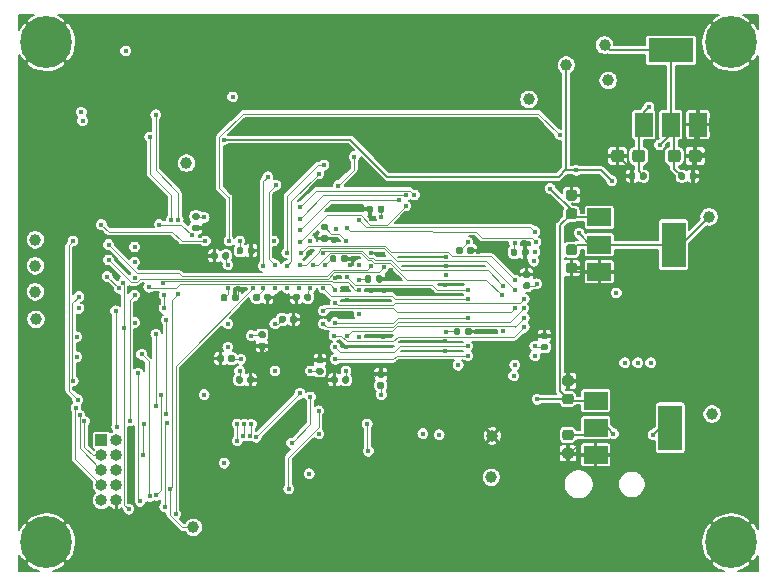
<source format=gbl>
%TF.GenerationSoftware,KiCad,Pcbnew,5.1.8-db9833491~88~ubuntu20.04.1*%
%TF.CreationDate,2021-01-24T20:19:36-05:00*%
%TF.ProjectId,julia_v2.1.1.0,6a756c69-615f-4763-922e-312e312e302e,rev?*%
%TF.SameCoordinates,Original*%
%TF.FileFunction,Copper,L4,Bot*%
%TF.FilePolarity,Positive*%
%FSLAX46Y46*%
G04 Gerber Fmt 4.6, Leading zero omitted, Abs format (unit mm)*
G04 Created by KiCad (PCBNEW 5.1.8-db9833491~88~ubuntu20.04.1) date 2021-01-24 20:19:36*
%MOMM*%
%LPD*%
G01*
G04 APERTURE LIST*
%TA.AperFunction,ComponentPad*%
%ADD10C,4.400000*%
%TD*%
%TA.AperFunction,ComponentPad*%
%ADD11O,1.000000X1.000000*%
%TD*%
%TA.AperFunction,ComponentPad*%
%ADD12R,1.000000X1.000000*%
%TD*%
%TA.AperFunction,SMDPad,CuDef*%
%ADD13R,1.500000X2.000000*%
%TD*%
%TA.AperFunction,SMDPad,CuDef*%
%ADD14R,3.800000X2.000000*%
%TD*%
%TA.AperFunction,SMDPad,CuDef*%
%ADD15R,2.000000X1.500000*%
%TD*%
%TA.AperFunction,SMDPad,CuDef*%
%ADD16R,2.000000X3.800000*%
%TD*%
%TA.AperFunction,ComponentPad*%
%ADD17C,1.000000*%
%TD*%
%TA.AperFunction,ViaPad*%
%ADD18C,0.450000*%
%TD*%
%TA.AperFunction,Conductor*%
%ADD19C,0.101600*%
%TD*%
%TA.AperFunction,Conductor*%
%ADD20C,0.203200*%
%TD*%
%TA.AperFunction,Conductor*%
%ADD21C,0.127000*%
%TD*%
%TA.AperFunction,Conductor*%
%ADD22C,0.100000*%
%TD*%
G04 APERTURE END LIST*
D10*
%TO.P,H4,1*%
%TO.N,GND*%
X138620000Y-88060000D03*
%TD*%
%TO.P,H3,1*%
%TO.N,GND*%
X138620000Y-130400000D03*
%TD*%
%TO.P,H2,1*%
%TO.N,GND*%
X80630000Y-130400000D03*
%TD*%
%TO.P,H1,1*%
%TO.N,GND*%
X80630000Y-88060000D03*
%TD*%
D11*
%TO.P,J2,10*%
%TO.N,GND*%
X86570000Y-126840000D03*
%TO.P,J2,9*%
%TO.N,/JuliaFPGA/TDI*%
X85300000Y-126840000D03*
%TO.P,J2,8*%
%TO.N,/JuliaConfig/C2D*%
X86570000Y-125570000D03*
%TO.P,J2,7*%
%TO.N,/JuliaFPGA/TMS*%
X85300000Y-125570000D03*
%TO.P,J2,6*%
%TO.N,/JuliaConfig/C2CK*%
X86570000Y-124300000D03*
%TO.P,J2,5*%
%TO.N,/JuliaFPGA/TDO*%
X85300000Y-124300000D03*
%TO.P,J2,4*%
%TO.N,/JuliaConfig/UART0_RX*%
X86570000Y-123030000D03*
%TO.P,J2,3*%
%TO.N,/JuliaFPGA/TCK*%
X85300000Y-123030000D03*
%TO.P,J2,2*%
%TO.N,/JuliaConfig/UART0_TX*%
X86570000Y-121760000D03*
D12*
%TO.P,J2,1*%
%TO.N,+3V3*%
X85300000Y-121760000D03*
%TD*%
D13*
%TO.P,U4,1*%
%TO.N,GND*%
X135800000Y-95050000D03*
%TO.P,U4,3*%
%TO.N,+3V3*%
X131200000Y-95050000D03*
%TO.P,U4,2*%
%TO.N,+1V2*%
X133500000Y-95050000D03*
D14*
X133500000Y-88750000D03*
%TD*%
D15*
%TO.P,U3,1*%
%TO.N,GND*%
X127450000Y-107500000D03*
%TO.P,U3,3*%
%TO.N,+5V*%
X127450000Y-102900000D03*
%TO.P,U3,2*%
%TO.N,+2V5*%
X127450000Y-105200000D03*
D16*
X133750000Y-105200000D03*
%TD*%
D15*
%TO.P,U2,1*%
%TO.N,GND*%
X127150000Y-123000000D03*
%TO.P,U2,3*%
%TO.N,+5V*%
X127150000Y-118400000D03*
%TO.P,U2,2*%
%TO.N,+3V3*%
X127150000Y-120700000D03*
D16*
X133450000Y-120700000D03*
%TD*%
D17*
%TO.P,TP14,1*%
%TO.N,/JuliaLCD/LED-*%
X124650000Y-90000000D03*
%TD*%
%TO.P,TP13,1*%
%TO.N,/JuliaLCD/LED+*%
X128200000Y-91300000D03*
%TD*%
%TO.P,TP12,1*%
%TO.N,Net-(D5-Pad2)*%
X121500000Y-92900000D03*
%TD*%
%TO.P,TP11,1*%
%TO.N,/JuliaConfig/CONF_DONE*%
X79760000Y-111520000D03*
%TD*%
%TO.P,TP10,1*%
%TO.N,/JuliaConfig/nSTATUS*%
X79700000Y-104800000D03*
%TD*%
%TO.P,TP9,1*%
%TO.N,/JuliaConfig/nCONFIG*%
X79700000Y-109200000D03*
%TD*%
%TO.P,TP8,1*%
%TO.N,/JuliaConfig/DATA0*%
X93080000Y-129130000D03*
%TD*%
%TO.P,TP7,1*%
%TO.N,Net-(R16-Pad1)*%
X79700000Y-107000000D03*
%TD*%
%TO.P,TP6,1*%
%TO.N,/JuliaFPGA/GCLK*%
X92500000Y-98300000D03*
%TD*%
%TO.P,TP5,1*%
%TO.N,GND*%
X118400000Y-121400000D03*
%TD*%
%TO.P,TP4,1*%
%TO.N,+1V2*%
X127900000Y-88300000D03*
%TD*%
%TO.P,TP3,1*%
%TO.N,+2V5*%
X136750000Y-102850000D03*
%TD*%
%TO.P,TP2,1*%
%TO.N,+3V3*%
X137000000Y-119550000D03*
%TD*%
%TO.P,TP1,1*%
%TO.N,+5V*%
X118300000Y-124900000D03*
%TD*%
%TO.P,C39,2*%
%TO.N,GND*%
%TA.AperFunction,SMDPad,CuDef*%
G36*
G01*
X105300000Y-116480000D02*
X105300000Y-116820000D01*
G75*
G02*
X105160000Y-116960000I-140000J0D01*
G01*
X104880000Y-116960000D01*
G75*
G02*
X104740000Y-116820000I0J140000D01*
G01*
X104740000Y-116480000D01*
G75*
G02*
X104880000Y-116340000I140000J0D01*
G01*
X105160000Y-116340000D01*
G75*
G02*
X105300000Y-116480000I0J-140000D01*
G01*
G37*
%TD.AperFunction*%
%TO.P,C39,1*%
%TO.N,+3V3*%
%TA.AperFunction,SMDPad,CuDef*%
G36*
G01*
X106260000Y-116480000D02*
X106260000Y-116820000D01*
G75*
G02*
X106120000Y-116960000I-140000J0D01*
G01*
X105840000Y-116960000D01*
G75*
G02*
X105700000Y-116820000I0J140000D01*
G01*
X105700000Y-116480000D01*
G75*
G02*
X105840000Y-116340000I140000J0D01*
G01*
X106120000Y-116340000D01*
G75*
G02*
X106260000Y-116480000I0J-140000D01*
G01*
G37*
%TD.AperFunction*%
%TD*%
%TO.P,C38,2*%
%TO.N,GND*%
%TA.AperFunction,SMDPad,CuDef*%
G36*
G01*
X95650000Y-114680000D02*
X95650000Y-115020000D01*
G75*
G02*
X95510000Y-115160000I-140000J0D01*
G01*
X95230000Y-115160000D01*
G75*
G02*
X95090000Y-115020000I0J140000D01*
G01*
X95090000Y-114680000D01*
G75*
G02*
X95230000Y-114540000I140000J0D01*
G01*
X95510000Y-114540000D01*
G75*
G02*
X95650000Y-114680000I0J-140000D01*
G01*
G37*
%TD.AperFunction*%
%TO.P,C38,1*%
%TO.N,+1V2*%
%TA.AperFunction,SMDPad,CuDef*%
G36*
G01*
X96610000Y-114680000D02*
X96610000Y-115020000D01*
G75*
G02*
X96470000Y-115160000I-140000J0D01*
G01*
X96190000Y-115160000D01*
G75*
G02*
X96050000Y-115020000I0J140000D01*
G01*
X96050000Y-114680000D01*
G75*
G02*
X96190000Y-114540000I140000J0D01*
G01*
X96470000Y-114540000D01*
G75*
G02*
X96610000Y-114680000I0J-140000D01*
G01*
G37*
%TD.AperFunction*%
%TD*%
%TO.P,C37,2*%
%TO.N,GND*%
%TA.AperFunction,SMDPad,CuDef*%
G36*
G01*
X102080000Y-109490000D02*
X102080000Y-109830000D01*
G75*
G02*
X101940000Y-109970000I-140000J0D01*
G01*
X101660000Y-109970000D01*
G75*
G02*
X101520000Y-109830000I0J140000D01*
G01*
X101520000Y-109490000D01*
G75*
G02*
X101660000Y-109350000I140000J0D01*
G01*
X101940000Y-109350000D01*
G75*
G02*
X102080000Y-109490000I0J-140000D01*
G01*
G37*
%TD.AperFunction*%
%TO.P,C37,1*%
%TO.N,+1V2*%
%TA.AperFunction,SMDPad,CuDef*%
G36*
G01*
X103040000Y-109490000D02*
X103040000Y-109830000D01*
G75*
G02*
X102900000Y-109970000I-140000J0D01*
G01*
X102620000Y-109970000D01*
G75*
G02*
X102480000Y-109830000I0J140000D01*
G01*
X102480000Y-109490000D01*
G75*
G02*
X102620000Y-109350000I140000J0D01*
G01*
X102900000Y-109350000D01*
G75*
G02*
X103040000Y-109490000I0J-140000D01*
G01*
G37*
%TD.AperFunction*%
%TD*%
%TO.P,C35,2*%
%TO.N,GND*%
%TA.AperFunction,SMDPad,CuDef*%
G36*
G01*
X93130000Y-103500000D02*
X93470000Y-103500000D01*
G75*
G02*
X93610000Y-103640000I0J-140000D01*
G01*
X93610000Y-103920000D01*
G75*
G02*
X93470000Y-104060000I-140000J0D01*
G01*
X93130000Y-104060000D01*
G75*
G02*
X92990000Y-103920000I0J140000D01*
G01*
X92990000Y-103640000D01*
G75*
G02*
X93130000Y-103500000I140000J0D01*
G01*
G37*
%TD.AperFunction*%
%TO.P,C35,1*%
%TO.N,+3V3*%
%TA.AperFunction,SMDPad,CuDef*%
G36*
G01*
X93130000Y-102540000D02*
X93470000Y-102540000D01*
G75*
G02*
X93610000Y-102680000I0J-140000D01*
G01*
X93610000Y-102960000D01*
G75*
G02*
X93470000Y-103100000I-140000J0D01*
G01*
X93130000Y-103100000D01*
G75*
G02*
X92990000Y-102960000I0J140000D01*
G01*
X92990000Y-102680000D01*
G75*
G02*
X93130000Y-102540000I140000J0D01*
G01*
G37*
%TD.AperFunction*%
%TD*%
%TO.P,C33,2*%
%TO.N,GND*%
%TA.AperFunction,SMDPad,CuDef*%
G36*
G01*
X103970000Y-115250000D02*
X103630000Y-115250000D01*
G75*
G02*
X103490000Y-115110000I0J140000D01*
G01*
X103490000Y-114830000D01*
G75*
G02*
X103630000Y-114690000I140000J0D01*
G01*
X103970000Y-114690000D01*
G75*
G02*
X104110000Y-114830000I0J-140000D01*
G01*
X104110000Y-115110000D01*
G75*
G02*
X103970000Y-115250000I-140000J0D01*
G01*
G37*
%TD.AperFunction*%
%TO.P,C33,1*%
%TO.N,+3V3*%
%TA.AperFunction,SMDPad,CuDef*%
G36*
G01*
X103970000Y-116210000D02*
X103630000Y-116210000D01*
G75*
G02*
X103490000Y-116070000I0J140000D01*
G01*
X103490000Y-115790000D01*
G75*
G02*
X103630000Y-115650000I140000J0D01*
G01*
X103970000Y-115650000D01*
G75*
G02*
X104110000Y-115790000I0J-140000D01*
G01*
X104110000Y-116070000D01*
G75*
G02*
X103970000Y-116210000I-140000J0D01*
G01*
G37*
%TD.AperFunction*%
%TD*%
%TO.P,C32,2*%
%TO.N,GND*%
%TA.AperFunction,SMDPad,CuDef*%
G36*
G01*
X104030000Y-104400000D02*
X104370000Y-104400000D01*
G75*
G02*
X104510000Y-104540000I0J-140000D01*
G01*
X104510000Y-104820000D01*
G75*
G02*
X104370000Y-104960000I-140000J0D01*
G01*
X104030000Y-104960000D01*
G75*
G02*
X103890000Y-104820000I0J140000D01*
G01*
X103890000Y-104540000D01*
G75*
G02*
X104030000Y-104400000I140000J0D01*
G01*
G37*
%TD.AperFunction*%
%TO.P,C32,1*%
%TO.N,+1V2*%
%TA.AperFunction,SMDPad,CuDef*%
G36*
G01*
X104030000Y-103440000D02*
X104370000Y-103440000D01*
G75*
G02*
X104510000Y-103580000I0J-140000D01*
G01*
X104510000Y-103860000D01*
G75*
G02*
X104370000Y-104000000I-140000J0D01*
G01*
X104030000Y-104000000D01*
G75*
G02*
X103890000Y-103860000I0J140000D01*
G01*
X103890000Y-103580000D01*
G75*
G02*
X104030000Y-103440000I140000J0D01*
G01*
G37*
%TD.AperFunction*%
%TD*%
%TO.P,C31,2*%
%TO.N,GND*%
%TA.AperFunction,SMDPad,CuDef*%
G36*
G01*
X109120000Y-116450000D02*
X108780000Y-116450000D01*
G75*
G02*
X108640000Y-116310000I0J140000D01*
G01*
X108640000Y-116030000D01*
G75*
G02*
X108780000Y-115890000I140000J0D01*
G01*
X109120000Y-115890000D01*
G75*
G02*
X109260000Y-116030000I0J-140000D01*
G01*
X109260000Y-116310000D01*
G75*
G02*
X109120000Y-116450000I-140000J0D01*
G01*
G37*
%TD.AperFunction*%
%TO.P,C31,1*%
%TO.N,+3V3*%
%TA.AperFunction,SMDPad,CuDef*%
G36*
G01*
X109120000Y-117410000D02*
X108780000Y-117410000D01*
G75*
G02*
X108640000Y-117270000I0J140000D01*
G01*
X108640000Y-116990000D01*
G75*
G02*
X108780000Y-116850000I140000J0D01*
G01*
X109120000Y-116850000D01*
G75*
G02*
X109260000Y-116990000I0J-140000D01*
G01*
X109260000Y-117270000D01*
G75*
G02*
X109120000Y-117410000I-140000J0D01*
G01*
G37*
%TD.AperFunction*%
%TD*%
%TO.P,C29,2*%
%TO.N,GND*%
%TA.AperFunction,SMDPad,CuDef*%
G36*
G01*
X101290000Y-111690000D02*
X101290000Y-111350000D01*
G75*
G02*
X101430000Y-111210000I140000J0D01*
G01*
X101710000Y-111210000D01*
G75*
G02*
X101850000Y-111350000I0J-140000D01*
G01*
X101850000Y-111690000D01*
G75*
G02*
X101710000Y-111830000I-140000J0D01*
G01*
X101430000Y-111830000D01*
G75*
G02*
X101290000Y-111690000I0J140000D01*
G01*
G37*
%TD.AperFunction*%
%TO.P,C29,1*%
%TO.N,+1V2*%
%TA.AperFunction,SMDPad,CuDef*%
G36*
G01*
X100330000Y-111690000D02*
X100330000Y-111350000D01*
G75*
G02*
X100470000Y-111210000I140000J0D01*
G01*
X100750000Y-111210000D01*
G75*
G02*
X100890000Y-111350000I0J-140000D01*
G01*
X100890000Y-111690000D01*
G75*
G02*
X100750000Y-111830000I-140000J0D01*
G01*
X100470000Y-111830000D01*
G75*
G02*
X100330000Y-111690000I0J140000D01*
G01*
G37*
%TD.AperFunction*%
%TD*%
%TO.P,C28,2*%
%TO.N,GND*%
%TA.AperFunction,SMDPad,CuDef*%
G36*
G01*
X108300000Y-102030000D02*
X108300000Y-102370000D01*
G75*
G02*
X108160000Y-102510000I-140000J0D01*
G01*
X107880000Y-102510000D01*
G75*
G02*
X107740000Y-102370000I0J140000D01*
G01*
X107740000Y-102030000D01*
G75*
G02*
X107880000Y-101890000I140000J0D01*
G01*
X108160000Y-101890000D01*
G75*
G02*
X108300000Y-102030000I0J-140000D01*
G01*
G37*
%TD.AperFunction*%
%TO.P,C28,1*%
%TO.N,+3V3*%
%TA.AperFunction,SMDPad,CuDef*%
G36*
G01*
X109260000Y-102030000D02*
X109260000Y-102370000D01*
G75*
G02*
X109120000Y-102510000I-140000J0D01*
G01*
X108840000Y-102510000D01*
G75*
G02*
X108700000Y-102370000I0J140000D01*
G01*
X108700000Y-102030000D01*
G75*
G02*
X108840000Y-101890000I140000J0D01*
G01*
X109120000Y-101890000D01*
G75*
G02*
X109260000Y-102030000I0J-140000D01*
G01*
G37*
%TD.AperFunction*%
%TD*%
%TO.P,C27,2*%
%TO.N,GND*%
%TA.AperFunction,SMDPad,CuDef*%
G36*
G01*
X98730000Y-113500000D02*
X99070000Y-113500000D01*
G75*
G02*
X99210000Y-113640000I0J-140000D01*
G01*
X99210000Y-113920000D01*
G75*
G02*
X99070000Y-114060000I-140000J0D01*
G01*
X98730000Y-114060000D01*
G75*
G02*
X98590000Y-113920000I0J140000D01*
G01*
X98590000Y-113640000D01*
G75*
G02*
X98730000Y-113500000I140000J0D01*
G01*
G37*
%TD.AperFunction*%
%TO.P,C27,1*%
%TO.N,+2V5*%
%TA.AperFunction,SMDPad,CuDef*%
G36*
G01*
X98730000Y-112540000D02*
X99070000Y-112540000D01*
G75*
G02*
X99210000Y-112680000I0J-140000D01*
G01*
X99210000Y-112960000D01*
G75*
G02*
X99070000Y-113100000I-140000J0D01*
G01*
X98730000Y-113100000D01*
G75*
G02*
X98590000Y-112960000I0J140000D01*
G01*
X98590000Y-112680000D01*
G75*
G02*
X98730000Y-112540000I140000J0D01*
G01*
G37*
%TD.AperFunction*%
%TD*%
%TO.P,C25,2*%
%TO.N,GND*%
%TA.AperFunction,SMDPad,CuDef*%
G36*
G01*
X99100000Y-109830000D02*
X99100000Y-109490000D01*
G75*
G02*
X99240000Y-109350000I140000J0D01*
G01*
X99520000Y-109350000D01*
G75*
G02*
X99660000Y-109490000I0J-140000D01*
G01*
X99660000Y-109830000D01*
G75*
G02*
X99520000Y-109970000I-140000J0D01*
G01*
X99240000Y-109970000D01*
G75*
G02*
X99100000Y-109830000I0J140000D01*
G01*
G37*
%TD.AperFunction*%
%TO.P,C25,1*%
%TO.N,+1V2*%
%TA.AperFunction,SMDPad,CuDef*%
G36*
G01*
X98140000Y-109830000D02*
X98140000Y-109490000D01*
G75*
G02*
X98280000Y-109350000I140000J0D01*
G01*
X98560000Y-109350000D01*
G75*
G02*
X98700000Y-109490000I0J-140000D01*
G01*
X98700000Y-109830000D01*
G75*
G02*
X98560000Y-109970000I-140000J0D01*
G01*
X98280000Y-109970000D01*
G75*
G02*
X98140000Y-109830000I0J140000D01*
G01*
G37*
%TD.AperFunction*%
%TD*%
%TO.P,C24,2*%
%TO.N,GND*%
%TA.AperFunction,SMDPad,CuDef*%
G36*
G01*
X105600000Y-106570000D02*
X105600000Y-106230000D01*
G75*
G02*
X105740000Y-106090000I140000J0D01*
G01*
X106020000Y-106090000D01*
G75*
G02*
X106160000Y-106230000I0J-140000D01*
G01*
X106160000Y-106570000D01*
G75*
G02*
X106020000Y-106710000I-140000J0D01*
G01*
X105740000Y-106710000D01*
G75*
G02*
X105600000Y-106570000I0J140000D01*
G01*
G37*
%TD.AperFunction*%
%TO.P,C24,1*%
%TO.N,+2V5*%
%TA.AperFunction,SMDPad,CuDef*%
G36*
G01*
X104640000Y-106570000D02*
X104640000Y-106230000D01*
G75*
G02*
X104780000Y-106090000I140000J0D01*
G01*
X105060000Y-106090000D01*
G75*
G02*
X105200000Y-106230000I0J-140000D01*
G01*
X105200000Y-106570000D01*
G75*
G02*
X105060000Y-106710000I-140000J0D01*
G01*
X104780000Y-106710000D01*
G75*
G02*
X104640000Y-106570000I0J140000D01*
G01*
G37*
%TD.AperFunction*%
%TD*%
%TO.P,C22,2*%
%TO.N,GND*%
%TA.AperFunction,SMDPad,CuDef*%
G36*
G01*
X95150000Y-105980000D02*
X95150000Y-106320000D01*
G75*
G02*
X95010000Y-106460000I-140000J0D01*
G01*
X94730000Y-106460000D01*
G75*
G02*
X94590000Y-106320000I0J140000D01*
G01*
X94590000Y-105980000D01*
G75*
G02*
X94730000Y-105840000I140000J0D01*
G01*
X95010000Y-105840000D01*
G75*
G02*
X95150000Y-105980000I0J-140000D01*
G01*
G37*
%TD.AperFunction*%
%TO.P,C22,1*%
%TO.N,+3V3*%
%TA.AperFunction,SMDPad,CuDef*%
G36*
G01*
X96110000Y-105980000D02*
X96110000Y-106320000D01*
G75*
G02*
X95970000Y-106460000I-140000J0D01*
G01*
X95690000Y-106460000D01*
G75*
G02*
X95550000Y-106320000I0J140000D01*
G01*
X95550000Y-105980000D01*
G75*
G02*
X95690000Y-105840000I140000J0D01*
G01*
X95970000Y-105840000D01*
G75*
G02*
X96110000Y-105980000I0J-140000D01*
G01*
G37*
%TD.AperFunction*%
%TD*%
%TO.P,C18,2*%
%TO.N,GND*%
%TA.AperFunction,SMDPad,CuDef*%
G36*
G01*
X121470000Y-108000000D02*
X121130000Y-108000000D01*
G75*
G02*
X120990000Y-107860000I0J140000D01*
G01*
X120990000Y-107580000D01*
G75*
G02*
X121130000Y-107440000I140000J0D01*
G01*
X121470000Y-107440000D01*
G75*
G02*
X121610000Y-107580000I0J-140000D01*
G01*
X121610000Y-107860000D01*
G75*
G02*
X121470000Y-108000000I-140000J0D01*
G01*
G37*
%TD.AperFunction*%
%TO.P,C18,1*%
%TO.N,+3V3*%
%TA.AperFunction,SMDPad,CuDef*%
G36*
G01*
X121470000Y-108960000D02*
X121130000Y-108960000D01*
G75*
G02*
X120990000Y-108820000I0J140000D01*
G01*
X120990000Y-108540000D01*
G75*
G02*
X121130000Y-108400000I140000J0D01*
G01*
X121470000Y-108400000D01*
G75*
G02*
X121610000Y-108540000I0J-140000D01*
G01*
X121610000Y-108820000D01*
G75*
G02*
X121470000Y-108960000I-140000J0D01*
G01*
G37*
%TD.AperFunction*%
%TD*%
%TO.P,C17,2*%
%TO.N,GND*%
%TA.AperFunction,SMDPad,CuDef*%
G36*
G01*
X135012500Y-97975001D02*
X135012500Y-97424999D01*
G75*
G02*
X135262499Y-97175000I249999J0D01*
G01*
X135887501Y-97175000D01*
G75*
G02*
X136137500Y-97424999I0J-249999D01*
G01*
X136137500Y-97975001D01*
G75*
G02*
X135887501Y-98225000I-249999J0D01*
G01*
X135262499Y-98225000D01*
G75*
G02*
X135012500Y-97975001I0J249999D01*
G01*
G37*
%TD.AperFunction*%
%TO.P,C17,1*%
%TO.N,+1V2*%
%TA.AperFunction,SMDPad,CuDef*%
G36*
G01*
X133237500Y-97975001D02*
X133237500Y-97424999D01*
G75*
G02*
X133487499Y-97175000I249999J0D01*
G01*
X134112501Y-97175000D01*
G75*
G02*
X134362500Y-97424999I0J-249999D01*
G01*
X134362500Y-97975001D01*
G75*
G02*
X134112501Y-98225000I-249999J0D01*
G01*
X133487499Y-98225000D01*
G75*
G02*
X133237500Y-97975001I0J249999D01*
G01*
G37*
%TD.AperFunction*%
%TD*%
%TO.P,C16,2*%
%TO.N,GND*%
%TA.AperFunction,SMDPad,CuDef*%
G36*
G01*
X97700000Y-105870000D02*
X97700000Y-105530000D01*
G75*
G02*
X97840000Y-105390000I140000J0D01*
G01*
X98120000Y-105390000D01*
G75*
G02*
X98260000Y-105530000I0J-140000D01*
G01*
X98260000Y-105870000D01*
G75*
G02*
X98120000Y-106010000I-140000J0D01*
G01*
X97840000Y-106010000D01*
G75*
G02*
X97700000Y-105870000I0J140000D01*
G01*
G37*
%TD.AperFunction*%
%TO.P,C16,1*%
%TO.N,+3V3*%
%TA.AperFunction,SMDPad,CuDef*%
G36*
G01*
X96740000Y-105870000D02*
X96740000Y-105530000D01*
G75*
G02*
X96880000Y-105390000I140000J0D01*
G01*
X97160000Y-105390000D01*
G75*
G02*
X97300000Y-105530000I0J-140000D01*
G01*
X97300000Y-105870000D01*
G75*
G02*
X97160000Y-106010000I-140000J0D01*
G01*
X96880000Y-106010000D01*
G75*
G02*
X96740000Y-105870000I0J140000D01*
G01*
G37*
%TD.AperFunction*%
%TD*%
%TO.P,C15,2*%
%TO.N,GND*%
%TA.AperFunction,SMDPad,CuDef*%
G36*
G01*
X124850000Y-106725000D02*
X125350000Y-106725000D01*
G75*
G02*
X125575000Y-106950000I0J-225000D01*
G01*
X125575000Y-107400000D01*
G75*
G02*
X125350000Y-107625000I-225000J0D01*
G01*
X124850000Y-107625000D01*
G75*
G02*
X124625000Y-107400000I0J225000D01*
G01*
X124625000Y-106950000D01*
G75*
G02*
X124850000Y-106725000I225000J0D01*
G01*
G37*
%TD.AperFunction*%
%TO.P,C15,1*%
%TO.N,+2V5*%
%TA.AperFunction,SMDPad,CuDef*%
G36*
G01*
X124850000Y-105175000D02*
X125350000Y-105175000D01*
G75*
G02*
X125575000Y-105400000I0J-225000D01*
G01*
X125575000Y-105850000D01*
G75*
G02*
X125350000Y-106075000I-225000J0D01*
G01*
X124850000Y-106075000D01*
G75*
G02*
X124625000Y-105850000I0J225000D01*
G01*
X124625000Y-105400000D01*
G75*
G02*
X124850000Y-105175000I225000J0D01*
G01*
G37*
%TD.AperFunction*%
%TD*%
%TO.P,C14,2*%
%TO.N,GND*%
%TA.AperFunction,SMDPad,CuDef*%
G36*
G01*
X124550000Y-122425000D02*
X125050000Y-122425000D01*
G75*
G02*
X125275000Y-122650000I0J-225000D01*
G01*
X125275000Y-123100000D01*
G75*
G02*
X125050000Y-123325000I-225000J0D01*
G01*
X124550000Y-123325000D01*
G75*
G02*
X124325000Y-123100000I0J225000D01*
G01*
X124325000Y-122650000D01*
G75*
G02*
X124550000Y-122425000I225000J0D01*
G01*
G37*
%TD.AperFunction*%
%TO.P,C14,1*%
%TO.N,+3V3*%
%TA.AperFunction,SMDPad,CuDef*%
G36*
G01*
X124550000Y-120875000D02*
X125050000Y-120875000D01*
G75*
G02*
X125275000Y-121100000I0J-225000D01*
G01*
X125275000Y-121550000D01*
G75*
G02*
X125050000Y-121775000I-225000J0D01*
G01*
X124550000Y-121775000D01*
G75*
G02*
X124325000Y-121550000I0J225000D01*
G01*
X124325000Y-121100000D01*
G75*
G02*
X124550000Y-120875000I225000J0D01*
G01*
G37*
%TD.AperFunction*%
%TD*%
%TO.P,C13,2*%
%TO.N,GND*%
%TA.AperFunction,SMDPad,CuDef*%
G36*
G01*
X135100000Y-99570000D02*
X135100000Y-99230000D01*
G75*
G02*
X135240000Y-99090000I140000J0D01*
G01*
X135520000Y-99090000D01*
G75*
G02*
X135660000Y-99230000I0J-140000D01*
G01*
X135660000Y-99570000D01*
G75*
G02*
X135520000Y-99710000I-140000J0D01*
G01*
X135240000Y-99710000D01*
G75*
G02*
X135100000Y-99570000I0J140000D01*
G01*
G37*
%TD.AperFunction*%
%TO.P,C13,1*%
%TO.N,+1V2*%
%TA.AperFunction,SMDPad,CuDef*%
G36*
G01*
X134140000Y-99570000D02*
X134140000Y-99230000D01*
G75*
G02*
X134280000Y-99090000I140000J0D01*
G01*
X134560000Y-99090000D01*
G75*
G02*
X134700000Y-99230000I0J-140000D01*
G01*
X134700000Y-99570000D01*
G75*
G02*
X134560000Y-99710000I-140000J0D01*
G01*
X134280000Y-99710000D01*
G75*
G02*
X134140000Y-99570000I0J140000D01*
G01*
G37*
%TD.AperFunction*%
%TD*%
%TO.P,C12,2*%
%TO.N,GND*%
%TA.AperFunction,SMDPad,CuDef*%
G36*
G01*
X97650000Y-116820000D02*
X97650000Y-116480000D01*
G75*
G02*
X97790000Y-116340000I140000J0D01*
G01*
X98070000Y-116340000D01*
G75*
G02*
X98210000Y-116480000I0J-140000D01*
G01*
X98210000Y-116820000D01*
G75*
G02*
X98070000Y-116960000I-140000J0D01*
G01*
X97790000Y-116960000D01*
G75*
G02*
X97650000Y-116820000I0J140000D01*
G01*
G37*
%TD.AperFunction*%
%TO.P,C12,1*%
%TO.N,+3V3*%
%TA.AperFunction,SMDPad,CuDef*%
G36*
G01*
X96690000Y-116820000D02*
X96690000Y-116480000D01*
G75*
G02*
X96830000Y-116340000I140000J0D01*
G01*
X97110000Y-116340000D01*
G75*
G02*
X97250000Y-116480000I0J-140000D01*
G01*
X97250000Y-116820000D01*
G75*
G02*
X97110000Y-116960000I-140000J0D01*
G01*
X96830000Y-116960000D01*
G75*
G02*
X96690000Y-116820000I0J140000D01*
G01*
G37*
%TD.AperFunction*%
%TD*%
%TO.P,C11,2*%
%TO.N,GND*%
%TA.AperFunction,SMDPad,CuDef*%
G36*
G01*
X116080000Y-112720000D02*
X116080000Y-112380000D01*
G75*
G02*
X116220000Y-112240000I140000J0D01*
G01*
X116500000Y-112240000D01*
G75*
G02*
X116640000Y-112380000I0J-140000D01*
G01*
X116640000Y-112720000D01*
G75*
G02*
X116500000Y-112860000I-140000J0D01*
G01*
X116220000Y-112860000D01*
G75*
G02*
X116080000Y-112720000I0J140000D01*
G01*
G37*
%TD.AperFunction*%
%TO.P,C11,1*%
%TO.N,+3V3*%
%TA.AperFunction,SMDPad,CuDef*%
G36*
G01*
X115120000Y-112720000D02*
X115120000Y-112380000D01*
G75*
G02*
X115260000Y-112240000I140000J0D01*
G01*
X115540000Y-112240000D01*
G75*
G02*
X115680000Y-112380000I0J-140000D01*
G01*
X115680000Y-112720000D01*
G75*
G02*
X115540000Y-112860000I-140000J0D01*
G01*
X115260000Y-112860000D01*
G75*
G02*
X115120000Y-112720000I0J140000D01*
G01*
G37*
%TD.AperFunction*%
%TD*%
%TO.P,C10,2*%
%TO.N,GND*%
%TA.AperFunction,SMDPad,CuDef*%
G36*
G01*
X130500000Y-99230000D02*
X130500000Y-99570000D01*
G75*
G02*
X130360000Y-99710000I-140000J0D01*
G01*
X130080000Y-99710000D01*
G75*
G02*
X129940000Y-99570000I0J140000D01*
G01*
X129940000Y-99230000D01*
G75*
G02*
X130080000Y-99090000I140000J0D01*
G01*
X130360000Y-99090000D01*
G75*
G02*
X130500000Y-99230000I0J-140000D01*
G01*
G37*
%TD.AperFunction*%
%TO.P,C10,1*%
%TO.N,+3V3*%
%TA.AperFunction,SMDPad,CuDef*%
G36*
G01*
X131460000Y-99230000D02*
X131460000Y-99570000D01*
G75*
G02*
X131320000Y-99710000I-140000J0D01*
G01*
X131040000Y-99710000D01*
G75*
G02*
X130900000Y-99570000I0J140000D01*
G01*
X130900000Y-99230000D01*
G75*
G02*
X131040000Y-99090000I140000J0D01*
G01*
X131320000Y-99090000D01*
G75*
G02*
X131460000Y-99230000I0J-140000D01*
G01*
G37*
%TD.AperFunction*%
%TD*%
%TO.P,C9,2*%
%TO.N,GND*%
%TA.AperFunction,SMDPad,CuDef*%
G36*
G01*
X108550000Y-108270000D02*
X108550000Y-107930000D01*
G75*
G02*
X108690000Y-107790000I140000J0D01*
G01*
X108970000Y-107790000D01*
G75*
G02*
X109110000Y-107930000I0J-140000D01*
G01*
X109110000Y-108270000D01*
G75*
G02*
X108970000Y-108410000I-140000J0D01*
G01*
X108690000Y-108410000D01*
G75*
G02*
X108550000Y-108270000I0J140000D01*
G01*
G37*
%TD.AperFunction*%
%TO.P,C9,1*%
%TO.N,+3V3*%
%TA.AperFunction,SMDPad,CuDef*%
G36*
G01*
X107590000Y-108270000D02*
X107590000Y-107930000D01*
G75*
G02*
X107730000Y-107790000I140000J0D01*
G01*
X108010000Y-107790000D01*
G75*
G02*
X108150000Y-107930000I0J-140000D01*
G01*
X108150000Y-108270000D01*
G75*
G02*
X108010000Y-108410000I-140000J0D01*
G01*
X107730000Y-108410000D01*
G75*
G02*
X107590000Y-108270000I0J140000D01*
G01*
G37*
%TD.AperFunction*%
%TD*%
%TO.P,C8,2*%
%TO.N,GND*%
%TA.AperFunction,SMDPad,CuDef*%
G36*
G01*
X125350000Y-101475000D02*
X124850000Y-101475000D01*
G75*
G02*
X124625000Y-101250000I0J225000D01*
G01*
X124625000Y-100800000D01*
G75*
G02*
X124850000Y-100575000I225000J0D01*
G01*
X125350000Y-100575000D01*
G75*
G02*
X125575000Y-100800000I0J-225000D01*
G01*
X125575000Y-101250000D01*
G75*
G02*
X125350000Y-101475000I-225000J0D01*
G01*
G37*
%TD.AperFunction*%
%TO.P,C8,1*%
%TO.N,+5V*%
%TA.AperFunction,SMDPad,CuDef*%
G36*
G01*
X125350000Y-103025000D02*
X124850000Y-103025000D01*
G75*
G02*
X124625000Y-102800000I0J225000D01*
G01*
X124625000Y-102350000D01*
G75*
G02*
X124850000Y-102125000I225000J0D01*
G01*
X125350000Y-102125000D01*
G75*
G02*
X125575000Y-102350000I0J-225000D01*
G01*
X125575000Y-102800000D01*
G75*
G02*
X125350000Y-103025000I-225000J0D01*
G01*
G37*
%TD.AperFunction*%
%TD*%
%TO.P,C7,2*%
%TO.N,GND*%
%TA.AperFunction,SMDPad,CuDef*%
G36*
G01*
X125050000Y-117175000D02*
X124550000Y-117175000D01*
G75*
G02*
X124325000Y-116950000I0J225000D01*
G01*
X124325000Y-116500000D01*
G75*
G02*
X124550000Y-116275000I225000J0D01*
G01*
X125050000Y-116275000D01*
G75*
G02*
X125275000Y-116500000I0J-225000D01*
G01*
X125275000Y-116950000D01*
G75*
G02*
X125050000Y-117175000I-225000J0D01*
G01*
G37*
%TD.AperFunction*%
%TO.P,C7,1*%
%TO.N,+5V*%
%TA.AperFunction,SMDPad,CuDef*%
G36*
G01*
X125050000Y-118725000D02*
X124550000Y-118725000D01*
G75*
G02*
X124325000Y-118500000I0J225000D01*
G01*
X124325000Y-118050000D01*
G75*
G02*
X124550000Y-117825000I225000J0D01*
G01*
X125050000Y-117825000D01*
G75*
G02*
X125275000Y-118050000I0J-225000D01*
G01*
X125275000Y-118500000D01*
G75*
G02*
X125050000Y-118725000I-225000J0D01*
G01*
G37*
%TD.AperFunction*%
%TD*%
%TO.P,C6,2*%
%TO.N,GND*%
%TA.AperFunction,SMDPad,CuDef*%
G36*
G01*
X96350000Y-109870000D02*
X96350000Y-109530000D01*
G75*
G02*
X96490000Y-109390000I140000J0D01*
G01*
X96770000Y-109390000D01*
G75*
G02*
X96910000Y-109530000I0J-140000D01*
G01*
X96910000Y-109870000D01*
G75*
G02*
X96770000Y-110010000I-140000J0D01*
G01*
X96490000Y-110010000D01*
G75*
G02*
X96350000Y-109870000I0J140000D01*
G01*
G37*
%TD.AperFunction*%
%TO.P,C6,1*%
%TO.N,+3V3*%
%TA.AperFunction,SMDPad,CuDef*%
G36*
G01*
X95390000Y-109870000D02*
X95390000Y-109530000D01*
G75*
G02*
X95530000Y-109390000I140000J0D01*
G01*
X95810000Y-109390000D01*
G75*
G02*
X95950000Y-109530000I0J-140000D01*
G01*
X95950000Y-109870000D01*
G75*
G02*
X95810000Y-110010000I-140000J0D01*
G01*
X95530000Y-110010000D01*
G75*
G02*
X95390000Y-109870000I0J140000D01*
G01*
G37*
%TD.AperFunction*%
%TD*%
%TO.P,C5,2*%
%TO.N,GND*%
%TA.AperFunction,SMDPad,CuDef*%
G36*
G01*
X129575000Y-97424999D02*
X129575000Y-97975001D01*
G75*
G02*
X129325001Y-98225000I-249999J0D01*
G01*
X128699999Y-98225000D01*
G75*
G02*
X128450000Y-97975001I0J249999D01*
G01*
X128450000Y-97424999D01*
G75*
G02*
X128699999Y-97175000I249999J0D01*
G01*
X129325001Y-97175000D01*
G75*
G02*
X129575000Y-97424999I0J-249999D01*
G01*
G37*
%TD.AperFunction*%
%TO.P,C5,1*%
%TO.N,+3V3*%
%TA.AperFunction,SMDPad,CuDef*%
G36*
G01*
X131350000Y-97424999D02*
X131350000Y-97975001D01*
G75*
G02*
X131100001Y-98225000I-249999J0D01*
G01*
X130474999Y-98225000D01*
G75*
G02*
X130225000Y-97975001I0J249999D01*
G01*
X130225000Y-97424999D01*
G75*
G02*
X130474999Y-97175000I249999J0D01*
G01*
X131100001Y-97175000D01*
G75*
G02*
X131350000Y-97424999I0J-249999D01*
G01*
G37*
%TD.AperFunction*%
%TD*%
%TO.P,C4,2*%
%TO.N,GND*%
%TA.AperFunction,SMDPad,CuDef*%
G36*
G01*
X116280000Y-105870000D02*
X116280000Y-105530000D01*
G75*
G02*
X116420000Y-105390000I140000J0D01*
G01*
X116700000Y-105390000D01*
G75*
G02*
X116840000Y-105530000I0J-140000D01*
G01*
X116840000Y-105870000D01*
G75*
G02*
X116700000Y-106010000I-140000J0D01*
G01*
X116420000Y-106010000D01*
G75*
G02*
X116280000Y-105870000I0J140000D01*
G01*
G37*
%TD.AperFunction*%
%TO.P,C4,1*%
%TO.N,+3V3*%
%TA.AperFunction,SMDPad,CuDef*%
G36*
G01*
X115320000Y-105870000D02*
X115320000Y-105530000D01*
G75*
G02*
X115460000Y-105390000I140000J0D01*
G01*
X115740000Y-105390000D01*
G75*
G02*
X115880000Y-105530000I0J-140000D01*
G01*
X115880000Y-105870000D01*
G75*
G02*
X115740000Y-106010000I-140000J0D01*
G01*
X115460000Y-106010000D01*
G75*
G02*
X115320000Y-105870000I0J140000D01*
G01*
G37*
%TD.AperFunction*%
%TD*%
%TO.P,C3,2*%
%TO.N,GND*%
%TA.AperFunction,SMDPad,CuDef*%
G36*
G01*
X120900000Y-106020000D02*
X120900000Y-105680000D01*
G75*
G02*
X121040000Y-105540000I140000J0D01*
G01*
X121320000Y-105540000D01*
G75*
G02*
X121460000Y-105680000I0J-140000D01*
G01*
X121460000Y-106020000D01*
G75*
G02*
X121320000Y-106160000I-140000J0D01*
G01*
X121040000Y-106160000D01*
G75*
G02*
X120900000Y-106020000I0J140000D01*
G01*
G37*
%TD.AperFunction*%
%TO.P,C3,1*%
%TO.N,+3V3*%
%TA.AperFunction,SMDPad,CuDef*%
G36*
G01*
X119940000Y-106020000D02*
X119940000Y-105680000D01*
G75*
G02*
X120080000Y-105540000I140000J0D01*
G01*
X120360000Y-105540000D01*
G75*
G02*
X120500000Y-105680000I0J-140000D01*
G01*
X120500000Y-106020000D01*
G75*
G02*
X120360000Y-106160000I-140000J0D01*
G01*
X120080000Y-106160000D01*
G75*
G02*
X119940000Y-106020000I0J140000D01*
G01*
G37*
%TD.AperFunction*%
%TD*%
%TO.P,C2,2*%
%TO.N,GND*%
%TA.AperFunction,SMDPad,CuDef*%
G36*
G01*
X122970000Y-113200000D02*
X122630000Y-113200000D01*
G75*
G02*
X122490000Y-113060000I0J140000D01*
G01*
X122490000Y-112780000D01*
G75*
G02*
X122630000Y-112640000I140000J0D01*
G01*
X122970000Y-112640000D01*
G75*
G02*
X123110000Y-112780000I0J-140000D01*
G01*
X123110000Y-113060000D01*
G75*
G02*
X122970000Y-113200000I-140000J0D01*
G01*
G37*
%TD.AperFunction*%
%TO.P,C2,1*%
%TO.N,+3V3*%
%TA.AperFunction,SMDPad,CuDef*%
G36*
G01*
X122970000Y-114160000D02*
X122630000Y-114160000D01*
G75*
G02*
X122490000Y-114020000I0J140000D01*
G01*
X122490000Y-113740000D01*
G75*
G02*
X122630000Y-113600000I140000J0D01*
G01*
X122970000Y-113600000D01*
G75*
G02*
X123110000Y-113740000I0J-140000D01*
G01*
X123110000Y-114020000D01*
G75*
G02*
X122970000Y-114160000I-140000J0D01*
G01*
G37*
%TD.AperFunction*%
%TD*%
D18*
%TO.N,GND*%
X94900000Y-106900000D03*
X96900000Y-106900000D03*
X96900000Y-108900000D03*
X96900000Y-111900000D03*
X96900000Y-113900000D03*
X97900000Y-113900000D03*
X94900000Y-113900000D03*
X93900000Y-113900000D03*
X94900000Y-116900000D03*
X97900000Y-115900000D03*
X99900000Y-114900000D03*
X100000000Y-109900000D03*
X100000000Y-110900000D03*
X101000000Y-109900000D03*
X101000000Y-110900000D03*
X102000000Y-110900000D03*
X103000000Y-110900000D03*
X108100000Y-109129801D03*
X109200000Y-109129801D03*
X108100000Y-105900000D03*
X109100000Y-106000000D03*
X105000000Y-104900000D03*
X98000000Y-104900000D03*
X100000000Y-105900000D03*
X103000000Y-114900000D03*
X105000000Y-115900000D03*
X106000000Y-113900000D03*
X109100000Y-113000000D03*
X108100000Y-112900000D03*
X103000000Y-105900000D03*
X96100000Y-93200000D03*
X108900000Y-93400000D03*
X112400000Y-93400000D03*
X133900000Y-109200000D03*
X117200000Y-105800000D03*
X117200000Y-105000000D03*
X117200000Y-115400000D03*
X117200000Y-116200000D03*
X114400000Y-113378201D03*
X114400000Y-114178201D03*
X114500000Y-106221799D03*
X114500000Y-106978201D03*
X122100000Y-107500000D03*
X106100000Y-111129801D03*
X94100000Y-103670199D03*
X114400000Y-108578201D03*
X121100000Y-105000000D03*
X122000000Y-113000000D03*
X121074627Y-115425373D03*
X117300000Y-112533000D03*
X108100000Y-103000000D03*
X106100000Y-109900000D03*
X105100000Y-108000000D03*
X106100000Y-108900000D03*
X108100000Y-116700000D03*
X128500000Y-120300000D03*
X125700000Y-120300000D03*
X86900000Y-102100000D03*
X132900000Y-115200000D03*
X88100000Y-110500000D03*
X83400000Y-111800000D03*
X83400000Y-105400000D03*
X83400000Y-108000000D03*
X85450000Y-88500000D03*
X84150000Y-88600000D03*
X108200000Y-126000000D03*
X101600000Y-125200000D03*
X94100000Y-121800000D03*
X93100000Y-124700000D03*
X106307894Y-106941984D03*
X109800000Y-107350000D03*
X125950000Y-116450000D03*
X125700000Y-122150000D03*
X128900000Y-107350000D03*
X124800000Y-99950000D03*
X127100000Y-100000000D03*
X128750000Y-101200000D03*
X130850000Y-92700000D03*
X136650000Y-97150000D03*
X113200000Y-96650000D03*
X116300000Y-97900000D03*
X118550000Y-95650000D03*
X93200000Y-120050000D03*
X95900000Y-118850000D03*
X116150000Y-119950000D03*
X116250000Y-122300000D03*
X120150000Y-119800000D03*
X123000000Y-110350000D03*
X126050000Y-113450000D03*
X135250000Y-114250000D03*
X135950000Y-100900000D03*
X126900000Y-90400000D03*
X93450000Y-100000000D03*
X93600000Y-96900000D03*
X91500000Y-95300000D03*
X81300000Y-102050000D03*
X81500000Y-97850000D03*
X81500000Y-92450000D03*
X80900000Y-115750000D03*
X81350000Y-121100000D03*
X82000000Y-126600000D03*
X84100000Y-130750000D03*
X95600000Y-130900000D03*
X102750000Y-129700000D03*
X110150000Y-130200000D03*
X115250000Y-127450000D03*
X107000000Y-128250000D03*
X99450000Y-129100000D03*
X134150000Y-128850000D03*
X136750000Y-124450000D03*
%TO.N,+3V3*%
X94000000Y-102900000D03*
X97000000Y-104900000D03*
X96000000Y-106900000D03*
X96000000Y-108900000D03*
X96000000Y-111900000D03*
X96000000Y-113900000D03*
X97000000Y-115900000D03*
X94000000Y-117900000D03*
X100000000Y-115900000D03*
X103000000Y-115900000D03*
X106000000Y-115900000D03*
X109000000Y-117900000D03*
X107100000Y-113000000D03*
X103000000Y-104900000D03*
%TO.N,+1V2*%
X99000000Y-108900000D03*
X100000000Y-108900000D03*
X101000000Y-108900000D03*
X102000000Y-108900000D03*
X103000000Y-108900000D03*
%TO.N,+3V3*%
X96400000Y-92700000D03*
X128900000Y-109300000D03*
X122000000Y-114600000D03*
X122000000Y-113800000D03*
X114500000Y-107733001D03*
X115500000Y-115400000D03*
X114500000Y-112578201D03*
X122000000Y-105800000D03*
X121896282Y-106596282D03*
X122142234Y-108506360D03*
X107100000Y-111100000D03*
X107100000Y-108200000D03*
X99870199Y-104900000D03*
X120276159Y-105082119D03*
X119300000Y-112533001D03*
X120300000Y-115400000D03*
X120200000Y-116300000D03*
X109000000Y-102900000D03*
X107100000Y-106900000D03*
X105200000Y-103900000D03*
X83600000Y-94000000D03*
X83700000Y-94700000D03*
X129600000Y-115200000D03*
X130700000Y-115200000D03*
X131800000Y-115200000D03*
X88100000Y-105400000D03*
X88100000Y-106700000D03*
X88100000Y-108000000D03*
X83400000Y-110600000D03*
X88100000Y-111800000D03*
X87350000Y-88800000D03*
X112500000Y-121200000D03*
X103700000Y-121200000D03*
X102900000Y-124600000D03*
X113900000Y-121300000D03*
X83200000Y-113000000D03*
X83200000Y-114700000D03*
X95700000Y-123700000D03*
X128650000Y-121200000D03*
X132000000Y-121300000D03*
X131650000Y-93550000D03*
X116300000Y-105000000D03*
%TO.N,+5V*%
X122200000Y-118300000D03*
X123300000Y-100450000D03*
%TO.N,+1V2*%
X97100000Y-114900000D03*
X106000000Y-104900000D03*
X132550000Y-96750000D03*
X99970000Y-111890000D03*
%TO.N,+2V5*%
X104200000Y-106900000D03*
X98000000Y-112900000D03*
X125750000Y-104250000D03*
%TO.N,/JuliaFPGA/TDI*%
X98157475Y-108899999D03*
X91580000Y-128040000D03*
%TO.N,/JuliaFPGA/TMS*%
X89900000Y-112800000D03*
X83140000Y-119040000D03*
X89880000Y-118900000D03*
%TO.N,/JuliaFPGA/TDO*%
X90800000Y-111600000D03*
X83460000Y-119650000D03*
X90800000Y-119540000D03*
%TO.N,/JuliaConfig/UART0_RX*%
X88810000Y-123010000D03*
X88910000Y-120370000D03*
%TO.N,/JuliaFPGA/TCK*%
X88100000Y-109495010D03*
X87690000Y-120100000D03*
X83860000Y-120170000D03*
%TO.N,/JuliaLCD/LED-*%
X95650000Y-96300000D03*
X125500000Y-98900000D03*
X128500000Y-99800000D03*
%TO.N,/JuliaFPGA/RGB13*%
X99000000Y-107000000D03*
X99382563Y-99452762D03*
%TO.N,/JuliaFPGA/RGB15*%
X100000000Y-106900000D03*
X100066863Y-100166863D03*
%TO.N,/JuliaFPGA/RGB21*%
X101000000Y-105900000D03*
X104150977Y-98450977D03*
%TO.N,/JuliaFPGA/RGB23*%
X101000000Y-107000000D03*
X103700000Y-99205778D03*
%TO.N,/JuliaFPGA/LCDCLK*%
X106700000Y-97750000D03*
X105350000Y-100200000D03*
%TO.N,/JuliaFPGA/TOUCH_RSTN*%
X111800000Y-101000000D03*
X102100000Y-102000000D03*
%TO.N,/JuliaFPGA/TOUCH_INTN*%
X111100000Y-101000000D03*
X102100000Y-103000000D03*
%TO.N,/JuliaFPGA/SDA*%
X110500000Y-101450000D03*
X102100000Y-104000000D03*
%TO.N,/JuliaFPGA/SCL*%
X111064926Y-101909760D03*
X102100000Y-105000000D03*
%TO.N,/JuliaConfig/MCU_LED1*%
X88400000Y-116100000D03*
X88590000Y-126940000D03*
%TO.N,/JuliaConfig/MCU_LED2*%
X88700000Y-114500000D03*
X89370000Y-126520000D03*
%TO.N,/JuliaFPGA/FPGA_LED1*%
X91800000Y-103100000D03*
X89900000Y-94200000D03*
%TO.N,/JuliaFPGA/FPGA_LED2*%
X91228200Y-103100000D03*
X89400000Y-96100000D03*
%TO.N,/JuliaConfig/DCLK*%
X83400000Y-109600000D03*
X82910000Y-116750000D03*
X90370000Y-117890000D03*
X89940000Y-126410000D03*
%TO.N,Net-(R18-Pad2)*%
X105100000Y-109000000D03*
X85800000Y-107900000D03*
X89300000Y-108800000D03*
X86800000Y-108900000D03*
%TO.N,Net-(R20-Pad2)*%
X93000000Y-104424999D03*
X90200000Y-103500000D03*
%TO.N,Net-(R21-Pad2)*%
X94100000Y-104900000D03*
X85300000Y-103500000D03*
%TO.N,/JuliaConfig/nCONFIG*%
X86500000Y-110795010D03*
X86610000Y-120630000D03*
X90840000Y-120290000D03*
X90660000Y-127410000D03*
%TO.N,Net-(R24-Pad1)*%
X109200000Y-107100000D03*
X85900000Y-106500000D03*
%TO.N,Net-(R25-Pad1)*%
X108100000Y-107000000D03*
X85900000Y-105200000D03*
%TO.N,Net-(R26-Pad1)*%
X90600000Y-109495010D03*
X90600000Y-110600000D03*
%TO.N,/JuliaConfig/nSTATUS*%
X82900000Y-104900000D03*
X83300000Y-118330000D03*
X103680000Y-119270000D03*
X101160000Y-125880000D03*
%TO.N,/JuliaConfig/CONF_DONE*%
X107100000Y-109000000D03*
X90500000Y-108466989D03*
X87164014Y-108422600D03*
X87610000Y-127610000D03*
X87222401Y-112267599D03*
%TO.N,/JuliaConfig/DATA0*%
X91800000Y-109400000D03*
X91090000Y-125890000D03*
%TO.N,/JuliaFPGA/BA1*%
X120300000Y-110600000D03*
X104100000Y-110800000D03*
%TO.N,/JuliaFPGA/DQ9*%
X105100000Y-113900000D03*
X116300000Y-113800000D03*
%TO.N,/JuliaFPGA/DQ21*%
X107100000Y-103100000D03*
X122000000Y-104100000D03*
%TO.N,/JuliaFPGA/DQ14*%
X105100000Y-114900000D03*
X116300000Y-114600000D03*
%TO.N,/JuliaFPGA/DQ19*%
X106100000Y-103800000D03*
X122100000Y-105000000D03*
%TO.N,/JuliaFPGA/DQM0*%
X105000000Y-112900000D03*
X121100000Y-112200000D03*
%TO.N,/JuliaFPGA/DQM2*%
X102200000Y-105900000D03*
X120300000Y-108200000D03*
%TO.N,/JuliaFPGA/A9*%
X105100000Y-111800000D03*
X116300000Y-111400000D03*
%TO.N,/JuliaFPGA/A6*%
X116300000Y-109800000D03*
X104100000Y-108900000D03*
%TO.N,/JuliaFPGA/A0*%
X102100000Y-106900000D03*
X120300000Y-109000000D03*
%TO.N,/JuliaFPGA/A1*%
X105100000Y-110100000D03*
X121100000Y-109800000D03*
%TO.N,/JuliaFPGA/A2*%
X104100000Y-105900000D03*
X119300000Y-108666999D03*
%TO.N,/JuliaFPGA/A10*%
X103200000Y-106900000D03*
X119200000Y-109500000D03*
%TO.N,/JuliaFPGA/A3*%
X116300000Y-109000000D03*
X106100000Y-107900000D03*
%TO.N,/JuliaFPGA/A11*%
X104100000Y-111900000D03*
X121047403Y-110599999D03*
%TO.N,/JuliaFPGA/RAS_N*%
X106100000Y-112900000D03*
X121100000Y-111400000D03*
%TO.N,/JuliaConfig/UART1_RX*%
X101400000Y-122000000D03*
X103000000Y-118100000D03*
%TO.N,/JuliaConfig/UART1_TX*%
X102100000Y-117800000D03*
X98400000Y-121500000D03*
%TO.N,/JuliaFPGA/LIGHT*%
X96100000Y-104900000D03*
X124100000Y-95900000D03*
%TO.N,/JuliaConfig/SPI_SCK*%
X96800000Y-120400000D03*
X96800000Y-121800000D03*
%TO.N,/JuliaConfig/SPI_MOSI*%
X98000000Y-120422600D03*
X97859109Y-121391822D03*
%TO.N,/JuliaConfig/SPI_MISO*%
X107800000Y-120400000D03*
X107900000Y-122700000D03*
X97400000Y-120400000D03*
X97300000Y-121400000D03*
%TD*%
D19*
%TO.N,GND*%
X98900000Y-113900000D02*
X99900000Y-114900000D01*
X98900000Y-113780000D02*
X98900000Y-113900000D01*
X95370000Y-114370000D02*
X94900000Y-113900000D01*
X95370000Y-114850000D02*
X95370000Y-114370000D01*
X103070000Y-114970000D02*
X103000000Y-114900000D01*
X103800000Y-114970000D02*
X103070000Y-114970000D01*
X105020000Y-115920000D02*
X105000000Y-115900000D01*
X105020000Y-116650000D02*
X105020000Y-115920000D01*
X108630000Y-116170000D02*
X108100000Y-116700000D01*
X108950000Y-116170000D02*
X108630000Y-116170000D01*
X109050000Y-108100000D02*
X109800000Y-107350000D01*
X108830000Y-108100000D02*
X109050000Y-108100000D01*
X96900000Y-109430000D02*
X96630000Y-109700000D01*
X96900000Y-108900000D02*
X96900000Y-109430000D01*
X104780000Y-104680000D02*
X105000000Y-104900000D01*
X104200000Y-104680000D02*
X104780000Y-104680000D01*
X108020000Y-102920000D02*
X108100000Y-103000000D01*
X108020000Y-102200000D02*
X108020000Y-102920000D01*
X117100000Y-105700000D02*
X117200000Y-105800000D01*
X116560000Y-105700000D02*
X117100000Y-105700000D01*
X121180000Y-105080000D02*
X121100000Y-105000000D01*
X121180000Y-105850000D02*
X121180000Y-105080000D01*
X121880000Y-107720000D02*
X122100000Y-107500000D01*
X121300000Y-107720000D02*
X121880000Y-107720000D01*
X122080000Y-112920000D02*
X122000000Y-113000000D01*
X122800000Y-112920000D02*
X122080000Y-112920000D01*
X117283000Y-112550000D02*
X117300000Y-112533000D01*
X116360000Y-112550000D02*
X117283000Y-112550000D01*
D20*
X124925000Y-123000000D02*
X124800000Y-122875000D01*
X127150000Y-123000000D02*
X124925000Y-123000000D01*
X125675000Y-116725000D02*
X125950000Y-116450000D01*
X124800000Y-116725000D02*
X125675000Y-116725000D01*
X124975000Y-122875000D02*
X125700000Y-122150000D01*
X124800000Y-122875000D02*
X124975000Y-122875000D01*
X125425000Y-107500000D02*
X125100000Y-107175000D01*
X127450000Y-107500000D02*
X125425000Y-107500000D01*
X128750000Y-107500000D02*
X128900000Y-107350000D01*
X127450000Y-107500000D02*
X128750000Y-107500000D01*
X125100000Y-100250000D02*
X124800000Y-99950000D01*
X125100000Y-101025000D02*
X125100000Y-100250000D01*
X130220000Y-98907500D02*
X129012500Y-97700000D01*
X130220000Y-99400000D02*
X130220000Y-98907500D01*
X136100000Y-97700000D02*
X136650000Y-97150000D01*
X135575000Y-97700000D02*
X136100000Y-97700000D01*
X135380000Y-97895000D02*
X135575000Y-97700000D01*
X135380000Y-99400000D02*
X135380000Y-97895000D01*
X135575000Y-95275000D02*
X135800000Y-95050000D01*
X135575000Y-97700000D02*
X135575000Y-95275000D01*
D19*
X97900000Y-116620000D02*
X97930000Y-116650000D01*
X97900000Y-115900000D02*
X97900000Y-116620000D01*
X98000000Y-105680000D02*
X97980000Y-105700000D01*
X98000000Y-104900000D02*
X98000000Y-105680000D01*
X94870000Y-106870000D02*
X94900000Y-106900000D01*
X94870000Y-106150000D02*
X94870000Y-106870000D01*
X93990199Y-103780000D02*
X94100000Y-103670199D01*
X93300000Y-103780000D02*
X93990199Y-103780000D01*
%TO.N,+3V3*%
X103030000Y-115930000D02*
X103000000Y-115900000D01*
X103800000Y-115930000D02*
X103030000Y-115930000D01*
X106000000Y-116630000D02*
X105980000Y-116650000D01*
X106000000Y-115900000D02*
X106000000Y-116630000D01*
X108950000Y-117850000D02*
X109000000Y-117900000D01*
X108950000Y-117130000D02*
X108950000Y-117850000D01*
X107200000Y-108100000D02*
X107100000Y-108200000D01*
X107870000Y-108100000D02*
X107200000Y-108100000D01*
X107200000Y-111200000D02*
X107100000Y-111100000D01*
X96000000Y-109370000D02*
X95670000Y-109700000D01*
X96000000Y-108900000D02*
X96000000Y-109370000D01*
X108980000Y-102880000D02*
X109000000Y-102900000D01*
X108980000Y-102200000D02*
X108980000Y-102880000D01*
X120220000Y-105138278D02*
X120276159Y-105082119D01*
X120220000Y-105850000D02*
X120220000Y-105138278D01*
X121968594Y-108680000D02*
X122142234Y-108506360D01*
X121300000Y-108680000D02*
X121968594Y-108680000D01*
X122080000Y-113880000D02*
X122000000Y-113800000D01*
X122800000Y-113880000D02*
X122080000Y-113880000D01*
X114528201Y-112550000D02*
X114500000Y-112578201D01*
X115400000Y-112550000D02*
X114528201Y-112550000D01*
D20*
X126525000Y-121325000D02*
X124800000Y-121325000D01*
X127150000Y-120700000D02*
X126525000Y-121325000D01*
X128150000Y-120700000D02*
X128650000Y-121200000D01*
X127150000Y-120700000D02*
X128150000Y-120700000D01*
X132600000Y-120700000D02*
X132000000Y-121300000D01*
X133450000Y-120700000D02*
X132600000Y-120700000D01*
X130787500Y-95462500D02*
X131200000Y-95050000D01*
X130787500Y-97700000D02*
X130787500Y-95462500D01*
X130787500Y-99007500D02*
X131180000Y-99400000D01*
X130787500Y-97700000D02*
X130787500Y-99007500D01*
X131200000Y-94000000D02*
X131650000Y-93550000D01*
X131200000Y-95050000D02*
X131200000Y-94000000D01*
D19*
X97000000Y-116620000D02*
X96970000Y-116650000D01*
X97000000Y-115900000D02*
X97000000Y-116620000D01*
X97000000Y-105680000D02*
X97020000Y-105700000D01*
X97000000Y-104900000D02*
X97000000Y-105680000D01*
X95830000Y-106730000D02*
X96000000Y-106900000D01*
X95830000Y-106150000D02*
X95830000Y-106730000D01*
X93920000Y-102820000D02*
X94000000Y-102900000D01*
X93300000Y-102820000D02*
X93920000Y-102820000D01*
X116300000Y-105000000D02*
X115600000Y-105700000D01*
D20*
%TO.N,+5V*%
X124925000Y-118400000D02*
X124800000Y-118275000D01*
X127150000Y-118400000D02*
X124925000Y-118400000D01*
X125425000Y-102900000D02*
X125100000Y-102575000D01*
X127450000Y-102900000D02*
X125425000Y-102900000D01*
X124775000Y-118300000D02*
X124800000Y-118275000D01*
X122200000Y-118300000D02*
X124775000Y-118300000D01*
X124121790Y-103553210D02*
X125100000Y-102575000D01*
X124121790Y-117596790D02*
X124121790Y-103553210D01*
X124800000Y-118275000D02*
X124121790Y-117596790D01*
X125100000Y-102250000D02*
X123300000Y-100450000D01*
X125100000Y-102575000D02*
X125100000Y-102250000D01*
D19*
%TO.N,+1V2*%
X97050000Y-114850000D02*
X97100000Y-114900000D01*
X96330000Y-114850000D02*
X97050000Y-114850000D01*
X105377401Y-104277401D02*
X106000000Y-104900000D01*
X104757401Y-104277401D02*
X105377401Y-104277401D01*
X104200000Y-103720000D02*
X104757401Y-104277401D01*
D20*
X133800000Y-98780000D02*
X134420000Y-99400000D01*
X133800000Y-97700000D02*
X133800000Y-98780000D01*
X133800000Y-95350000D02*
X133500000Y-95050000D01*
X133800000Y-97700000D02*
X133800000Y-95350000D01*
X128350000Y-88750000D02*
X127900000Y-88300000D01*
X133500000Y-88750000D02*
X128350000Y-88750000D01*
X133500000Y-88750000D02*
X133500000Y-95050000D01*
X133500000Y-95800000D02*
X132550000Y-96750000D01*
X133500000Y-95050000D02*
X133500000Y-95800000D01*
D19*
X99000000Y-109080000D02*
X98420000Y-109660000D01*
X99000000Y-108900000D02*
X99000000Y-109080000D01*
X102760000Y-109140000D02*
X103000000Y-108900000D01*
X102760000Y-109660000D02*
X102760000Y-109140000D01*
X100240000Y-111890000D02*
X100610000Y-111520000D01*
X99970000Y-111890000D02*
X100240000Y-111890000D01*
%TO.N,+2V5*%
X98080000Y-112820000D02*
X98000000Y-112900000D01*
X98900000Y-112820000D02*
X98080000Y-112820000D01*
D20*
X125525000Y-105200000D02*
X125100000Y-105625000D01*
X127450000Y-105200000D02*
X125525000Y-105200000D01*
X134400000Y-105200000D02*
X133750000Y-105200000D01*
X136750000Y-102850000D02*
X134400000Y-105200000D01*
X133750000Y-105200000D02*
X127450000Y-105200000D01*
X126700000Y-105200000D02*
X125750000Y-104250000D01*
X127450000Y-105200000D02*
X126700000Y-105200000D01*
D19*
X104700000Y-106400000D02*
X104200000Y-106900000D01*
X104920000Y-106400000D02*
X104700000Y-106400000D01*
%TO.N,/JuliaFPGA/TDI*%
X98157475Y-108899999D02*
X91600000Y-115457474D01*
X91580000Y-115477474D02*
X91600000Y-115457474D01*
X91580000Y-128040000D02*
X91580000Y-115477474D01*
%TO.N,/JuliaFPGA/TMS*%
X89900000Y-112800000D02*
X89900000Y-116600000D01*
X83082599Y-119097401D02*
X83140000Y-119040000D01*
X83082599Y-123352599D02*
X83082599Y-119097401D01*
X85300000Y-125570000D02*
X83082599Y-123352599D01*
X89880000Y-116620000D02*
X89900000Y-116600000D01*
X89880000Y-118900000D02*
X89880000Y-116620000D01*
%TO.N,/JuliaFPGA/TDO*%
X83460000Y-122460000D02*
X83460000Y-119650000D01*
X85300000Y-124300000D02*
X83460000Y-122460000D01*
X90800000Y-111600000D02*
X90800000Y-119540000D01*
%TO.N,/JuliaConfig/UART0_RX*%
X88810000Y-120470000D02*
X88910000Y-120370000D01*
X88810000Y-123010000D02*
X88810000Y-120470000D01*
%TO.N,/JuliaFPGA/TCK*%
X88100000Y-109495010D02*
X87722599Y-109872411D01*
X87722599Y-120067401D02*
X87690000Y-120100000D01*
X87722599Y-109872411D02*
X87722599Y-120067401D01*
X83860000Y-120170000D02*
X83860000Y-122300000D01*
X84590000Y-123030000D02*
X85300000Y-123030000D01*
X83860000Y-122300000D02*
X84590000Y-123030000D01*
D20*
%TO.N,/JuliaLCD/LED-*%
X106350000Y-96300000D02*
X95650000Y-96300000D01*
X109500000Y-99450000D02*
X106350000Y-96300000D01*
X124650000Y-90000000D02*
X124650000Y-98800000D01*
X124000000Y-99450000D02*
X124650000Y-98800000D01*
X109500000Y-99450000D02*
X124000000Y-99450000D01*
X124750000Y-98900000D02*
X124650000Y-98800000D01*
X125500000Y-98900000D02*
X124750000Y-98900000D01*
X127600000Y-98900000D02*
X125500000Y-98900000D01*
X128500000Y-99800000D02*
X127600000Y-98900000D01*
D19*
%TO.N,/JuliaFPGA/RGB13*%
X99000000Y-107000000D02*
X99000000Y-101200000D01*
X99000000Y-99835325D02*
X99382563Y-99452762D01*
X99000000Y-101200000D02*
X99000000Y-99835325D01*
%TO.N,/JuliaFPGA/RGB15*%
X99492798Y-100740928D02*
X99492798Y-106392798D01*
X99492798Y-106392798D02*
X100000000Y-106900000D01*
X100066863Y-100166863D02*
X99492798Y-100740928D01*
%TO.N,/JuliaFPGA/RGB21*%
X101000000Y-105900000D02*
X101000000Y-101100000D01*
X103649023Y-98450977D02*
X104150977Y-98450977D01*
X101000000Y-101100000D02*
X103649023Y-98450977D01*
%TO.N,/JuliaFPGA/RGB23*%
X101000000Y-107000000D02*
X101377401Y-106622599D01*
X101377401Y-101528377D02*
X103700000Y-99205778D01*
X101377401Y-106622599D02*
X101377401Y-101528377D01*
%TO.N,/JuliaFPGA/LCDCLK*%
X106700000Y-97895199D02*
X106700000Y-97750000D01*
X106700000Y-98850000D02*
X105350000Y-100200000D01*
X106700000Y-97750000D02*
X106700000Y-98850000D01*
%TO.N,/JuliaFPGA/TOUCH_RSTN*%
X103477401Y-100622599D02*
X102100000Y-102000000D01*
X111422599Y-100622599D02*
X103477401Y-100622599D01*
X111800000Y-101000000D02*
X111422599Y-100622599D01*
%TO.N,/JuliaFPGA/TOUCH_INTN*%
X104100000Y-101000000D02*
X102100000Y-103000000D01*
X111100000Y-101000000D02*
X104100000Y-101000000D01*
%TO.N,/JuliaFPGA/SDA*%
X104650000Y-101450000D02*
X102100000Y-104000000D01*
X110500000Y-101450000D02*
X104650000Y-101450000D01*
%TO.N,/JuliaFPGA/SCL*%
X104377401Y-102722599D02*
X102100000Y-105000000D01*
X107281153Y-102722599D02*
X104377401Y-102722599D01*
X108055344Y-103496790D02*
X107281153Y-102722599D01*
X109477896Y-103496790D02*
X108055344Y-103496790D01*
X111064926Y-101909760D02*
X109477896Y-103496790D01*
%TO.N,/JuliaConfig/MCU_LED1*%
X88400000Y-126750000D02*
X88590000Y-126940000D01*
X88400000Y-116100000D02*
X88400000Y-126750000D01*
%TO.N,/JuliaConfig/MCU_LED2*%
X88700000Y-114500000D02*
X88777401Y-114577401D01*
X89287401Y-126437401D02*
X89370000Y-126520000D01*
X89287401Y-115087401D02*
X89287401Y-126437401D01*
X88700000Y-114500000D02*
X89287401Y-115087401D01*
%TO.N,/JuliaFPGA/FPGA_LED1*%
X91800000Y-103100000D02*
X91800000Y-100800000D01*
X89900000Y-98900000D02*
X89900000Y-94200000D01*
X91800000Y-100800000D02*
X89900000Y-98900000D01*
%TO.N,/JuliaFPGA/FPGA_LED2*%
X91228200Y-103100000D02*
X91228200Y-101028200D01*
X89400000Y-99200000D02*
X89400000Y-96100000D01*
X91228200Y-101028200D02*
X89400000Y-99200000D01*
%TO.N,/JuliaConfig/DCLK*%
X83400000Y-109600000D02*
X82822599Y-110177401D01*
X82822599Y-116662599D02*
X82910000Y-116750000D01*
X82822599Y-110177401D02*
X82822599Y-116662599D01*
X90180000Y-126170000D02*
X89940000Y-126410000D01*
X90370000Y-125980000D02*
X89940000Y-126410000D01*
X90370000Y-117890000D02*
X90370000Y-125980000D01*
%TO.N,Net-(R18-Pad2)*%
X104622599Y-108522599D02*
X91977401Y-108522599D01*
X105100000Y-109000000D02*
X104622599Y-108522599D01*
X86800000Y-108900000D02*
X85800000Y-107900000D01*
X89344390Y-108844390D02*
X89300000Y-108800000D01*
X91655610Y-108844390D02*
X89344390Y-108844390D01*
X91977401Y-108522599D02*
X91655610Y-108844390D01*
%TO.N,Net-(R20-Pad2)*%
X92075001Y-103500000D02*
X90200000Y-103500000D01*
X93000000Y-104424999D02*
X92075001Y-103500000D01*
%TO.N,Net-(R21-Pad2)*%
X94100000Y-104900000D02*
X92100000Y-104900000D01*
X92100000Y-104900000D02*
X91300000Y-104100000D01*
X85900000Y-104100000D02*
X85300000Y-103500000D01*
X91300000Y-104100000D02*
X85900000Y-104100000D01*
%TO.N,/JuliaConfig/nCONFIG*%
X86500000Y-120520000D02*
X86610000Y-120630000D01*
X86500000Y-110795010D02*
X86500000Y-120520000D01*
X90660000Y-120470000D02*
X90660000Y-127410000D01*
X90840000Y-120290000D02*
X90660000Y-120470000D01*
%TO.N,Net-(R24-Pad1)*%
X88281153Y-108377401D02*
X87777401Y-108377401D01*
X87777401Y-108377401D02*
X85900000Y-106500000D01*
X88568966Y-108089588D02*
X88281153Y-108377401D01*
X90681153Y-108089588D02*
X88568966Y-108089588D01*
X90688355Y-108096790D02*
X90681153Y-108089588D01*
X104444656Y-108096790D02*
X90688355Y-108096790D01*
X108777401Y-107522599D02*
X105018847Y-107522599D01*
X105018847Y-107522599D02*
X104444656Y-108096790D01*
X109200000Y-107100000D02*
X108777401Y-107522599D01*
%TO.N,Net-(R25-Pad1)*%
X104934680Y-107319384D02*
X104360484Y-107893580D01*
X107780616Y-107319384D02*
X104934680Y-107319384D01*
X108100000Y-107000000D02*
X107780616Y-107319384D01*
X104360484Y-107893580D02*
X104200000Y-107893580D01*
X104200000Y-107893580D02*
X92100000Y-107893580D01*
X88322599Y-107622599D02*
X85900000Y-105200000D01*
X91829019Y-107622599D02*
X88322599Y-107622599D01*
X92100000Y-107893580D02*
X91829019Y-107622599D01*
%TO.N,Net-(R26-Pad1)*%
X90600000Y-109495010D02*
X90600000Y-110600000D01*
%TO.N,/JuliaConfig/nSTATUS*%
X82532599Y-117562599D02*
X83300000Y-118330000D01*
X82532599Y-105267401D02*
X82532599Y-117562599D01*
X82900000Y-104900000D02*
X82532599Y-105267401D01*
X103680000Y-120661446D02*
X101110000Y-123231446D01*
X103680000Y-119270000D02*
X103680000Y-120661446D01*
X101110000Y-125830000D02*
X101160000Y-125880000D01*
X101110000Y-123231446D02*
X101110000Y-125830000D01*
%TO.N,/JuliaConfig/CONF_DONE*%
X104918847Y-108377401D02*
X104841446Y-108300000D01*
X106135955Y-108377401D02*
X104918847Y-108377401D01*
X106758554Y-109000000D02*
X106135955Y-108377401D01*
X107100000Y-109000000D02*
X106758554Y-109000000D01*
X104841446Y-108300000D02*
X92100000Y-108300000D01*
X90666989Y-108300000D02*
X90500000Y-108466989D01*
X92100000Y-108300000D02*
X90666989Y-108300000D01*
X87222401Y-127222401D02*
X87610000Y-127610000D01*
X87164014Y-108422600D02*
X87222401Y-108480987D01*
X87222401Y-112267599D02*
X87222401Y-127222401D01*
X87222401Y-108480987D02*
X87222401Y-112267599D01*
%TO.N,/JuliaConfig/DATA0*%
X91800000Y-109400000D02*
X91300000Y-109900000D01*
X91300000Y-125680000D02*
X91090000Y-125890000D01*
X91300000Y-109900000D02*
X91300000Y-125680000D01*
X91090000Y-128108554D02*
X91090000Y-125890000D01*
X92111446Y-129130000D02*
X91090000Y-128108554D01*
X93080000Y-129130000D02*
X92111446Y-129130000D01*
%TO.N,/JuliaFPGA/BA1*%
X109975001Y-110575001D02*
X104324999Y-110575001D01*
X104324999Y-110575001D02*
X104100000Y-110800000D01*
X110300000Y-110900000D02*
X109975001Y-110575001D01*
X120000000Y-110900000D02*
X110300000Y-110900000D01*
X120300000Y-110600000D02*
X120000000Y-110900000D01*
%TO.N,/JuliaFPGA/DQ9*%
X105477401Y-114277401D02*
X105100000Y-113900000D01*
X110077401Y-114277401D02*
X105477401Y-114277401D01*
X110554802Y-113800000D02*
X110077401Y-114277401D01*
X116300000Y-113800000D02*
X110554802Y-113800000D01*
%TO.N,/JuliaFPGA/DQ21*%
X111300000Y-103700000D02*
X107700000Y-103700000D01*
X107700000Y-103700000D02*
X107100000Y-103100000D01*
X111322599Y-103722599D02*
X111300000Y-103700000D01*
X121622599Y-103722599D02*
X111322599Y-103722599D01*
X122000000Y-104100000D02*
X121622599Y-103722599D01*
%TO.N,/JuliaFPGA/DQ14*%
X110000000Y-114900000D02*
X105100000Y-114900000D01*
X110300000Y-114600000D02*
X110000000Y-114900000D01*
X116300000Y-114600000D02*
X110300000Y-114600000D01*
%TO.N,/JuliaFPGA/DQ19*%
X106203210Y-103903210D02*
X106100000Y-103800000D01*
X106324999Y-104024999D02*
X106100000Y-103800000D01*
X113400000Y-104100000D02*
X113324999Y-104024999D01*
X117000000Y-104100000D02*
X113400000Y-104100000D01*
X113324999Y-104024999D02*
X106324999Y-104024999D01*
X117522599Y-104622599D02*
X117000000Y-104100000D01*
X121722599Y-104622599D02*
X117522599Y-104622599D01*
X122100000Y-105000000D02*
X121722599Y-104622599D01*
%TO.N,/JuliaFPGA/DQM0*%
X105558554Y-112900000D02*
X105000000Y-112900000D01*
X106058554Y-113400000D02*
X105558554Y-112900000D01*
X110000000Y-113400000D02*
X106058554Y-113400000D01*
X114580353Y-113000000D02*
X110400000Y-113000000D01*
X114615176Y-113034823D02*
X114580353Y-113000000D01*
X110400000Y-113000000D02*
X110000000Y-113400000D01*
X120265177Y-113034823D02*
X114615176Y-113034823D01*
X121100000Y-112200000D02*
X120265177Y-113034823D01*
%TO.N,/JuliaFPGA/DQM2*%
X102822599Y-105277401D02*
X102200000Y-105900000D01*
X109831780Y-105831780D02*
X109277401Y-105277401D01*
X109831780Y-105844398D02*
X109831780Y-105831780D01*
X114681153Y-105844398D02*
X109831780Y-105844398D01*
X115014156Y-106177401D02*
X114681153Y-105844398D01*
X118277401Y-106177401D02*
X115014156Y-106177401D01*
X109277401Y-105277401D02*
X102822599Y-105277401D01*
X120300000Y-108200000D02*
X118277401Y-106177401D01*
%TO.N,/JuliaFPGA/A9*%
X110000000Y-111800000D02*
X105100000Y-111800000D01*
X110400000Y-111400000D02*
X110000000Y-111800000D01*
X116300000Y-111400000D02*
X110400000Y-111400000D01*
%TO.N,/JuliaFPGA/A6*%
X104707202Y-109507202D02*
X104100000Y-108900000D01*
X109892798Y-109507202D02*
X104707202Y-109507202D01*
X110185596Y-109800000D02*
X109892798Y-109507202D01*
X116300000Y-109800000D02*
X110185596Y-109800000D01*
%TO.N,/JuliaFPGA/A0*%
X102600000Y-106900000D02*
X102100000Y-106900000D01*
X103700000Y-105800000D02*
X102600000Y-106900000D01*
X103700000Y-105700000D02*
X103700000Y-105800000D01*
X103900000Y-105500000D02*
X103700000Y-105700000D01*
X109200000Y-105500000D02*
X103900000Y-105500000D01*
X110300800Y-106600800D02*
X109200000Y-105500000D01*
X117900800Y-106600800D02*
X110300800Y-106600800D01*
X120300000Y-109000000D02*
X117900800Y-106600800D01*
%TO.N,/JuliaFPGA/A1*%
X120722599Y-110177401D02*
X121100000Y-109800000D01*
X110172597Y-110177401D02*
X120722599Y-110177401D01*
X110024999Y-110324999D02*
X110172597Y-110177401D01*
X105324999Y-110324999D02*
X110024999Y-110324999D01*
X105100000Y-110100000D02*
X105324999Y-110324999D01*
%TO.N,/JuliaFPGA/A2*%
X108500000Y-106500000D02*
X108300000Y-106300000D01*
X109800000Y-106500000D02*
X108500000Y-106500000D01*
X117988602Y-107355601D02*
X110655601Y-107355601D01*
X110655601Y-107355601D02*
X109800000Y-106500000D01*
X119300000Y-108666999D02*
X117988602Y-107355601D01*
X104100000Y-105850000D02*
X104246790Y-105703210D01*
X104100000Y-105900000D02*
X104100000Y-105850000D01*
X107344656Y-105703210D02*
X107941446Y-106300000D01*
X107941446Y-106300000D02*
X108300000Y-106300000D01*
X104246790Y-105703210D02*
X107344656Y-105703210D01*
%TO.N,/JuliaFPGA/A10*%
X117900800Y-108200800D02*
X119200000Y-109500000D01*
X111200800Y-108200800D02*
X117900800Y-108200800D01*
X108161764Y-106503210D02*
X108381153Y-106722599D01*
X107262618Y-105908554D02*
X107857274Y-106503210D01*
X104650000Y-105908554D02*
X107262618Y-105908554D01*
X107857274Y-106503210D02*
X108161764Y-106503210D01*
X103658554Y-106900000D02*
X104650000Y-105908554D01*
X109722599Y-106722599D02*
X111200800Y-108200800D01*
X108381153Y-106722599D02*
X109722599Y-106722599D01*
X103200000Y-106900000D02*
X103658554Y-106900000D01*
%TO.N,/JuliaFPGA/A3*%
X116300000Y-109000000D02*
X113700000Y-109000000D01*
X106100000Y-107900000D02*
X106800000Y-108600000D01*
X113300000Y-108600000D02*
X113700000Y-109000000D01*
X106800000Y-108600000D02*
X113300000Y-108600000D01*
%TO.N,/JuliaFPGA/A11*%
X109977401Y-112177401D02*
X104377401Y-112177401D01*
X110377401Y-111777401D02*
X109977401Y-112177401D01*
X104377401Y-112177401D02*
X104100000Y-111900000D01*
X119870001Y-111777401D02*
X110377401Y-111777401D01*
X121047403Y-110599999D02*
X119870001Y-111777401D01*
%TO.N,/JuliaFPGA/RAS_N*%
X110357608Y-112087590D02*
X109922599Y-112522599D01*
X120276390Y-112087590D02*
X110357608Y-112087590D01*
X120344400Y-112155600D02*
X120276390Y-112087590D01*
X106477401Y-112522599D02*
X106100000Y-112900000D01*
X109922599Y-112522599D02*
X106477401Y-112522599D01*
X121100000Y-111400000D02*
X120344400Y-112155600D01*
%TO.N,/JuliaConfig/UART1_RX*%
X103000000Y-120400000D02*
X103000000Y-118100000D01*
X101400000Y-122000000D02*
X103000000Y-120400000D01*
%TO.N,/JuliaConfig/UART1_TX*%
X102100000Y-117800000D02*
X98400000Y-121500000D01*
%TO.N,/JuliaFPGA/LIGHT*%
X95272599Y-96118847D02*
X95272599Y-100422599D01*
X97291446Y-94100000D02*
X95272599Y-96118847D01*
X122000000Y-94100000D02*
X97291446Y-94100000D01*
X96100000Y-101250000D02*
X96100000Y-101200000D01*
X95272599Y-100422599D02*
X96100000Y-101250000D01*
X96100000Y-104900000D02*
X96100000Y-101250000D01*
X122300000Y-94100000D02*
X124100000Y-95900000D01*
X122000000Y-94100000D02*
X122300000Y-94100000D01*
%TO.N,/JuliaConfig/SPI_SCK*%
X96800000Y-120400000D02*
X96800000Y-121800000D01*
%TO.N,/JuliaConfig/SPI_MOSI*%
X98000000Y-121250931D02*
X97859109Y-121391822D01*
X98000000Y-120422600D02*
X98000000Y-121250931D01*
%TO.N,/JuliaConfig/SPI_MISO*%
X107800000Y-122600000D02*
X107900000Y-122700000D01*
X107800000Y-120400000D02*
X107800000Y-122600000D01*
X97400000Y-121300000D02*
X97300000Y-121400000D01*
X97400000Y-120400000D02*
X97400000Y-121300000D01*
%TD*%
D21*
%TO.N,GND*%
X79254520Y-85936949D02*
X79194932Y-85976765D01*
X78942855Y-86283053D01*
X80630000Y-87970197D01*
X82317145Y-86283053D01*
X82065068Y-85976765D01*
X81641338Y-85742500D01*
X137621043Y-85742500D01*
X137244520Y-85936949D01*
X137184932Y-85976765D01*
X136932855Y-86283053D01*
X138620000Y-87970197D01*
X140307145Y-86283053D01*
X140055068Y-85976765D01*
X139631338Y-85742500D01*
X140857500Y-85742500D01*
X140857500Y-86906134D01*
X140743051Y-86684520D01*
X140703235Y-86624932D01*
X140396947Y-86372855D01*
X138709803Y-88060000D01*
X140396947Y-89747145D01*
X140703235Y-89495068D01*
X140857500Y-89216039D01*
X140857501Y-129246136D01*
X140743051Y-129024520D01*
X140703235Y-128964932D01*
X140396947Y-128712855D01*
X138709803Y-130400000D01*
X140396947Y-132087145D01*
X140703235Y-131835068D01*
X140857501Y-131556037D01*
X140857501Y-132857500D01*
X139183611Y-132857500D01*
X139554864Y-132750600D01*
X139995480Y-132523051D01*
X140055068Y-132483235D01*
X140307145Y-132176947D01*
X138620000Y-130489803D01*
X136932855Y-132176947D01*
X137184932Y-132483235D01*
X137618925Y-132723174D01*
X138040163Y-132857500D01*
X81193611Y-132857500D01*
X81564864Y-132750600D01*
X82005480Y-132523051D01*
X82065068Y-132483235D01*
X82317145Y-132176947D01*
X80630000Y-130489803D01*
X78942855Y-132176947D01*
X79194932Y-132483235D01*
X79628925Y-132723174D01*
X80050163Y-132857500D01*
X78342500Y-132857500D01*
X78342500Y-131457048D01*
X78506949Y-131775480D01*
X78546765Y-131835068D01*
X78853053Y-132087145D01*
X80540197Y-130400000D01*
X80719803Y-130400000D01*
X82406947Y-132087145D01*
X82713235Y-131835068D01*
X82953174Y-131401075D01*
X83103835Y-130928611D01*
X83159428Y-130435833D01*
X83153394Y-130364167D01*
X136090572Y-130364167D01*
X136132183Y-130858323D01*
X136269400Y-131334864D01*
X136496949Y-131775480D01*
X136536765Y-131835068D01*
X136843053Y-132087145D01*
X138530197Y-130400000D01*
X136843053Y-128712855D01*
X136536765Y-128964932D01*
X136296826Y-129398925D01*
X136146165Y-129871389D01*
X136090572Y-130364167D01*
X83153394Y-130364167D01*
X83117817Y-129941677D01*
X82980600Y-129465136D01*
X82753051Y-129024520D01*
X82713235Y-128964932D01*
X82406947Y-128712855D01*
X80719803Y-130400000D01*
X80540197Y-130400000D01*
X78853053Y-128712855D01*
X78546765Y-128964932D01*
X78342500Y-129334399D01*
X78342500Y-128623053D01*
X78942855Y-128623053D01*
X80630000Y-130310197D01*
X82317145Y-128623053D01*
X82065068Y-128316765D01*
X81631075Y-128076826D01*
X81158611Y-127926165D01*
X80665833Y-127870572D01*
X80171677Y-127912183D01*
X79695136Y-128049400D01*
X79254520Y-128276949D01*
X79194932Y-128316765D01*
X78942855Y-128623053D01*
X78342500Y-128623053D01*
X78342500Y-111439483D01*
X78942500Y-111439483D01*
X78942500Y-111600517D01*
X78973916Y-111758456D01*
X79035540Y-111907232D01*
X79125006Y-112041126D01*
X79238874Y-112154994D01*
X79372768Y-112244460D01*
X79521544Y-112306084D01*
X79679483Y-112337500D01*
X79840517Y-112337500D01*
X79998456Y-112306084D01*
X80147232Y-112244460D01*
X80281126Y-112154994D01*
X80394994Y-112041126D01*
X80484460Y-111907232D01*
X80546084Y-111758456D01*
X80577500Y-111600517D01*
X80577500Y-111439483D01*
X80546084Y-111281544D01*
X80484460Y-111132768D01*
X80394994Y-110998874D01*
X80281126Y-110885006D01*
X80147232Y-110795540D01*
X79998456Y-110733916D01*
X79840517Y-110702500D01*
X79679483Y-110702500D01*
X79521544Y-110733916D01*
X79372768Y-110795540D01*
X79238874Y-110885006D01*
X79125006Y-110998874D01*
X79035540Y-111132768D01*
X78973916Y-111281544D01*
X78942500Y-111439483D01*
X78342500Y-111439483D01*
X78342500Y-109119483D01*
X78882500Y-109119483D01*
X78882500Y-109280517D01*
X78913916Y-109438456D01*
X78975540Y-109587232D01*
X79065006Y-109721126D01*
X79178874Y-109834994D01*
X79312768Y-109924460D01*
X79461544Y-109986084D01*
X79619483Y-110017500D01*
X79780517Y-110017500D01*
X79938456Y-109986084D01*
X80087232Y-109924460D01*
X80221126Y-109834994D01*
X80334994Y-109721126D01*
X80424460Y-109587232D01*
X80486084Y-109438456D01*
X80517500Y-109280517D01*
X80517500Y-109119483D01*
X80486084Y-108961544D01*
X80424460Y-108812768D01*
X80334994Y-108678874D01*
X80221126Y-108565006D01*
X80087232Y-108475540D01*
X79938456Y-108413916D01*
X79780517Y-108382500D01*
X79619483Y-108382500D01*
X79461544Y-108413916D01*
X79312768Y-108475540D01*
X79178874Y-108565006D01*
X79065006Y-108678874D01*
X78975540Y-108812768D01*
X78913916Y-108961544D01*
X78882500Y-109119483D01*
X78342500Y-109119483D01*
X78342500Y-106919483D01*
X78882500Y-106919483D01*
X78882500Y-107080517D01*
X78913916Y-107238456D01*
X78975540Y-107387232D01*
X79065006Y-107521126D01*
X79178874Y-107634994D01*
X79312768Y-107724460D01*
X79461544Y-107786084D01*
X79619483Y-107817500D01*
X79780517Y-107817500D01*
X79938456Y-107786084D01*
X80087232Y-107724460D01*
X80221126Y-107634994D01*
X80334994Y-107521126D01*
X80424460Y-107387232D01*
X80486084Y-107238456D01*
X80517500Y-107080517D01*
X80517500Y-106919483D01*
X80486084Y-106761544D01*
X80424460Y-106612768D01*
X80334994Y-106478874D01*
X80221126Y-106365006D01*
X80087232Y-106275540D01*
X79938456Y-106213916D01*
X79780517Y-106182500D01*
X79619483Y-106182500D01*
X79461544Y-106213916D01*
X79312768Y-106275540D01*
X79178874Y-106365006D01*
X79065006Y-106478874D01*
X78975540Y-106612768D01*
X78913916Y-106761544D01*
X78882500Y-106919483D01*
X78342500Y-106919483D01*
X78342500Y-104719483D01*
X78882500Y-104719483D01*
X78882500Y-104880517D01*
X78913916Y-105038456D01*
X78975540Y-105187232D01*
X79065006Y-105321126D01*
X79178874Y-105434994D01*
X79312768Y-105524460D01*
X79461544Y-105586084D01*
X79619483Y-105617500D01*
X79780517Y-105617500D01*
X79938456Y-105586084D01*
X80087232Y-105524460D01*
X80221126Y-105434994D01*
X80334994Y-105321126D01*
X80370892Y-105267401D01*
X82162518Y-105267401D01*
X82164299Y-105285486D01*
X82164300Y-117544504D01*
X82162518Y-117562599D01*
X82169628Y-117634798D01*
X82184674Y-117684394D01*
X82190689Y-117704223D01*
X82224888Y-117768206D01*
X82232763Y-117777801D01*
X82259378Y-117810232D01*
X82259383Y-117810237D01*
X82270913Y-117824286D01*
X82284962Y-117835816D01*
X82757500Y-118308355D01*
X82757500Y-118383432D01*
X82778348Y-118488241D01*
X82819243Y-118586970D01*
X82826123Y-118597267D01*
X82794176Y-118618613D01*
X82718613Y-118694176D01*
X82659243Y-118783030D01*
X82618348Y-118881759D01*
X82597500Y-118986568D01*
X82597500Y-119093432D01*
X82618348Y-119198241D01*
X82659243Y-119296970D01*
X82714300Y-119379369D01*
X82714299Y-123334514D01*
X82712518Y-123352599D01*
X82714299Y-123370684D01*
X82714299Y-123370691D01*
X82717194Y-123400081D01*
X82719628Y-123424798D01*
X82725159Y-123443030D01*
X82740688Y-123494222D01*
X82774887Y-123558205D01*
X82789114Y-123575540D01*
X82809378Y-123600232D01*
X82809382Y-123600236D01*
X82820912Y-123614285D01*
X82834963Y-123625817D01*
X84521758Y-125312612D01*
X84513916Y-125331544D01*
X84482500Y-125489483D01*
X84482500Y-125650517D01*
X84513916Y-125808456D01*
X84575540Y-125957232D01*
X84665006Y-126091126D01*
X84778874Y-126204994D01*
X84778883Y-126205000D01*
X84778874Y-126205006D01*
X84665006Y-126318874D01*
X84575540Y-126452768D01*
X84513916Y-126601544D01*
X84482500Y-126759483D01*
X84482500Y-126920517D01*
X84513916Y-127078456D01*
X84575540Y-127227232D01*
X84665006Y-127361126D01*
X84778874Y-127474994D01*
X84912768Y-127564460D01*
X85061544Y-127626084D01*
X85219483Y-127657500D01*
X85380517Y-127657500D01*
X85538456Y-127626084D01*
X85687232Y-127564460D01*
X85821126Y-127474994D01*
X85934994Y-127361126D01*
X85939279Y-127354712D01*
X85970125Y-127395394D01*
X86090003Y-127501752D01*
X86228327Y-127582679D01*
X86379782Y-127635066D01*
X86506500Y-127575659D01*
X86506500Y-126903500D01*
X86486500Y-126903500D01*
X86486500Y-126776500D01*
X86506500Y-126776500D01*
X86506500Y-126756500D01*
X86633500Y-126756500D01*
X86633500Y-126776500D01*
X86653500Y-126776500D01*
X86653500Y-126903500D01*
X86633500Y-126903500D01*
X86633500Y-127575659D01*
X86760218Y-127635066D01*
X86911673Y-127582679D01*
X87006403Y-127527257D01*
X87067500Y-127588354D01*
X87067500Y-127663432D01*
X87088348Y-127768241D01*
X87129243Y-127866970D01*
X87188613Y-127955824D01*
X87264176Y-128031387D01*
X87353030Y-128090757D01*
X87451759Y-128131652D01*
X87556568Y-128152500D01*
X87663432Y-128152500D01*
X87768241Y-128131652D01*
X87866970Y-128090757D01*
X87955824Y-128031387D01*
X88031387Y-127955824D01*
X88090757Y-127866970D01*
X88131652Y-127768241D01*
X88152500Y-127663432D01*
X88152500Y-127556568D01*
X88131652Y-127451759D01*
X88090757Y-127353030D01*
X88031387Y-127264176D01*
X87955824Y-127188613D01*
X87866970Y-127129243D01*
X87768241Y-127088348D01*
X87663432Y-127067500D01*
X87590701Y-127067500D01*
X87590701Y-120633376D01*
X87636568Y-120642500D01*
X87743432Y-120642500D01*
X87848241Y-120621652D01*
X87946970Y-120580757D01*
X88031700Y-120524142D01*
X88031701Y-126731905D01*
X88029919Y-126750000D01*
X88037029Y-126822199D01*
X88050772Y-126867500D01*
X88051087Y-126868537D01*
X88047500Y-126886568D01*
X88047500Y-126993432D01*
X88068348Y-127098241D01*
X88109243Y-127196970D01*
X88168613Y-127285824D01*
X88244176Y-127361387D01*
X88333030Y-127420757D01*
X88431759Y-127461652D01*
X88536568Y-127482500D01*
X88643432Y-127482500D01*
X88748241Y-127461652D01*
X88846970Y-127420757D01*
X88935824Y-127361387D01*
X89011387Y-127285824D01*
X89070757Y-127196970D01*
X89111652Y-127098241D01*
X89129672Y-127007650D01*
X89211759Y-127041652D01*
X89316568Y-127062500D01*
X89423432Y-127062500D01*
X89528241Y-127041652D01*
X89626970Y-127000757D01*
X89715824Y-126941387D01*
X89742020Y-126915191D01*
X89781759Y-126931652D01*
X89886568Y-126952500D01*
X89993432Y-126952500D01*
X90098241Y-126931652D01*
X90196970Y-126890757D01*
X90285824Y-126831387D01*
X90291701Y-126825510D01*
X90291701Y-127011088D01*
X90238613Y-127064176D01*
X90179243Y-127153030D01*
X90138348Y-127251759D01*
X90117500Y-127356568D01*
X90117500Y-127463432D01*
X90138348Y-127568241D01*
X90179243Y-127666970D01*
X90238613Y-127755824D01*
X90314176Y-127831387D01*
X90403030Y-127890757D01*
X90501759Y-127931652D01*
X90606568Y-127952500D01*
X90713432Y-127952500D01*
X90721700Y-127950855D01*
X90721700Y-128090469D01*
X90719919Y-128108554D01*
X90721700Y-128126639D01*
X90721700Y-128126646D01*
X90726338Y-128173733D01*
X90727029Y-128180753D01*
X90732334Y-128198241D01*
X90748089Y-128250177D01*
X90782288Y-128314160D01*
X90802981Y-128339374D01*
X90816779Y-128356187D01*
X90816783Y-128356191D01*
X90828313Y-128370240D01*
X90842364Y-128381772D01*
X91838229Y-129377638D01*
X91849759Y-129391687D01*
X91863808Y-129403217D01*
X91863812Y-129403221D01*
X91880625Y-129417019D01*
X91905839Y-129437712D01*
X91947535Y-129459998D01*
X91969821Y-129471911D01*
X92039247Y-129492971D01*
X92093353Y-129498300D01*
X92093361Y-129498300D01*
X92111446Y-129500081D01*
X92129531Y-129498300D01*
X92347698Y-129498300D01*
X92355540Y-129517232D01*
X92445006Y-129651126D01*
X92558874Y-129764994D01*
X92692768Y-129854460D01*
X92841544Y-129916084D01*
X92999483Y-129947500D01*
X93160517Y-129947500D01*
X93318456Y-129916084D01*
X93467232Y-129854460D01*
X93601126Y-129764994D01*
X93714994Y-129651126D01*
X93804460Y-129517232D01*
X93866084Y-129368456D01*
X93897500Y-129210517D01*
X93897500Y-129049483D01*
X93866084Y-128891544D01*
X93804460Y-128742768D01*
X93724469Y-128623053D01*
X136932855Y-128623053D01*
X138620000Y-130310197D01*
X140307145Y-128623053D01*
X140055068Y-128316765D01*
X139621075Y-128076826D01*
X139148611Y-127926165D01*
X138655833Y-127870572D01*
X138161677Y-127912183D01*
X137685136Y-128049400D01*
X137244520Y-128276949D01*
X137184932Y-128316765D01*
X136932855Y-128623053D01*
X93724469Y-128623053D01*
X93714994Y-128608874D01*
X93601126Y-128495006D01*
X93467232Y-128405540D01*
X93318456Y-128343916D01*
X93160517Y-128312500D01*
X92999483Y-128312500D01*
X92841544Y-128343916D01*
X92692768Y-128405540D01*
X92558874Y-128495006D01*
X92445006Y-128608874D01*
X92355540Y-128742768D01*
X92347698Y-128761700D01*
X92264001Y-128761700D01*
X91944756Y-128442455D01*
X92001387Y-128385824D01*
X92060757Y-128296970D01*
X92101652Y-128198241D01*
X92122500Y-128093432D01*
X92122500Y-127986568D01*
X92101652Y-127881759D01*
X92060757Y-127783030D01*
X92001387Y-127694176D01*
X91948300Y-127641089D01*
X91948300Y-123646568D01*
X95157500Y-123646568D01*
X95157500Y-123753432D01*
X95178348Y-123858241D01*
X95219243Y-123956970D01*
X95278613Y-124045824D01*
X95354176Y-124121387D01*
X95443030Y-124180757D01*
X95541759Y-124221652D01*
X95646568Y-124242500D01*
X95753432Y-124242500D01*
X95858241Y-124221652D01*
X95956970Y-124180757D01*
X96045824Y-124121387D01*
X96121387Y-124045824D01*
X96180757Y-123956970D01*
X96221652Y-123858241D01*
X96242500Y-123753432D01*
X96242500Y-123646568D01*
X96221652Y-123541759D01*
X96180757Y-123443030D01*
X96121387Y-123354176D01*
X96045824Y-123278613D01*
X95956970Y-123219243D01*
X95858241Y-123178348D01*
X95753432Y-123157500D01*
X95646568Y-123157500D01*
X95541759Y-123178348D01*
X95443030Y-123219243D01*
X95354176Y-123278613D01*
X95278613Y-123354176D01*
X95219243Y-123443030D01*
X95178348Y-123541759D01*
X95157500Y-123646568D01*
X91948300Y-123646568D01*
X91948300Y-120346568D01*
X96257500Y-120346568D01*
X96257500Y-120453432D01*
X96278348Y-120558241D01*
X96319243Y-120656970D01*
X96378613Y-120745824D01*
X96431700Y-120798911D01*
X96431701Y-121401088D01*
X96378613Y-121454176D01*
X96319243Y-121543030D01*
X96278348Y-121641759D01*
X96257500Y-121746568D01*
X96257500Y-121853432D01*
X96278348Y-121958241D01*
X96319243Y-122056970D01*
X96378613Y-122145824D01*
X96454176Y-122221387D01*
X96543030Y-122280757D01*
X96641759Y-122321652D01*
X96746568Y-122342500D01*
X96853432Y-122342500D01*
X96958241Y-122321652D01*
X97056970Y-122280757D01*
X97145824Y-122221387D01*
X97221387Y-122145824D01*
X97280757Y-122056970D01*
X97321652Y-121958241D01*
X97324783Y-121942500D01*
X97353432Y-121942500D01*
X97458241Y-121921652D01*
X97556970Y-121880757D01*
X97585674Y-121861578D01*
X97602139Y-121872579D01*
X97700868Y-121913474D01*
X97805677Y-121934322D01*
X97912541Y-121934322D01*
X98017350Y-121913474D01*
X98037795Y-121905006D01*
X98054176Y-121921387D01*
X98143030Y-121980757D01*
X98241759Y-122021652D01*
X98346568Y-122042500D01*
X98453432Y-122042500D01*
X98558241Y-122021652D01*
X98656970Y-121980757D01*
X98745824Y-121921387D01*
X98821387Y-121845824D01*
X98880757Y-121756970D01*
X98921652Y-121658241D01*
X98942500Y-121553432D01*
X98942500Y-121478354D01*
X102078354Y-118342500D01*
X102153432Y-118342500D01*
X102258241Y-118321652D01*
X102356970Y-118280757D01*
X102445824Y-118221387D01*
X102466837Y-118200374D01*
X102478348Y-118258241D01*
X102519243Y-118356970D01*
X102578613Y-118445824D01*
X102631701Y-118498912D01*
X102631700Y-120247445D01*
X101421646Y-121457500D01*
X101346568Y-121457500D01*
X101241759Y-121478348D01*
X101143030Y-121519243D01*
X101054176Y-121578613D01*
X100978613Y-121654176D01*
X100919243Y-121743030D01*
X100878348Y-121841759D01*
X100857500Y-121946568D01*
X100857500Y-122053432D01*
X100878348Y-122158241D01*
X100919243Y-122256970D01*
X100978613Y-122345824D01*
X101054176Y-122421387D01*
X101143030Y-122480757D01*
X101241759Y-122521652D01*
X101289453Y-122531139D01*
X100862364Y-122958228D01*
X100848313Y-122969760D01*
X100836783Y-122983809D01*
X100836779Y-122983813D01*
X100832007Y-122989628D01*
X100802288Y-123025840D01*
X100768089Y-123089823D01*
X100758514Y-123121387D01*
X100750747Y-123146993D01*
X100747029Y-123159248D01*
X100741700Y-123213354D01*
X100741700Y-123213361D01*
X100739919Y-123231446D01*
X100741700Y-123249531D01*
X100741701Y-125531088D01*
X100738613Y-125534176D01*
X100679243Y-125623030D01*
X100638348Y-125721759D01*
X100617500Y-125826568D01*
X100617500Y-125933432D01*
X100638348Y-126038241D01*
X100679243Y-126136970D01*
X100738613Y-126225824D01*
X100814176Y-126301387D01*
X100903030Y-126360757D01*
X101001759Y-126401652D01*
X101106568Y-126422500D01*
X101213432Y-126422500D01*
X101318241Y-126401652D01*
X101416970Y-126360757D01*
X101505824Y-126301387D01*
X101581387Y-126225824D01*
X101640757Y-126136970D01*
X101681652Y-126038241D01*
X101702500Y-125933432D01*
X101702500Y-125826568D01*
X101681652Y-125721759D01*
X101640757Y-125623030D01*
X101581387Y-125534176D01*
X101505824Y-125458613D01*
X101478300Y-125440222D01*
X101478300Y-124546568D01*
X102357500Y-124546568D01*
X102357500Y-124653432D01*
X102378348Y-124758241D01*
X102419243Y-124856970D01*
X102478613Y-124945824D01*
X102554176Y-125021387D01*
X102643030Y-125080757D01*
X102741759Y-125121652D01*
X102846568Y-125142500D01*
X102953432Y-125142500D01*
X103058241Y-125121652D01*
X103156970Y-125080757D01*
X103245824Y-125021387D01*
X103321387Y-124945824D01*
X103380757Y-124856970D01*
X103396284Y-124819483D01*
X117482500Y-124819483D01*
X117482500Y-124980517D01*
X117513916Y-125138456D01*
X117575540Y-125287232D01*
X117665006Y-125421126D01*
X117778874Y-125534994D01*
X117912768Y-125624460D01*
X118061544Y-125686084D01*
X118219483Y-125717500D01*
X118380517Y-125717500D01*
X118538456Y-125686084D01*
X118687232Y-125624460D01*
X118821126Y-125534994D01*
X118934994Y-125421126D01*
X118965706Y-125375162D01*
X124432500Y-125375162D01*
X124432500Y-125624838D01*
X124481209Y-125869716D01*
X124576756Y-126100386D01*
X124715468Y-126307984D01*
X124892016Y-126484532D01*
X125099614Y-126623244D01*
X125330284Y-126718791D01*
X125575162Y-126767500D01*
X125824838Y-126767500D01*
X126069716Y-126718791D01*
X126300386Y-126623244D01*
X126507984Y-126484532D01*
X126684532Y-126307984D01*
X126823244Y-126100386D01*
X126918791Y-125869716D01*
X126967500Y-125624838D01*
X126967500Y-125385011D01*
X129032500Y-125385011D01*
X129032500Y-125614989D01*
X129077366Y-125840547D01*
X129165375Y-126053019D01*
X129293144Y-126244238D01*
X129455762Y-126406856D01*
X129646981Y-126534625D01*
X129859453Y-126622634D01*
X130085011Y-126667500D01*
X130314989Y-126667500D01*
X130540547Y-126622634D01*
X130753019Y-126534625D01*
X130944238Y-126406856D01*
X131106856Y-126244238D01*
X131234625Y-126053019D01*
X131322634Y-125840547D01*
X131367500Y-125614989D01*
X131367500Y-125385011D01*
X131322634Y-125159453D01*
X131234625Y-124946981D01*
X131106856Y-124755762D01*
X130944238Y-124593144D01*
X130753019Y-124465375D01*
X130540547Y-124377366D01*
X130314989Y-124332500D01*
X130085011Y-124332500D01*
X129859453Y-124377366D01*
X129646981Y-124465375D01*
X129455762Y-124593144D01*
X129293144Y-124755762D01*
X129165375Y-124946981D01*
X129077366Y-125159453D01*
X129032500Y-125385011D01*
X126967500Y-125385011D01*
X126967500Y-125375162D01*
X126918791Y-125130284D01*
X126823244Y-124899614D01*
X126684532Y-124692016D01*
X126507984Y-124515468D01*
X126300386Y-124376756D01*
X126069716Y-124281209D01*
X125824838Y-124232500D01*
X125575162Y-124232500D01*
X125330284Y-124281209D01*
X125099614Y-124376756D01*
X124892016Y-124515468D01*
X124715468Y-124692016D01*
X124576756Y-124899614D01*
X124481209Y-125130284D01*
X124432500Y-125375162D01*
X118965706Y-125375162D01*
X119024460Y-125287232D01*
X119086084Y-125138456D01*
X119117500Y-124980517D01*
X119117500Y-124819483D01*
X119086084Y-124661544D01*
X119024460Y-124512768D01*
X118934994Y-124378874D01*
X118821126Y-124265006D01*
X118687232Y-124175540D01*
X118538456Y-124113916D01*
X118380517Y-124082500D01*
X118219483Y-124082500D01*
X118061544Y-124113916D01*
X117912768Y-124175540D01*
X117778874Y-124265006D01*
X117665006Y-124378874D01*
X117575540Y-124512768D01*
X117513916Y-124661544D01*
X117482500Y-124819483D01*
X103396284Y-124819483D01*
X103421652Y-124758241D01*
X103442500Y-124653432D01*
X103442500Y-124546568D01*
X103421652Y-124441759D01*
X103380757Y-124343030D01*
X103321387Y-124254176D01*
X103245824Y-124178613D01*
X103156970Y-124119243D01*
X103058241Y-124078348D01*
X102953432Y-124057500D01*
X102846568Y-124057500D01*
X102741759Y-124078348D01*
X102643030Y-124119243D01*
X102554176Y-124178613D01*
X102478613Y-124254176D01*
X102419243Y-124343030D01*
X102378348Y-124441759D01*
X102357500Y-124546568D01*
X101478300Y-124546568D01*
X101478300Y-123750000D01*
X125830964Y-123750000D01*
X125837094Y-123812241D01*
X125855249Y-123872090D01*
X125884731Y-123927247D01*
X125924407Y-123975593D01*
X125972753Y-124015269D01*
X126027910Y-124044751D01*
X126087759Y-124062906D01*
X126150000Y-124069036D01*
X127007125Y-124067500D01*
X127086500Y-123988125D01*
X127086500Y-123063500D01*
X127213500Y-123063500D01*
X127213500Y-123988125D01*
X127292875Y-124067500D01*
X128150000Y-124069036D01*
X128212241Y-124062906D01*
X128272090Y-124044751D01*
X128327247Y-124015269D01*
X128375593Y-123975593D01*
X128415269Y-123927247D01*
X128444751Y-123872090D01*
X128462906Y-123812241D01*
X128469036Y-123750000D01*
X128467500Y-123142875D01*
X128388125Y-123063500D01*
X127213500Y-123063500D01*
X127086500Y-123063500D01*
X125911875Y-123063500D01*
X125832500Y-123142875D01*
X125830964Y-123750000D01*
X101478300Y-123750000D01*
X101478300Y-123384000D01*
X101537300Y-123325000D01*
X124005964Y-123325000D01*
X124012094Y-123387241D01*
X124030249Y-123447090D01*
X124059731Y-123502247D01*
X124099407Y-123550593D01*
X124147753Y-123590269D01*
X124202910Y-123619751D01*
X124262759Y-123637906D01*
X124325000Y-123644036D01*
X124657125Y-123642500D01*
X124736500Y-123563125D01*
X124736500Y-122938500D01*
X124863500Y-122938500D01*
X124863500Y-123563125D01*
X124942875Y-123642500D01*
X125275000Y-123644036D01*
X125337241Y-123637906D01*
X125397090Y-123619751D01*
X125452247Y-123590269D01*
X125500593Y-123550593D01*
X125540269Y-123502247D01*
X125569751Y-123447090D01*
X125587906Y-123387241D01*
X125594036Y-123325000D01*
X125592500Y-123017875D01*
X125513125Y-122938500D01*
X124863500Y-122938500D01*
X124736500Y-122938500D01*
X124086875Y-122938500D01*
X124007500Y-123017875D01*
X124005964Y-123325000D01*
X101537300Y-123325000D01*
X103297545Y-121564756D01*
X103354176Y-121621387D01*
X103443030Y-121680757D01*
X103541759Y-121721652D01*
X103646568Y-121742500D01*
X103753432Y-121742500D01*
X103858241Y-121721652D01*
X103956970Y-121680757D01*
X104045824Y-121621387D01*
X104121387Y-121545824D01*
X104180757Y-121456970D01*
X104221652Y-121358241D01*
X104242500Y-121253432D01*
X104242500Y-121146568D01*
X104221652Y-121041759D01*
X104180757Y-120943030D01*
X104121387Y-120854176D01*
X104045824Y-120778613D01*
X104032110Y-120769449D01*
X104042971Y-120733645D01*
X104048300Y-120679539D01*
X104048300Y-120679532D01*
X104050081Y-120661446D01*
X104048300Y-120643361D01*
X104048300Y-120346568D01*
X107257500Y-120346568D01*
X107257500Y-120453432D01*
X107278348Y-120558241D01*
X107319243Y-120656970D01*
X107378613Y-120745824D01*
X107431700Y-120798911D01*
X107431701Y-122424385D01*
X107419243Y-122443030D01*
X107378348Y-122541759D01*
X107357500Y-122646568D01*
X107357500Y-122753432D01*
X107378348Y-122858241D01*
X107419243Y-122956970D01*
X107478613Y-123045824D01*
X107554176Y-123121387D01*
X107643030Y-123180757D01*
X107741759Y-123221652D01*
X107846568Y-123242500D01*
X107953432Y-123242500D01*
X108058241Y-123221652D01*
X108156970Y-123180757D01*
X108245824Y-123121387D01*
X108321387Y-123045824D01*
X108380757Y-122956970D01*
X108421652Y-122858241D01*
X108442500Y-122753432D01*
X108442500Y-122646568D01*
X108421652Y-122541759D01*
X108380757Y-122443030D01*
X108368710Y-122425000D01*
X124005964Y-122425000D01*
X124007500Y-122732125D01*
X124086875Y-122811500D01*
X124736500Y-122811500D01*
X124736500Y-122186875D01*
X124863500Y-122186875D01*
X124863500Y-122811500D01*
X125513125Y-122811500D01*
X125592500Y-122732125D01*
X125594036Y-122425000D01*
X125587906Y-122362759D01*
X125569751Y-122302910D01*
X125541471Y-122250000D01*
X125830964Y-122250000D01*
X125832500Y-122857125D01*
X125911875Y-122936500D01*
X127086500Y-122936500D01*
X127086500Y-122011875D01*
X127213500Y-122011875D01*
X127213500Y-122936500D01*
X128388125Y-122936500D01*
X128467500Y-122857125D01*
X128469036Y-122250000D01*
X128462906Y-122187759D01*
X128444751Y-122127910D01*
X128415269Y-122072753D01*
X128375593Y-122024407D01*
X128327247Y-121984731D01*
X128272090Y-121955249D01*
X128212241Y-121937094D01*
X128150000Y-121930964D01*
X127292875Y-121932500D01*
X127213500Y-122011875D01*
X127086500Y-122011875D01*
X127007125Y-121932500D01*
X126150000Y-121930964D01*
X126087759Y-121937094D01*
X126027910Y-121955249D01*
X125972753Y-121984731D01*
X125924407Y-122024407D01*
X125884731Y-122072753D01*
X125855249Y-122127910D01*
X125837094Y-122187759D01*
X125830964Y-122250000D01*
X125541471Y-122250000D01*
X125540269Y-122247753D01*
X125500593Y-122199407D01*
X125452247Y-122159731D01*
X125397090Y-122130249D01*
X125337241Y-122112094D01*
X125275000Y-122105964D01*
X124942875Y-122107500D01*
X124863500Y-122186875D01*
X124736500Y-122186875D01*
X124657125Y-122107500D01*
X124325000Y-122105964D01*
X124262759Y-122112094D01*
X124202910Y-122130249D01*
X124147753Y-122159731D01*
X124099407Y-122199407D01*
X124059731Y-122247753D01*
X124030249Y-122302910D01*
X124012094Y-122362759D01*
X124005964Y-122425000D01*
X108368710Y-122425000D01*
X108321387Y-122354176D01*
X108245824Y-122278613D01*
X108168300Y-122226813D01*
X108168300Y-121967707D01*
X117922096Y-121967707D01*
X117969978Y-122099908D01*
X118114786Y-122170353D01*
X118270556Y-122211193D01*
X118431299Y-122220860D01*
X118590840Y-122198981D01*
X118743046Y-122146398D01*
X118830022Y-122099908D01*
X118877904Y-121967707D01*
X118400000Y-121489803D01*
X117922096Y-121967707D01*
X108168300Y-121967707D01*
X108168300Y-121146568D01*
X111957500Y-121146568D01*
X111957500Y-121253432D01*
X111978348Y-121358241D01*
X112019243Y-121456970D01*
X112078613Y-121545824D01*
X112154176Y-121621387D01*
X112243030Y-121680757D01*
X112341759Y-121721652D01*
X112446568Y-121742500D01*
X112553432Y-121742500D01*
X112658241Y-121721652D01*
X112756970Y-121680757D01*
X112845824Y-121621387D01*
X112921387Y-121545824D01*
X112980757Y-121456970D01*
X113021652Y-121358241D01*
X113042500Y-121253432D01*
X113042500Y-121246568D01*
X113357500Y-121246568D01*
X113357500Y-121353432D01*
X113378348Y-121458241D01*
X113419243Y-121556970D01*
X113478613Y-121645824D01*
X113554176Y-121721387D01*
X113643030Y-121780757D01*
X113741759Y-121821652D01*
X113846568Y-121842500D01*
X113953432Y-121842500D01*
X114058241Y-121821652D01*
X114156970Y-121780757D01*
X114245824Y-121721387D01*
X114321387Y-121645824D01*
X114380757Y-121556970D01*
X114421652Y-121458241D01*
X114427011Y-121431299D01*
X117579140Y-121431299D01*
X117601019Y-121590840D01*
X117653602Y-121743046D01*
X117700092Y-121830022D01*
X117832293Y-121877904D01*
X118310197Y-121400000D01*
X118489803Y-121400000D01*
X118967707Y-121877904D01*
X119099908Y-121830022D01*
X119170353Y-121685214D01*
X119211193Y-121529444D01*
X119220860Y-121368701D01*
X119198981Y-121209160D01*
X119161270Y-121100000D01*
X124005964Y-121100000D01*
X124005964Y-121550000D01*
X124016417Y-121656136D01*
X124047376Y-121758194D01*
X124097651Y-121852250D01*
X124165308Y-121934692D01*
X124247750Y-122002349D01*
X124341806Y-122052624D01*
X124443864Y-122083583D01*
X124550000Y-122094036D01*
X125050000Y-122094036D01*
X125156136Y-122083583D01*
X125258194Y-122052624D01*
X125352250Y-122002349D01*
X125434692Y-121934692D01*
X125502349Y-121852250D01*
X125552624Y-121758194D01*
X125556899Y-121744100D01*
X126026692Y-121744100D01*
X126027910Y-121744751D01*
X126087759Y-121762906D01*
X126150000Y-121769036D01*
X128150000Y-121769036D01*
X128212241Y-121762906D01*
X128272090Y-121744751D01*
X128327247Y-121715269D01*
X128375593Y-121675593D01*
X128379031Y-121671403D01*
X128393030Y-121680757D01*
X128491759Y-121721652D01*
X128596568Y-121742500D01*
X128703432Y-121742500D01*
X128808241Y-121721652D01*
X128906970Y-121680757D01*
X128995824Y-121621387D01*
X129071387Y-121545824D01*
X129130757Y-121456970D01*
X129171652Y-121358241D01*
X129192500Y-121253432D01*
X129192500Y-121246568D01*
X131457500Y-121246568D01*
X131457500Y-121353432D01*
X131478348Y-121458241D01*
X131519243Y-121556970D01*
X131578613Y-121645824D01*
X131654176Y-121721387D01*
X131743030Y-121780757D01*
X131841759Y-121821652D01*
X131946568Y-121842500D01*
X132053432Y-121842500D01*
X132130964Y-121827078D01*
X132130964Y-122600000D01*
X132137094Y-122662241D01*
X132155249Y-122722090D01*
X132184731Y-122777247D01*
X132224407Y-122825593D01*
X132272753Y-122865269D01*
X132327910Y-122894751D01*
X132387759Y-122912906D01*
X132450000Y-122919036D01*
X134450000Y-122919036D01*
X134512241Y-122912906D01*
X134572090Y-122894751D01*
X134627247Y-122865269D01*
X134675593Y-122825593D01*
X134715269Y-122777247D01*
X134744751Y-122722090D01*
X134762906Y-122662241D01*
X134769036Y-122600000D01*
X134769036Y-119469483D01*
X136182500Y-119469483D01*
X136182500Y-119630517D01*
X136213916Y-119788456D01*
X136275540Y-119937232D01*
X136365006Y-120071126D01*
X136478874Y-120184994D01*
X136612768Y-120274460D01*
X136761544Y-120336084D01*
X136919483Y-120367500D01*
X137080517Y-120367500D01*
X137238456Y-120336084D01*
X137387232Y-120274460D01*
X137521126Y-120184994D01*
X137634994Y-120071126D01*
X137724460Y-119937232D01*
X137786084Y-119788456D01*
X137817500Y-119630517D01*
X137817500Y-119469483D01*
X137786084Y-119311544D01*
X137724460Y-119162768D01*
X137634994Y-119028874D01*
X137521126Y-118915006D01*
X137387232Y-118825540D01*
X137238456Y-118763916D01*
X137080517Y-118732500D01*
X136919483Y-118732500D01*
X136761544Y-118763916D01*
X136612768Y-118825540D01*
X136478874Y-118915006D01*
X136365006Y-119028874D01*
X136275540Y-119162768D01*
X136213916Y-119311544D01*
X136182500Y-119469483D01*
X134769036Y-119469483D01*
X134769036Y-118800000D01*
X134762906Y-118737759D01*
X134744751Y-118677910D01*
X134715269Y-118622753D01*
X134675593Y-118574407D01*
X134627247Y-118534731D01*
X134572090Y-118505249D01*
X134512241Y-118487094D01*
X134450000Y-118480964D01*
X132450000Y-118480964D01*
X132387759Y-118487094D01*
X132327910Y-118505249D01*
X132272753Y-118534731D01*
X132224407Y-118574407D01*
X132184731Y-118622753D01*
X132155249Y-118677910D01*
X132137094Y-118737759D01*
X132130964Y-118800000D01*
X132130964Y-120576339D01*
X131949804Y-120757500D01*
X131946568Y-120757500D01*
X131841759Y-120778348D01*
X131743030Y-120819243D01*
X131654176Y-120878613D01*
X131578613Y-120954176D01*
X131519243Y-121043030D01*
X131478348Y-121141759D01*
X131457500Y-121246568D01*
X129192500Y-121246568D01*
X129192500Y-121146568D01*
X129171652Y-121041759D01*
X129130757Y-120943030D01*
X129071387Y-120854176D01*
X128995824Y-120778613D01*
X128906970Y-120719243D01*
X128808241Y-120678348D01*
X128703432Y-120657500D01*
X128700197Y-120657500D01*
X128469036Y-120426340D01*
X128469036Y-119950000D01*
X128462906Y-119887759D01*
X128444751Y-119827910D01*
X128415269Y-119772753D01*
X128375593Y-119724407D01*
X128327247Y-119684731D01*
X128272090Y-119655249D01*
X128212241Y-119637094D01*
X128150000Y-119630964D01*
X126150000Y-119630964D01*
X126087759Y-119637094D01*
X126027910Y-119655249D01*
X125972753Y-119684731D01*
X125924407Y-119724407D01*
X125884731Y-119772753D01*
X125855249Y-119827910D01*
X125837094Y-119887759D01*
X125830964Y-119950000D01*
X125830964Y-120905900D01*
X125556899Y-120905900D01*
X125552624Y-120891806D01*
X125502349Y-120797750D01*
X125434692Y-120715308D01*
X125352250Y-120647651D01*
X125258194Y-120597376D01*
X125156136Y-120566417D01*
X125050000Y-120555964D01*
X124550000Y-120555964D01*
X124443864Y-120566417D01*
X124341806Y-120597376D01*
X124247750Y-120647651D01*
X124165308Y-120715308D01*
X124097651Y-120797750D01*
X124047376Y-120891806D01*
X124016417Y-120993864D01*
X124005964Y-121100000D01*
X119161270Y-121100000D01*
X119146398Y-121056954D01*
X119099908Y-120969978D01*
X118967707Y-120922096D01*
X118489803Y-121400000D01*
X118310197Y-121400000D01*
X117832293Y-120922096D01*
X117700092Y-120969978D01*
X117629647Y-121114786D01*
X117588807Y-121270556D01*
X117579140Y-121431299D01*
X114427011Y-121431299D01*
X114442500Y-121353432D01*
X114442500Y-121246568D01*
X114421652Y-121141759D01*
X114380757Y-121043030D01*
X114321387Y-120954176D01*
X114245824Y-120878613D01*
X114176501Y-120832293D01*
X117922096Y-120832293D01*
X118400000Y-121310197D01*
X118877904Y-120832293D01*
X118830022Y-120700092D01*
X118685214Y-120629647D01*
X118529444Y-120588807D01*
X118368701Y-120579140D01*
X118209160Y-120601019D01*
X118056954Y-120653602D01*
X117969978Y-120700092D01*
X117922096Y-120832293D01*
X114176501Y-120832293D01*
X114156970Y-120819243D01*
X114058241Y-120778348D01*
X113953432Y-120757500D01*
X113846568Y-120757500D01*
X113741759Y-120778348D01*
X113643030Y-120819243D01*
X113554176Y-120878613D01*
X113478613Y-120954176D01*
X113419243Y-121043030D01*
X113378348Y-121141759D01*
X113357500Y-121246568D01*
X113042500Y-121246568D01*
X113042500Y-121146568D01*
X113021652Y-121041759D01*
X112980757Y-120943030D01*
X112921387Y-120854176D01*
X112845824Y-120778613D01*
X112756970Y-120719243D01*
X112658241Y-120678348D01*
X112553432Y-120657500D01*
X112446568Y-120657500D01*
X112341759Y-120678348D01*
X112243030Y-120719243D01*
X112154176Y-120778613D01*
X112078613Y-120854176D01*
X112019243Y-120943030D01*
X111978348Y-121041759D01*
X111957500Y-121146568D01*
X108168300Y-121146568D01*
X108168300Y-120798911D01*
X108221387Y-120745824D01*
X108280757Y-120656970D01*
X108321652Y-120558241D01*
X108342500Y-120453432D01*
X108342500Y-120346568D01*
X108321652Y-120241759D01*
X108280757Y-120143030D01*
X108221387Y-120054176D01*
X108145824Y-119978613D01*
X108056970Y-119919243D01*
X107958241Y-119878348D01*
X107853432Y-119857500D01*
X107746568Y-119857500D01*
X107641759Y-119878348D01*
X107543030Y-119919243D01*
X107454176Y-119978613D01*
X107378613Y-120054176D01*
X107319243Y-120143030D01*
X107278348Y-120241759D01*
X107257500Y-120346568D01*
X104048300Y-120346568D01*
X104048300Y-119668911D01*
X104101387Y-119615824D01*
X104160757Y-119526970D01*
X104201652Y-119428241D01*
X104222500Y-119323432D01*
X104222500Y-119216568D01*
X104201652Y-119111759D01*
X104160757Y-119013030D01*
X104101387Y-118924176D01*
X104025824Y-118848613D01*
X103936970Y-118789243D01*
X103838241Y-118748348D01*
X103733432Y-118727500D01*
X103626568Y-118727500D01*
X103521759Y-118748348D01*
X103423030Y-118789243D01*
X103368300Y-118825812D01*
X103368300Y-118498911D01*
X103421387Y-118445824D01*
X103480757Y-118356970D01*
X103521652Y-118258241D01*
X103542500Y-118153432D01*
X103542500Y-118046568D01*
X103521652Y-117941759D01*
X103480757Y-117843030D01*
X103421387Y-117754176D01*
X103345824Y-117678613D01*
X103256970Y-117619243D01*
X103158241Y-117578348D01*
X103053432Y-117557500D01*
X102946568Y-117557500D01*
X102841759Y-117578348D01*
X102743030Y-117619243D01*
X102654176Y-117678613D01*
X102633163Y-117699626D01*
X102621652Y-117641759D01*
X102580757Y-117543030D01*
X102521387Y-117454176D01*
X102445824Y-117378613D01*
X102356970Y-117319243D01*
X102258241Y-117278348D01*
X102153432Y-117257500D01*
X102046568Y-117257500D01*
X101941759Y-117278348D01*
X101843030Y-117319243D01*
X101754176Y-117378613D01*
X101678613Y-117454176D01*
X101619243Y-117543030D01*
X101578348Y-117641759D01*
X101557500Y-117746568D01*
X101557500Y-117821646D01*
X98421646Y-120957500D01*
X98368300Y-120957500D01*
X98368300Y-120821511D01*
X98421387Y-120768424D01*
X98480757Y-120679570D01*
X98521652Y-120580841D01*
X98542500Y-120476032D01*
X98542500Y-120369168D01*
X98521652Y-120264359D01*
X98480757Y-120165630D01*
X98421387Y-120076776D01*
X98345824Y-120001213D01*
X98256970Y-119941843D01*
X98158241Y-119900948D01*
X98053432Y-119880100D01*
X97946568Y-119880100D01*
X97841759Y-119900948D01*
X97743030Y-119941843D01*
X97716912Y-119959295D01*
X97656970Y-119919243D01*
X97558241Y-119878348D01*
X97453432Y-119857500D01*
X97346568Y-119857500D01*
X97241759Y-119878348D01*
X97143030Y-119919243D01*
X97100000Y-119947995D01*
X97056970Y-119919243D01*
X96958241Y-119878348D01*
X96853432Y-119857500D01*
X96746568Y-119857500D01*
X96641759Y-119878348D01*
X96543030Y-119919243D01*
X96454176Y-119978613D01*
X96378613Y-120054176D01*
X96319243Y-120143030D01*
X96278348Y-120241759D01*
X96257500Y-120346568D01*
X91948300Y-120346568D01*
X91948300Y-117846568D01*
X93457500Y-117846568D01*
X93457500Y-117953432D01*
X93478348Y-118058241D01*
X93519243Y-118156970D01*
X93578613Y-118245824D01*
X93654176Y-118321387D01*
X93743030Y-118380757D01*
X93841759Y-118421652D01*
X93946568Y-118442500D01*
X94053432Y-118442500D01*
X94158241Y-118421652D01*
X94256970Y-118380757D01*
X94345824Y-118321387D01*
X94421387Y-118245824D01*
X94480757Y-118156970D01*
X94521652Y-118058241D01*
X94542500Y-117953432D01*
X94542500Y-117846568D01*
X94521652Y-117741759D01*
X94480757Y-117643030D01*
X94421387Y-117554176D01*
X94345824Y-117478613D01*
X94256970Y-117419243D01*
X94158241Y-117378348D01*
X94053432Y-117357500D01*
X93946568Y-117357500D01*
X93841759Y-117378348D01*
X93743030Y-117419243D01*
X93654176Y-117478613D01*
X93578613Y-117554176D01*
X93519243Y-117643030D01*
X93478348Y-117741759D01*
X93457500Y-117846568D01*
X91948300Y-117846568D01*
X91948300Y-115630028D01*
X92418328Y-115160000D01*
X94770964Y-115160000D01*
X94777094Y-115222241D01*
X94795249Y-115282090D01*
X94824731Y-115337247D01*
X94864407Y-115385593D01*
X94912753Y-115425269D01*
X94967910Y-115454751D01*
X95027759Y-115472906D01*
X95090000Y-115479036D01*
X95227125Y-115477500D01*
X95306500Y-115398125D01*
X95306500Y-114913500D01*
X94851875Y-114913500D01*
X94772500Y-114992875D01*
X94770964Y-115160000D01*
X92418328Y-115160000D01*
X93038328Y-114540000D01*
X94770964Y-114540000D01*
X94772500Y-114707125D01*
X94851875Y-114786500D01*
X95306500Y-114786500D01*
X95306500Y-114301875D01*
X95433500Y-114301875D01*
X95433500Y-114786500D01*
X95453500Y-114786500D01*
X95453500Y-114913500D01*
X95433500Y-114913500D01*
X95433500Y-115398125D01*
X95512875Y-115477500D01*
X95650000Y-115479036D01*
X95712241Y-115472906D01*
X95772090Y-115454751D01*
X95827247Y-115425269D01*
X95875593Y-115385593D01*
X95891605Y-115366082D01*
X95934973Y-115401674D01*
X96014335Y-115444094D01*
X96100447Y-115470216D01*
X96190000Y-115479036D01*
X96470000Y-115479036D01*
X96559553Y-115470216D01*
X96645665Y-115444094D01*
X96725027Y-115401674D01*
X96792034Y-115346683D01*
X96840318Y-115378945D01*
X96743030Y-115419243D01*
X96654176Y-115478613D01*
X96578613Y-115554176D01*
X96519243Y-115643030D01*
X96478348Y-115741759D01*
X96457500Y-115846568D01*
X96457500Y-115953432D01*
X96478348Y-116058241D01*
X96515253Y-116147337D01*
X96505413Y-116155413D01*
X96448326Y-116224973D01*
X96405906Y-116304335D01*
X96379784Y-116390447D01*
X96370964Y-116480000D01*
X96370964Y-116820000D01*
X96379784Y-116909553D01*
X96405906Y-116995665D01*
X96448326Y-117075027D01*
X96505413Y-117144587D01*
X96574973Y-117201674D01*
X96654335Y-117244094D01*
X96740447Y-117270216D01*
X96830000Y-117279036D01*
X97110000Y-117279036D01*
X97199553Y-117270216D01*
X97285665Y-117244094D01*
X97365027Y-117201674D01*
X97408395Y-117166082D01*
X97424407Y-117185593D01*
X97472753Y-117225269D01*
X97527910Y-117254751D01*
X97587759Y-117272906D01*
X97650000Y-117279036D01*
X97787125Y-117277500D01*
X97866500Y-117198125D01*
X97866500Y-116713500D01*
X97993500Y-116713500D01*
X97993500Y-117198125D01*
X98072875Y-117277500D01*
X98210000Y-117279036D01*
X98272241Y-117272906D01*
X98332090Y-117254751D01*
X98387247Y-117225269D01*
X98435593Y-117185593D01*
X98475269Y-117137247D01*
X98504751Y-117082090D01*
X98522906Y-117022241D01*
X98529036Y-116960000D01*
X104420964Y-116960000D01*
X104427094Y-117022241D01*
X104445249Y-117082090D01*
X104474731Y-117137247D01*
X104514407Y-117185593D01*
X104562753Y-117225269D01*
X104617910Y-117254751D01*
X104677759Y-117272906D01*
X104740000Y-117279036D01*
X104877125Y-117277500D01*
X104956500Y-117198125D01*
X104956500Y-116713500D01*
X104501875Y-116713500D01*
X104422500Y-116792875D01*
X104420964Y-116960000D01*
X98529036Y-116960000D01*
X98527500Y-116792875D01*
X98448125Y-116713500D01*
X97993500Y-116713500D01*
X97866500Y-116713500D01*
X97846500Y-116713500D01*
X97846500Y-116586500D01*
X97866500Y-116586500D01*
X97866500Y-116101875D01*
X97993500Y-116101875D01*
X97993500Y-116586500D01*
X98448125Y-116586500D01*
X98527500Y-116507125D01*
X98529036Y-116340000D01*
X98522906Y-116277759D01*
X98504751Y-116217910D01*
X98475269Y-116162753D01*
X98435593Y-116114407D01*
X98387247Y-116074731D01*
X98332090Y-116045249D01*
X98272241Y-116027094D01*
X98210000Y-116020964D01*
X98072875Y-116022500D01*
X97993500Y-116101875D01*
X97866500Y-116101875D01*
X97787125Y-116022500D01*
X97650000Y-116020964D01*
X97587759Y-116027094D01*
X97527910Y-116045249D01*
X97523799Y-116047446D01*
X97542500Y-115953432D01*
X97542500Y-115846568D01*
X99457500Y-115846568D01*
X99457500Y-115953432D01*
X99478348Y-116058241D01*
X99519243Y-116156970D01*
X99578613Y-116245824D01*
X99654176Y-116321387D01*
X99743030Y-116380757D01*
X99841759Y-116421652D01*
X99946568Y-116442500D01*
X100053432Y-116442500D01*
X100158241Y-116421652D01*
X100256970Y-116380757D01*
X100345824Y-116321387D01*
X100421387Y-116245824D01*
X100480757Y-116156970D01*
X100521652Y-116058241D01*
X100542500Y-115953432D01*
X100542500Y-115846568D01*
X102457500Y-115846568D01*
X102457500Y-115953432D01*
X102478348Y-116058241D01*
X102519243Y-116156970D01*
X102578613Y-116245824D01*
X102654176Y-116321387D01*
X102743030Y-116380757D01*
X102841759Y-116421652D01*
X102946568Y-116442500D01*
X103053432Y-116442500D01*
X103158241Y-116421652D01*
X103256970Y-116380757D01*
X103280926Y-116364750D01*
X103305413Y-116394587D01*
X103374973Y-116451674D01*
X103454335Y-116494094D01*
X103540447Y-116520216D01*
X103630000Y-116529036D01*
X103970000Y-116529036D01*
X104059553Y-116520216D01*
X104145665Y-116494094D01*
X104225027Y-116451674D01*
X104294587Y-116394587D01*
X104339385Y-116340000D01*
X104420964Y-116340000D01*
X104422500Y-116507125D01*
X104501875Y-116586500D01*
X104956500Y-116586500D01*
X104956500Y-116101875D01*
X105083500Y-116101875D01*
X105083500Y-116586500D01*
X105103500Y-116586500D01*
X105103500Y-116713500D01*
X105083500Y-116713500D01*
X105083500Y-117198125D01*
X105162875Y-117277500D01*
X105300000Y-117279036D01*
X105362241Y-117272906D01*
X105422090Y-117254751D01*
X105477247Y-117225269D01*
X105525593Y-117185593D01*
X105541605Y-117166082D01*
X105584973Y-117201674D01*
X105664335Y-117244094D01*
X105750447Y-117270216D01*
X105840000Y-117279036D01*
X106120000Y-117279036D01*
X106209553Y-117270216D01*
X106295665Y-117244094D01*
X106375027Y-117201674D01*
X106444587Y-117144587D01*
X106501674Y-117075027D01*
X106544094Y-116995665D01*
X106570216Y-116909553D01*
X106579036Y-116820000D01*
X106579036Y-116480000D01*
X106576082Y-116450000D01*
X108320964Y-116450000D01*
X108327094Y-116512241D01*
X108345249Y-116572090D01*
X108374731Y-116627247D01*
X108414407Y-116675593D01*
X108433918Y-116691605D01*
X108398326Y-116734973D01*
X108355906Y-116814335D01*
X108329784Y-116900447D01*
X108320964Y-116990000D01*
X108320964Y-117270000D01*
X108329784Y-117359553D01*
X108355906Y-117445665D01*
X108398326Y-117525027D01*
X108455413Y-117594587D01*
X108518025Y-117645972D01*
X108478348Y-117741759D01*
X108457500Y-117846568D01*
X108457500Y-117953432D01*
X108478348Y-118058241D01*
X108519243Y-118156970D01*
X108578613Y-118245824D01*
X108654176Y-118321387D01*
X108743030Y-118380757D01*
X108841759Y-118421652D01*
X108946568Y-118442500D01*
X109053432Y-118442500D01*
X109158241Y-118421652D01*
X109256970Y-118380757D01*
X109345824Y-118321387D01*
X109420643Y-118246568D01*
X121657500Y-118246568D01*
X121657500Y-118353432D01*
X121678348Y-118458241D01*
X121719243Y-118556970D01*
X121778613Y-118645824D01*
X121854176Y-118721387D01*
X121943030Y-118780757D01*
X122041759Y-118821652D01*
X122146568Y-118842500D01*
X122253432Y-118842500D01*
X122358241Y-118821652D01*
X122456970Y-118780757D01*
X122545824Y-118721387D01*
X122548111Y-118719100D01*
X124053205Y-118719100D01*
X124097651Y-118802250D01*
X124165308Y-118884692D01*
X124247750Y-118952349D01*
X124341806Y-119002624D01*
X124443864Y-119033583D01*
X124550000Y-119044036D01*
X125050000Y-119044036D01*
X125156136Y-119033583D01*
X125258194Y-119002624D01*
X125352250Y-118952349D01*
X125434692Y-118884692D01*
X125488521Y-118819100D01*
X125830964Y-118819100D01*
X125830964Y-119150000D01*
X125837094Y-119212241D01*
X125855249Y-119272090D01*
X125884731Y-119327247D01*
X125924407Y-119375593D01*
X125972753Y-119415269D01*
X126027910Y-119444751D01*
X126087759Y-119462906D01*
X126150000Y-119469036D01*
X128150000Y-119469036D01*
X128212241Y-119462906D01*
X128272090Y-119444751D01*
X128327247Y-119415269D01*
X128375593Y-119375593D01*
X128415269Y-119327247D01*
X128444751Y-119272090D01*
X128462906Y-119212241D01*
X128469036Y-119150000D01*
X128469036Y-117650000D01*
X128462906Y-117587759D01*
X128444751Y-117527910D01*
X128415269Y-117472753D01*
X128375593Y-117424407D01*
X128327247Y-117384731D01*
X128272090Y-117355249D01*
X128212241Y-117337094D01*
X128150000Y-117330964D01*
X126150000Y-117330964D01*
X126087759Y-117337094D01*
X126027910Y-117355249D01*
X125972753Y-117384731D01*
X125924407Y-117424407D01*
X125884731Y-117472753D01*
X125855249Y-117527910D01*
X125837094Y-117587759D01*
X125830964Y-117650000D01*
X125830964Y-117980900D01*
X125587231Y-117980900D01*
X125583583Y-117943864D01*
X125552624Y-117841806D01*
X125502349Y-117747750D01*
X125434692Y-117665308D01*
X125352250Y-117597651D01*
X125258194Y-117547376D01*
X125156136Y-117516417D01*
X125050000Y-117505964D01*
X124623660Y-117505964D01*
X124610412Y-117492716D01*
X124657125Y-117492500D01*
X124736500Y-117413125D01*
X124736500Y-116788500D01*
X124863500Y-116788500D01*
X124863500Y-117413125D01*
X124942875Y-117492500D01*
X125275000Y-117494036D01*
X125337241Y-117487906D01*
X125397090Y-117469751D01*
X125452247Y-117440269D01*
X125500593Y-117400593D01*
X125540269Y-117352247D01*
X125569751Y-117297090D01*
X125587906Y-117237241D01*
X125594036Y-117175000D01*
X125592500Y-116867875D01*
X125513125Y-116788500D01*
X124863500Y-116788500D01*
X124736500Y-116788500D01*
X124716500Y-116788500D01*
X124716500Y-116661500D01*
X124736500Y-116661500D01*
X124736500Y-116036875D01*
X124863500Y-116036875D01*
X124863500Y-116661500D01*
X125513125Y-116661500D01*
X125592500Y-116582125D01*
X125594036Y-116275000D01*
X125587906Y-116212759D01*
X125569751Y-116152910D01*
X125540269Y-116097753D01*
X125500593Y-116049407D01*
X125452247Y-116009731D01*
X125397090Y-115980249D01*
X125337241Y-115962094D01*
X125275000Y-115955964D01*
X124942875Y-115957500D01*
X124863500Y-116036875D01*
X124736500Y-116036875D01*
X124657125Y-115957500D01*
X124540890Y-115956962D01*
X124540890Y-115146568D01*
X129057500Y-115146568D01*
X129057500Y-115253432D01*
X129078348Y-115358241D01*
X129119243Y-115456970D01*
X129178613Y-115545824D01*
X129254176Y-115621387D01*
X129343030Y-115680757D01*
X129441759Y-115721652D01*
X129546568Y-115742500D01*
X129653432Y-115742500D01*
X129758241Y-115721652D01*
X129856970Y-115680757D01*
X129945824Y-115621387D01*
X130021387Y-115545824D01*
X130080757Y-115456970D01*
X130121652Y-115358241D01*
X130142500Y-115253432D01*
X130142500Y-115146568D01*
X130157500Y-115146568D01*
X130157500Y-115253432D01*
X130178348Y-115358241D01*
X130219243Y-115456970D01*
X130278613Y-115545824D01*
X130354176Y-115621387D01*
X130443030Y-115680757D01*
X130541759Y-115721652D01*
X130646568Y-115742500D01*
X130753432Y-115742500D01*
X130858241Y-115721652D01*
X130956970Y-115680757D01*
X131045824Y-115621387D01*
X131121387Y-115545824D01*
X131180757Y-115456970D01*
X131221652Y-115358241D01*
X131242500Y-115253432D01*
X131242500Y-115146568D01*
X131257500Y-115146568D01*
X131257500Y-115253432D01*
X131278348Y-115358241D01*
X131319243Y-115456970D01*
X131378613Y-115545824D01*
X131454176Y-115621387D01*
X131543030Y-115680757D01*
X131641759Y-115721652D01*
X131746568Y-115742500D01*
X131853432Y-115742500D01*
X131958241Y-115721652D01*
X132056970Y-115680757D01*
X132145824Y-115621387D01*
X132221387Y-115545824D01*
X132280757Y-115456970D01*
X132321652Y-115358241D01*
X132342500Y-115253432D01*
X132342500Y-115146568D01*
X132321652Y-115041759D01*
X132280757Y-114943030D01*
X132221387Y-114854176D01*
X132145824Y-114778613D01*
X132056970Y-114719243D01*
X131958241Y-114678348D01*
X131853432Y-114657500D01*
X131746568Y-114657500D01*
X131641759Y-114678348D01*
X131543030Y-114719243D01*
X131454176Y-114778613D01*
X131378613Y-114854176D01*
X131319243Y-114943030D01*
X131278348Y-115041759D01*
X131257500Y-115146568D01*
X131242500Y-115146568D01*
X131221652Y-115041759D01*
X131180757Y-114943030D01*
X131121387Y-114854176D01*
X131045824Y-114778613D01*
X130956970Y-114719243D01*
X130858241Y-114678348D01*
X130753432Y-114657500D01*
X130646568Y-114657500D01*
X130541759Y-114678348D01*
X130443030Y-114719243D01*
X130354176Y-114778613D01*
X130278613Y-114854176D01*
X130219243Y-114943030D01*
X130178348Y-115041759D01*
X130157500Y-115146568D01*
X130142500Y-115146568D01*
X130121652Y-115041759D01*
X130080757Y-114943030D01*
X130021387Y-114854176D01*
X129945824Y-114778613D01*
X129856970Y-114719243D01*
X129758241Y-114678348D01*
X129653432Y-114657500D01*
X129546568Y-114657500D01*
X129441759Y-114678348D01*
X129343030Y-114719243D01*
X129254176Y-114778613D01*
X129178613Y-114854176D01*
X129119243Y-114943030D01*
X129078348Y-115041759D01*
X129057500Y-115146568D01*
X124540890Y-115146568D01*
X124540890Y-109246568D01*
X128357500Y-109246568D01*
X128357500Y-109353432D01*
X128378348Y-109458241D01*
X128419243Y-109556970D01*
X128478613Y-109645824D01*
X128554176Y-109721387D01*
X128643030Y-109780757D01*
X128741759Y-109821652D01*
X128846568Y-109842500D01*
X128953432Y-109842500D01*
X129058241Y-109821652D01*
X129156970Y-109780757D01*
X129245824Y-109721387D01*
X129321387Y-109645824D01*
X129380757Y-109556970D01*
X129421652Y-109458241D01*
X129442500Y-109353432D01*
X129442500Y-109246568D01*
X129421652Y-109141759D01*
X129380757Y-109043030D01*
X129321387Y-108954176D01*
X129245824Y-108878613D01*
X129156970Y-108819243D01*
X129058241Y-108778348D01*
X128953432Y-108757500D01*
X128846568Y-108757500D01*
X128741759Y-108778348D01*
X128643030Y-108819243D01*
X128554176Y-108878613D01*
X128478613Y-108954176D01*
X128419243Y-109043030D01*
X128378348Y-109141759D01*
X128357500Y-109246568D01*
X124540890Y-109246568D01*
X124540890Y-108250000D01*
X126130964Y-108250000D01*
X126137094Y-108312241D01*
X126155249Y-108372090D01*
X126184731Y-108427247D01*
X126224407Y-108475593D01*
X126272753Y-108515269D01*
X126327910Y-108544751D01*
X126387759Y-108562906D01*
X126450000Y-108569036D01*
X127307125Y-108567500D01*
X127386500Y-108488125D01*
X127386500Y-107563500D01*
X127513500Y-107563500D01*
X127513500Y-108488125D01*
X127592875Y-108567500D01*
X128450000Y-108569036D01*
X128512241Y-108562906D01*
X128572090Y-108544751D01*
X128627247Y-108515269D01*
X128675593Y-108475593D01*
X128715269Y-108427247D01*
X128744751Y-108372090D01*
X128762906Y-108312241D01*
X128769036Y-108250000D01*
X128767500Y-107642875D01*
X128688125Y-107563500D01*
X127513500Y-107563500D01*
X127386500Y-107563500D01*
X126211875Y-107563500D01*
X126132500Y-107642875D01*
X126130964Y-108250000D01*
X124540890Y-108250000D01*
X124540890Y-107931272D01*
X124562759Y-107937906D01*
X124625000Y-107944036D01*
X124957125Y-107942500D01*
X125036500Y-107863125D01*
X125036500Y-107238500D01*
X125163500Y-107238500D01*
X125163500Y-107863125D01*
X125242875Y-107942500D01*
X125575000Y-107944036D01*
X125637241Y-107937906D01*
X125697090Y-107919751D01*
X125752247Y-107890269D01*
X125800593Y-107850593D01*
X125840269Y-107802247D01*
X125869751Y-107747090D01*
X125887906Y-107687241D01*
X125894036Y-107625000D01*
X125892500Y-107317875D01*
X125813125Y-107238500D01*
X125163500Y-107238500D01*
X125036500Y-107238500D01*
X125016500Y-107238500D01*
X125016500Y-107111500D01*
X125036500Y-107111500D01*
X125036500Y-106486875D01*
X125163500Y-106486875D01*
X125163500Y-107111500D01*
X125813125Y-107111500D01*
X125892500Y-107032125D01*
X125893910Y-106750000D01*
X126130964Y-106750000D01*
X126132500Y-107357125D01*
X126211875Y-107436500D01*
X127386500Y-107436500D01*
X127386500Y-106511875D01*
X127513500Y-106511875D01*
X127513500Y-107436500D01*
X128688125Y-107436500D01*
X128767500Y-107357125D01*
X128769036Y-106750000D01*
X128762906Y-106687759D01*
X128744751Y-106627910D01*
X128715269Y-106572753D01*
X128675593Y-106524407D01*
X128627247Y-106484731D01*
X128572090Y-106455249D01*
X128512241Y-106437094D01*
X128450000Y-106430964D01*
X127592875Y-106432500D01*
X127513500Y-106511875D01*
X127386500Y-106511875D01*
X127307125Y-106432500D01*
X126450000Y-106430964D01*
X126387759Y-106437094D01*
X126327910Y-106455249D01*
X126272753Y-106484731D01*
X126224407Y-106524407D01*
X126184731Y-106572753D01*
X126155249Y-106627910D01*
X126137094Y-106687759D01*
X126130964Y-106750000D01*
X125893910Y-106750000D01*
X125894036Y-106725000D01*
X125887906Y-106662759D01*
X125869751Y-106602910D01*
X125840269Y-106547753D01*
X125800593Y-106499407D01*
X125752247Y-106459731D01*
X125697090Y-106430249D01*
X125637241Y-106412094D01*
X125575000Y-106405964D01*
X125242875Y-106407500D01*
X125163500Y-106486875D01*
X125036500Y-106486875D01*
X124957125Y-106407500D01*
X124625000Y-106405964D01*
X124562759Y-106412094D01*
X124540890Y-106418728D01*
X124540890Y-106296719D01*
X124547750Y-106302349D01*
X124641806Y-106352624D01*
X124743864Y-106383583D01*
X124850000Y-106394036D01*
X125350000Y-106394036D01*
X125456136Y-106383583D01*
X125558194Y-106352624D01*
X125652250Y-106302349D01*
X125734692Y-106234692D01*
X125802349Y-106152250D01*
X125852624Y-106058194D01*
X125883583Y-105956136D01*
X125894036Y-105850000D01*
X125894036Y-105619100D01*
X126130964Y-105619100D01*
X126130964Y-105950000D01*
X126137094Y-106012241D01*
X126155249Y-106072090D01*
X126184731Y-106127247D01*
X126224407Y-106175593D01*
X126272753Y-106215269D01*
X126327910Y-106244751D01*
X126387759Y-106262906D01*
X126450000Y-106269036D01*
X128450000Y-106269036D01*
X128512241Y-106262906D01*
X128572090Y-106244751D01*
X128627247Y-106215269D01*
X128675593Y-106175593D01*
X128715269Y-106127247D01*
X128744751Y-106072090D01*
X128762906Y-106012241D01*
X128769036Y-105950000D01*
X128769036Y-105619100D01*
X132430964Y-105619100D01*
X132430964Y-107100000D01*
X132437094Y-107162241D01*
X132455249Y-107222090D01*
X132484731Y-107277247D01*
X132524407Y-107325593D01*
X132572753Y-107365269D01*
X132627910Y-107394751D01*
X132687759Y-107412906D01*
X132750000Y-107419036D01*
X134750000Y-107419036D01*
X134812241Y-107412906D01*
X134872090Y-107394751D01*
X134927247Y-107365269D01*
X134975593Y-107325593D01*
X135015269Y-107277247D01*
X135044751Y-107222090D01*
X135062906Y-107162241D01*
X135069036Y-107100000D01*
X135069036Y-105123660D01*
X136549135Y-103643561D01*
X136669483Y-103667500D01*
X136830517Y-103667500D01*
X136988456Y-103636084D01*
X137137232Y-103574460D01*
X137271126Y-103484994D01*
X137384994Y-103371126D01*
X137474460Y-103237232D01*
X137536084Y-103088456D01*
X137567500Y-102930517D01*
X137567500Y-102769483D01*
X137536084Y-102611544D01*
X137474460Y-102462768D01*
X137384994Y-102328874D01*
X137271126Y-102215006D01*
X137137232Y-102125540D01*
X136988456Y-102063916D01*
X136830517Y-102032500D01*
X136669483Y-102032500D01*
X136511544Y-102063916D01*
X136362768Y-102125540D01*
X136228874Y-102215006D01*
X136115006Y-102328874D01*
X136025540Y-102462768D01*
X135963916Y-102611544D01*
X135932500Y-102769483D01*
X135932500Y-102930517D01*
X135956439Y-103050865D01*
X135069036Y-103938268D01*
X135069036Y-103300000D01*
X135062906Y-103237759D01*
X135044751Y-103177910D01*
X135015269Y-103122753D01*
X134975593Y-103074407D01*
X134927247Y-103034731D01*
X134872090Y-103005249D01*
X134812241Y-102987094D01*
X134750000Y-102980964D01*
X132750000Y-102980964D01*
X132687759Y-102987094D01*
X132627910Y-103005249D01*
X132572753Y-103034731D01*
X132524407Y-103074407D01*
X132484731Y-103122753D01*
X132455249Y-103177910D01*
X132437094Y-103237759D01*
X132430964Y-103300000D01*
X132430964Y-104780900D01*
X128769036Y-104780900D01*
X128769036Y-104450000D01*
X128762906Y-104387759D01*
X128744751Y-104327910D01*
X128715269Y-104272753D01*
X128675593Y-104224407D01*
X128627247Y-104184731D01*
X128572090Y-104155249D01*
X128512241Y-104137094D01*
X128450000Y-104130964D01*
X126450000Y-104130964D01*
X126387759Y-104137094D01*
X126327910Y-104155249D01*
X126288474Y-104176328D01*
X126271652Y-104091759D01*
X126230757Y-103993030D01*
X126171387Y-103904176D01*
X126095824Y-103828613D01*
X126006970Y-103769243D01*
X125908241Y-103728348D01*
X125803432Y-103707500D01*
X125696568Y-103707500D01*
X125591759Y-103728348D01*
X125493030Y-103769243D01*
X125404176Y-103828613D01*
X125328613Y-103904176D01*
X125269243Y-103993030D01*
X125228348Y-104091759D01*
X125207500Y-104196568D01*
X125207500Y-104303432D01*
X125228348Y-104408241D01*
X125269243Y-104506970D01*
X125328613Y-104595824D01*
X125404176Y-104671387D01*
X125493030Y-104730757D01*
X125591759Y-104771652D01*
X125638251Y-104780900D01*
X125545580Y-104780900D01*
X125525000Y-104778873D01*
X125504420Y-104780900D01*
X125442842Y-104786965D01*
X125363842Y-104810929D01*
X125291034Y-104849846D01*
X125283579Y-104855964D01*
X124850000Y-104855964D01*
X124743864Y-104866417D01*
X124641806Y-104897376D01*
X124547750Y-104947651D01*
X124540890Y-104953281D01*
X124540890Y-103726806D01*
X124923661Y-103344036D01*
X125350000Y-103344036D01*
X125456136Y-103333583D01*
X125503880Y-103319100D01*
X126130964Y-103319100D01*
X126130964Y-103650000D01*
X126137094Y-103712241D01*
X126155249Y-103772090D01*
X126184731Y-103827247D01*
X126224407Y-103875593D01*
X126272753Y-103915269D01*
X126327910Y-103944751D01*
X126387759Y-103962906D01*
X126450000Y-103969036D01*
X128450000Y-103969036D01*
X128512241Y-103962906D01*
X128572090Y-103944751D01*
X128627247Y-103915269D01*
X128675593Y-103875593D01*
X128715269Y-103827247D01*
X128744751Y-103772090D01*
X128762906Y-103712241D01*
X128769036Y-103650000D01*
X128769036Y-102150000D01*
X128762906Y-102087759D01*
X128744751Y-102027910D01*
X128715269Y-101972753D01*
X128675593Y-101924407D01*
X128627247Y-101884731D01*
X128572090Y-101855249D01*
X128512241Y-101837094D01*
X128450000Y-101830964D01*
X126450000Y-101830964D01*
X126387759Y-101837094D01*
X126327910Y-101855249D01*
X126272753Y-101884731D01*
X126224407Y-101924407D01*
X126184731Y-101972753D01*
X126155249Y-102027910D01*
X126137094Y-102087759D01*
X126130964Y-102150000D01*
X126130964Y-102480900D01*
X125894036Y-102480900D01*
X125894036Y-102350000D01*
X125883583Y-102243864D01*
X125852624Y-102141806D01*
X125802349Y-102047750D01*
X125734692Y-101965308D01*
X125652250Y-101897651D01*
X125558194Y-101847376D01*
X125456136Y-101816417D01*
X125350000Y-101805964D01*
X125248661Y-101805964D01*
X125163502Y-101720805D01*
X125163502Y-101713127D01*
X125242875Y-101792500D01*
X125575000Y-101794036D01*
X125637241Y-101787906D01*
X125697090Y-101769751D01*
X125752247Y-101740269D01*
X125800593Y-101700593D01*
X125840269Y-101652247D01*
X125869751Y-101597090D01*
X125887906Y-101537241D01*
X125894036Y-101475000D01*
X125892500Y-101167875D01*
X125813125Y-101088500D01*
X125163500Y-101088500D01*
X125163500Y-101108500D01*
X125036500Y-101108500D01*
X125036500Y-101088500D01*
X125016500Y-101088500D01*
X125016500Y-100961500D01*
X125036500Y-100961500D01*
X125036500Y-100336875D01*
X125163500Y-100336875D01*
X125163500Y-100961500D01*
X125813125Y-100961500D01*
X125892500Y-100882125D01*
X125894036Y-100575000D01*
X125887906Y-100512759D01*
X125869751Y-100452910D01*
X125840269Y-100397753D01*
X125800593Y-100349407D01*
X125752247Y-100309731D01*
X125697090Y-100280249D01*
X125637241Y-100262094D01*
X125575000Y-100255964D01*
X125242875Y-100257500D01*
X125163500Y-100336875D01*
X125036500Y-100336875D01*
X124957125Y-100257500D01*
X124625000Y-100255964D01*
X124562759Y-100262094D01*
X124502910Y-100280249D01*
X124447753Y-100309731D01*
X124399407Y-100349407D01*
X124359731Y-100397753D01*
X124330249Y-100452910D01*
X124312094Y-100512759D01*
X124305964Y-100575000D01*
X124307413Y-100864717D01*
X123842500Y-100399804D01*
X123842500Y-100396568D01*
X123821652Y-100291759D01*
X123780757Y-100193030D01*
X123721387Y-100104176D01*
X123645824Y-100028613D01*
X123556970Y-99969243D01*
X123458241Y-99928348D01*
X123353432Y-99907500D01*
X123246568Y-99907500D01*
X123141759Y-99928348D01*
X123043030Y-99969243D01*
X122954176Y-100028613D01*
X122878613Y-100104176D01*
X122819243Y-100193030D01*
X122778348Y-100291759D01*
X122757500Y-100396568D01*
X122757500Y-100503432D01*
X122778348Y-100608241D01*
X122819243Y-100706970D01*
X122878613Y-100795824D01*
X122954176Y-100871387D01*
X123043030Y-100930757D01*
X123141759Y-100971652D01*
X123246568Y-100992500D01*
X123249804Y-100992500D01*
X124365396Y-102108093D01*
X124347376Y-102141806D01*
X124316417Y-102243864D01*
X124305964Y-102350000D01*
X124305964Y-102776340D01*
X123839996Y-103242308D01*
X123824009Y-103255428D01*
X123805199Y-103278348D01*
X123771636Y-103319245D01*
X123732720Y-103392052D01*
X123708755Y-103471053D01*
X123700663Y-103553210D01*
X123702691Y-103573800D01*
X123702690Y-117576210D01*
X123700663Y-117596790D01*
X123703768Y-117628313D01*
X123708755Y-117678947D01*
X123732719Y-117757947D01*
X123771636Y-117830755D01*
X123812788Y-117880900D01*
X122548111Y-117880900D01*
X122545824Y-117878613D01*
X122456970Y-117819243D01*
X122358241Y-117778348D01*
X122253432Y-117757500D01*
X122146568Y-117757500D01*
X122041759Y-117778348D01*
X121943030Y-117819243D01*
X121854176Y-117878613D01*
X121778613Y-117954176D01*
X121719243Y-118043030D01*
X121678348Y-118141759D01*
X121657500Y-118246568D01*
X109420643Y-118246568D01*
X109421387Y-118245824D01*
X109480757Y-118156970D01*
X109521652Y-118058241D01*
X109542500Y-117953432D01*
X109542500Y-117846568D01*
X109521652Y-117741759D01*
X109480757Y-117643030D01*
X109446683Y-117592034D01*
X109501674Y-117525027D01*
X109544094Y-117445665D01*
X109570216Y-117359553D01*
X109579036Y-117270000D01*
X109579036Y-116990000D01*
X109570216Y-116900447D01*
X109544094Y-116814335D01*
X109501674Y-116734973D01*
X109466082Y-116691605D01*
X109485593Y-116675593D01*
X109525269Y-116627247D01*
X109554751Y-116572090D01*
X109572906Y-116512241D01*
X109579036Y-116450000D01*
X109577500Y-116312875D01*
X109511193Y-116246568D01*
X119657500Y-116246568D01*
X119657500Y-116353432D01*
X119678348Y-116458241D01*
X119719243Y-116556970D01*
X119778613Y-116645824D01*
X119854176Y-116721387D01*
X119943030Y-116780757D01*
X120041759Y-116821652D01*
X120146568Y-116842500D01*
X120253432Y-116842500D01*
X120358241Y-116821652D01*
X120456970Y-116780757D01*
X120545824Y-116721387D01*
X120621387Y-116645824D01*
X120680757Y-116556970D01*
X120721652Y-116458241D01*
X120742500Y-116353432D01*
X120742500Y-116246568D01*
X120721652Y-116141759D01*
X120680757Y-116043030D01*
X120621387Y-115954176D01*
X120550605Y-115883394D01*
X120556970Y-115880757D01*
X120645824Y-115821387D01*
X120721387Y-115745824D01*
X120780757Y-115656970D01*
X120821652Y-115558241D01*
X120842500Y-115453432D01*
X120842500Y-115346568D01*
X120821652Y-115241759D01*
X120780757Y-115143030D01*
X120721387Y-115054176D01*
X120645824Y-114978613D01*
X120556970Y-114919243D01*
X120458241Y-114878348D01*
X120353432Y-114857500D01*
X120246568Y-114857500D01*
X120141759Y-114878348D01*
X120043030Y-114919243D01*
X119954176Y-114978613D01*
X119878613Y-115054176D01*
X119819243Y-115143030D01*
X119778348Y-115241759D01*
X119757500Y-115346568D01*
X119757500Y-115453432D01*
X119778348Y-115558241D01*
X119819243Y-115656970D01*
X119878613Y-115745824D01*
X119949395Y-115816606D01*
X119943030Y-115819243D01*
X119854176Y-115878613D01*
X119778613Y-115954176D01*
X119719243Y-116043030D01*
X119678348Y-116141759D01*
X119657500Y-116246568D01*
X109511193Y-116246568D01*
X109498125Y-116233500D01*
X109013500Y-116233500D01*
X109013500Y-116253500D01*
X108886500Y-116253500D01*
X108886500Y-116233500D01*
X108401875Y-116233500D01*
X108322500Y-116312875D01*
X108320964Y-116450000D01*
X106576082Y-116450000D01*
X106570216Y-116390447D01*
X106544094Y-116304335D01*
X106501674Y-116224973D01*
X106465098Y-116180405D01*
X106480757Y-116156970D01*
X106521652Y-116058241D01*
X106542500Y-115953432D01*
X106542500Y-115890000D01*
X108320964Y-115890000D01*
X108322500Y-116027125D01*
X108401875Y-116106500D01*
X108886500Y-116106500D01*
X108886500Y-115651875D01*
X109013500Y-115651875D01*
X109013500Y-116106500D01*
X109498125Y-116106500D01*
X109577500Y-116027125D01*
X109579036Y-115890000D01*
X109572906Y-115827759D01*
X109554751Y-115767910D01*
X109525269Y-115712753D01*
X109485593Y-115664407D01*
X109437247Y-115624731D01*
X109382090Y-115595249D01*
X109322241Y-115577094D01*
X109260000Y-115570964D01*
X109092875Y-115572500D01*
X109013500Y-115651875D01*
X108886500Y-115651875D01*
X108807125Y-115572500D01*
X108640000Y-115570964D01*
X108577759Y-115577094D01*
X108517910Y-115595249D01*
X108462753Y-115624731D01*
X108414407Y-115664407D01*
X108374731Y-115712753D01*
X108345249Y-115767910D01*
X108327094Y-115827759D01*
X108320964Y-115890000D01*
X106542500Y-115890000D01*
X106542500Y-115846568D01*
X106521652Y-115741759D01*
X106480757Y-115643030D01*
X106421387Y-115554176D01*
X106345824Y-115478613D01*
X106256970Y-115419243D01*
X106158241Y-115378348D01*
X106053432Y-115357500D01*
X105946568Y-115357500D01*
X105841759Y-115378348D01*
X105743030Y-115419243D01*
X105654176Y-115478613D01*
X105578613Y-115554176D01*
X105519243Y-115643030D01*
X105478348Y-115741759D01*
X105457500Y-115846568D01*
X105457500Y-115953432D01*
X105478348Y-116058241D01*
X105489263Y-116084592D01*
X105477247Y-116074731D01*
X105422090Y-116045249D01*
X105362241Y-116027094D01*
X105300000Y-116020964D01*
X105162875Y-116022500D01*
X105083500Y-116101875D01*
X104956500Y-116101875D01*
X104877125Y-116022500D01*
X104740000Y-116020964D01*
X104677759Y-116027094D01*
X104617910Y-116045249D01*
X104562753Y-116074731D01*
X104514407Y-116114407D01*
X104474731Y-116162753D01*
X104445249Y-116217910D01*
X104427094Y-116277759D01*
X104420964Y-116340000D01*
X104339385Y-116340000D01*
X104351674Y-116325027D01*
X104394094Y-116245665D01*
X104420216Y-116159553D01*
X104429036Y-116070000D01*
X104429036Y-115790000D01*
X104420216Y-115700447D01*
X104394094Y-115614335D01*
X104351674Y-115534973D01*
X104316082Y-115491605D01*
X104335593Y-115475593D01*
X104375269Y-115427247D01*
X104404751Y-115372090D01*
X104422906Y-115312241D01*
X104429036Y-115250000D01*
X104427500Y-115112875D01*
X104348125Y-115033500D01*
X103863500Y-115033500D01*
X103863500Y-115053500D01*
X103736500Y-115053500D01*
X103736500Y-115033500D01*
X103251875Y-115033500D01*
X103172500Y-115112875D01*
X103170964Y-115250000D01*
X103177094Y-115312241D01*
X103195249Y-115372090D01*
X103210069Y-115399816D01*
X103158241Y-115378348D01*
X103053432Y-115357500D01*
X102946568Y-115357500D01*
X102841759Y-115378348D01*
X102743030Y-115419243D01*
X102654176Y-115478613D01*
X102578613Y-115554176D01*
X102519243Y-115643030D01*
X102478348Y-115741759D01*
X102457500Y-115846568D01*
X100542500Y-115846568D01*
X100521652Y-115741759D01*
X100480757Y-115643030D01*
X100421387Y-115554176D01*
X100345824Y-115478613D01*
X100256970Y-115419243D01*
X100158241Y-115378348D01*
X100053432Y-115357500D01*
X99946568Y-115357500D01*
X99841759Y-115378348D01*
X99743030Y-115419243D01*
X99654176Y-115478613D01*
X99578613Y-115554176D01*
X99519243Y-115643030D01*
X99478348Y-115741759D01*
X99457500Y-115846568D01*
X97542500Y-115846568D01*
X97521652Y-115741759D01*
X97480757Y-115643030D01*
X97421387Y-115554176D01*
X97345824Y-115478613D01*
X97259682Y-115421055D01*
X97356970Y-115380757D01*
X97445824Y-115321387D01*
X97521387Y-115245824D01*
X97580757Y-115156970D01*
X97621652Y-115058241D01*
X97642500Y-114953432D01*
X97642500Y-114846568D01*
X97621652Y-114741759D01*
X97600213Y-114690000D01*
X103170964Y-114690000D01*
X103172500Y-114827125D01*
X103251875Y-114906500D01*
X103736500Y-114906500D01*
X103736500Y-114451875D01*
X103863500Y-114451875D01*
X103863500Y-114906500D01*
X104348125Y-114906500D01*
X104427500Y-114827125D01*
X104429036Y-114690000D01*
X104422906Y-114627759D01*
X104404751Y-114567910D01*
X104375269Y-114512753D01*
X104335593Y-114464407D01*
X104287247Y-114424731D01*
X104232090Y-114395249D01*
X104172241Y-114377094D01*
X104110000Y-114370964D01*
X103942875Y-114372500D01*
X103863500Y-114451875D01*
X103736500Y-114451875D01*
X103657125Y-114372500D01*
X103490000Y-114370964D01*
X103427759Y-114377094D01*
X103367910Y-114395249D01*
X103312753Y-114424731D01*
X103264407Y-114464407D01*
X103224731Y-114512753D01*
X103195249Y-114567910D01*
X103177094Y-114627759D01*
X103170964Y-114690000D01*
X97600213Y-114690000D01*
X97580757Y-114643030D01*
X97521387Y-114554176D01*
X97445824Y-114478613D01*
X97356970Y-114419243D01*
X97258241Y-114378348D01*
X97153432Y-114357500D01*
X97046568Y-114357500D01*
X96941759Y-114378348D01*
X96845972Y-114418025D01*
X96794587Y-114355413D01*
X96725027Y-114298326D01*
X96645665Y-114255906D01*
X96559553Y-114229784D01*
X96470000Y-114220964D01*
X96437998Y-114220964D01*
X96480757Y-114156970D01*
X96520923Y-114060000D01*
X98270964Y-114060000D01*
X98277094Y-114122241D01*
X98295249Y-114182090D01*
X98324731Y-114237247D01*
X98364407Y-114285593D01*
X98412753Y-114325269D01*
X98467910Y-114354751D01*
X98527759Y-114372906D01*
X98590000Y-114379036D01*
X98757125Y-114377500D01*
X98836500Y-114298125D01*
X98836500Y-113843500D01*
X98963500Y-113843500D01*
X98963500Y-114298125D01*
X99042875Y-114377500D01*
X99210000Y-114379036D01*
X99272241Y-114372906D01*
X99332090Y-114354751D01*
X99387247Y-114325269D01*
X99435593Y-114285593D01*
X99475269Y-114237247D01*
X99504751Y-114182090D01*
X99522906Y-114122241D01*
X99529036Y-114060000D01*
X99527500Y-113922875D01*
X99448125Y-113843500D01*
X98963500Y-113843500D01*
X98836500Y-113843500D01*
X98351875Y-113843500D01*
X98272500Y-113922875D01*
X98270964Y-114060000D01*
X96520923Y-114060000D01*
X96521652Y-114058241D01*
X96542500Y-113953432D01*
X96542500Y-113846568D01*
X96521652Y-113741759D01*
X96480757Y-113643030D01*
X96421387Y-113554176D01*
X96345824Y-113478613D01*
X96256970Y-113419243D01*
X96158241Y-113378348D01*
X96053432Y-113357500D01*
X95946568Y-113357500D01*
X95841759Y-113378348D01*
X95743030Y-113419243D01*
X95654176Y-113478613D01*
X95578613Y-113554176D01*
X95519243Y-113643030D01*
X95478348Y-113741759D01*
X95457500Y-113846568D01*
X95457500Y-113953432D01*
X95478348Y-114058241D01*
X95519243Y-114156970D01*
X95562656Y-114221942D01*
X95512875Y-114222500D01*
X95433500Y-114301875D01*
X95306500Y-114301875D01*
X95227125Y-114222500D01*
X95090000Y-114220964D01*
X95027759Y-114227094D01*
X94967910Y-114245249D01*
X94912753Y-114274731D01*
X94864407Y-114314407D01*
X94824731Y-114362753D01*
X94795249Y-114417910D01*
X94777094Y-114477759D01*
X94770964Y-114540000D01*
X93038328Y-114540000D01*
X94731760Y-112846568D01*
X97457500Y-112846568D01*
X97457500Y-112953432D01*
X97478348Y-113058241D01*
X97519243Y-113156970D01*
X97578613Y-113245824D01*
X97654176Y-113321387D01*
X97743030Y-113380757D01*
X97841759Y-113421652D01*
X97946568Y-113442500D01*
X98053432Y-113442500D01*
X98158241Y-113421652D01*
X98256970Y-113380757D01*
X98314148Y-113342552D01*
X98295249Y-113377910D01*
X98277094Y-113437759D01*
X98270964Y-113500000D01*
X98272500Y-113637125D01*
X98351875Y-113716500D01*
X98836500Y-113716500D01*
X98836500Y-113696500D01*
X98963500Y-113696500D01*
X98963500Y-113716500D01*
X99448125Y-113716500D01*
X99527500Y-113637125D01*
X99529036Y-113500000D01*
X99522906Y-113437759D01*
X99504751Y-113377910D01*
X99475269Y-113322753D01*
X99435593Y-113274407D01*
X99416082Y-113258395D01*
X99451674Y-113215027D01*
X99494094Y-113135665D01*
X99520216Y-113049553D01*
X99529036Y-112960000D01*
X99529036Y-112680000D01*
X99520216Y-112590447D01*
X99494094Y-112504335D01*
X99451674Y-112424973D01*
X99394587Y-112355413D01*
X99325027Y-112298326D01*
X99245665Y-112255906D01*
X99159553Y-112229784D01*
X99070000Y-112220964D01*
X98730000Y-112220964D01*
X98640447Y-112229784D01*
X98554335Y-112255906D01*
X98474973Y-112298326D01*
X98405413Y-112355413D01*
X98348326Y-112424973D01*
X98334040Y-112451700D01*
X98305546Y-112451700D01*
X98256970Y-112419243D01*
X98158241Y-112378348D01*
X98053432Y-112357500D01*
X97946568Y-112357500D01*
X97841759Y-112378348D01*
X97743030Y-112419243D01*
X97654176Y-112478613D01*
X97578613Y-112554176D01*
X97519243Y-112643030D01*
X97478348Y-112741759D01*
X97457500Y-112846568D01*
X94731760Y-112846568D01*
X95490573Y-112087755D01*
X95519243Y-112156970D01*
X95578613Y-112245824D01*
X95654176Y-112321387D01*
X95743030Y-112380757D01*
X95841759Y-112421652D01*
X95946568Y-112442500D01*
X96053432Y-112442500D01*
X96158241Y-112421652D01*
X96256970Y-112380757D01*
X96345824Y-112321387D01*
X96421387Y-112245824D01*
X96480757Y-112156970D01*
X96521652Y-112058241D01*
X96542500Y-111953432D01*
X96542500Y-111846568D01*
X96540511Y-111836568D01*
X99427500Y-111836568D01*
X99427500Y-111943432D01*
X99448348Y-112048241D01*
X99489243Y-112146970D01*
X99548613Y-112235824D01*
X99624176Y-112311387D01*
X99713030Y-112370757D01*
X99811759Y-112411652D01*
X99916568Y-112432500D01*
X100023432Y-112432500D01*
X100128241Y-112411652D01*
X100226970Y-112370757D01*
X100315824Y-112311387D01*
X100391387Y-112235824D01*
X100400878Y-112221620D01*
X100445607Y-112197712D01*
X100501687Y-112151687D01*
X100503863Y-112149036D01*
X100750000Y-112149036D01*
X100839553Y-112140216D01*
X100925665Y-112114094D01*
X101005027Y-112071674D01*
X101048395Y-112036082D01*
X101064407Y-112055593D01*
X101112753Y-112095269D01*
X101167910Y-112124751D01*
X101227759Y-112142906D01*
X101290000Y-112149036D01*
X101427125Y-112147500D01*
X101506500Y-112068125D01*
X101506500Y-111583500D01*
X101633500Y-111583500D01*
X101633500Y-112068125D01*
X101712875Y-112147500D01*
X101850000Y-112149036D01*
X101912241Y-112142906D01*
X101972090Y-112124751D01*
X102027247Y-112095269D01*
X102075593Y-112055593D01*
X102115269Y-112007247D01*
X102144751Y-111952090D01*
X102162906Y-111892241D01*
X102169036Y-111830000D01*
X102167500Y-111662875D01*
X102088125Y-111583500D01*
X101633500Y-111583500D01*
X101506500Y-111583500D01*
X101486500Y-111583500D01*
X101486500Y-111456500D01*
X101506500Y-111456500D01*
X101506500Y-110971875D01*
X101633500Y-110971875D01*
X101633500Y-111456500D01*
X102088125Y-111456500D01*
X102167500Y-111377125D01*
X102169036Y-111210000D01*
X102162906Y-111147759D01*
X102144751Y-111087910D01*
X102115269Y-111032753D01*
X102075593Y-110984407D01*
X102027247Y-110944731D01*
X101972090Y-110915249D01*
X101912241Y-110897094D01*
X101850000Y-110890964D01*
X101712875Y-110892500D01*
X101633500Y-110971875D01*
X101506500Y-110971875D01*
X101427125Y-110892500D01*
X101290000Y-110890964D01*
X101227759Y-110897094D01*
X101167910Y-110915249D01*
X101112753Y-110944731D01*
X101064407Y-110984407D01*
X101048395Y-111003918D01*
X101005027Y-110968326D01*
X100925665Y-110925906D01*
X100839553Y-110899784D01*
X100750000Y-110890964D01*
X100470000Y-110890964D01*
X100380447Y-110899784D01*
X100294335Y-110925906D01*
X100214973Y-110968326D01*
X100145413Y-111025413D01*
X100088326Y-111094973D01*
X100045906Y-111174335D01*
X100019784Y-111260447D01*
X100011210Y-111347500D01*
X99916568Y-111347500D01*
X99811759Y-111368348D01*
X99713030Y-111409243D01*
X99624176Y-111468613D01*
X99548613Y-111544176D01*
X99489243Y-111633030D01*
X99448348Y-111731759D01*
X99427500Y-111836568D01*
X96540511Y-111836568D01*
X96521652Y-111741759D01*
X96480757Y-111643030D01*
X96421387Y-111554176D01*
X96345824Y-111478613D01*
X96256970Y-111419243D01*
X96187755Y-111390573D01*
X97820964Y-109757365D01*
X97820964Y-109830000D01*
X97829784Y-109919553D01*
X97855906Y-110005665D01*
X97898326Y-110085027D01*
X97955413Y-110154587D01*
X98024973Y-110211674D01*
X98104335Y-110254094D01*
X98190447Y-110280216D01*
X98280000Y-110289036D01*
X98560000Y-110289036D01*
X98649553Y-110280216D01*
X98735665Y-110254094D01*
X98815027Y-110211674D01*
X98858395Y-110176082D01*
X98874407Y-110195593D01*
X98922753Y-110235269D01*
X98977910Y-110264751D01*
X99037759Y-110282906D01*
X99100000Y-110289036D01*
X99237125Y-110287500D01*
X99316500Y-110208125D01*
X99316500Y-109723500D01*
X99443500Y-109723500D01*
X99443500Y-110208125D01*
X99522875Y-110287500D01*
X99660000Y-110289036D01*
X99722241Y-110282906D01*
X99782090Y-110264751D01*
X99837247Y-110235269D01*
X99885593Y-110195593D01*
X99925269Y-110147247D01*
X99954751Y-110092090D01*
X99972906Y-110032241D01*
X99979036Y-109970000D01*
X101200964Y-109970000D01*
X101207094Y-110032241D01*
X101225249Y-110092090D01*
X101254731Y-110147247D01*
X101294407Y-110195593D01*
X101342753Y-110235269D01*
X101397910Y-110264751D01*
X101457759Y-110282906D01*
X101520000Y-110289036D01*
X101657125Y-110287500D01*
X101736500Y-110208125D01*
X101736500Y-109723500D01*
X101281875Y-109723500D01*
X101202500Y-109802875D01*
X101200964Y-109970000D01*
X99979036Y-109970000D01*
X99977500Y-109802875D01*
X99898125Y-109723500D01*
X99443500Y-109723500D01*
X99316500Y-109723500D01*
X99296500Y-109723500D01*
X99296500Y-109596500D01*
X99316500Y-109596500D01*
X99316500Y-109576500D01*
X99443500Y-109576500D01*
X99443500Y-109596500D01*
X99898125Y-109596500D01*
X99977500Y-109517125D01*
X99978186Y-109442500D01*
X100053432Y-109442500D01*
X100158241Y-109421652D01*
X100256970Y-109380757D01*
X100345824Y-109321387D01*
X100421387Y-109245824D01*
X100480757Y-109156970D01*
X100500000Y-109110513D01*
X100519243Y-109156970D01*
X100578613Y-109245824D01*
X100654176Y-109321387D01*
X100743030Y-109380757D01*
X100841759Y-109421652D01*
X100946568Y-109442500D01*
X101053432Y-109442500D01*
X101158241Y-109421652D01*
X101201458Y-109403751D01*
X101202500Y-109517125D01*
X101281875Y-109596500D01*
X101736500Y-109596500D01*
X101736500Y-109576500D01*
X101863500Y-109576500D01*
X101863500Y-109596500D01*
X101883500Y-109596500D01*
X101883500Y-109723500D01*
X101863500Y-109723500D01*
X101863500Y-110208125D01*
X101942875Y-110287500D01*
X102080000Y-110289036D01*
X102142241Y-110282906D01*
X102202090Y-110264751D01*
X102257247Y-110235269D01*
X102305593Y-110195593D01*
X102321605Y-110176082D01*
X102364973Y-110211674D01*
X102444335Y-110254094D01*
X102530447Y-110280216D01*
X102620000Y-110289036D01*
X102900000Y-110289036D01*
X102989553Y-110280216D01*
X103075665Y-110254094D01*
X103155027Y-110211674D01*
X103224587Y-110154587D01*
X103281674Y-110085027D01*
X103324094Y-110005665D01*
X103350216Y-109919553D01*
X103359036Y-109830000D01*
X103359036Y-109490000D01*
X103350216Y-109400447D01*
X103329535Y-109332271D01*
X103345824Y-109321387D01*
X103421387Y-109245824D01*
X103480757Y-109156970D01*
X103521652Y-109058241D01*
X103542500Y-108953432D01*
X103542500Y-108890899D01*
X103557500Y-108890899D01*
X103557500Y-108953432D01*
X103578348Y-109058241D01*
X103619243Y-109156970D01*
X103678613Y-109245824D01*
X103754176Y-109321387D01*
X103843030Y-109380757D01*
X103941759Y-109421652D01*
X104046568Y-109442500D01*
X104121646Y-109442500D01*
X104433980Y-109754834D01*
X104445515Y-109768889D01*
X104501595Y-109814914D01*
X104565578Y-109849113D01*
X104611014Y-109862896D01*
X104578348Y-109941759D01*
X104557500Y-110046568D01*
X104557500Y-110153432D01*
X104568096Y-110206701D01*
X104343084Y-110206701D01*
X104324999Y-110204920D01*
X104306914Y-110206701D01*
X104306906Y-110206701D01*
X104256415Y-110211674D01*
X104252800Y-110212030D01*
X104183374Y-110233090D01*
X104165785Y-110242492D01*
X104137706Y-110257500D01*
X104046568Y-110257500D01*
X103941759Y-110278348D01*
X103843030Y-110319243D01*
X103754176Y-110378613D01*
X103678613Y-110454176D01*
X103619243Y-110543030D01*
X103578348Y-110641759D01*
X103557500Y-110746568D01*
X103557500Y-110853432D01*
X103578348Y-110958241D01*
X103619243Y-111056970D01*
X103678613Y-111145824D01*
X103754176Y-111221387D01*
X103843030Y-111280757D01*
X103941759Y-111321652D01*
X104046568Y-111342500D01*
X104153432Y-111342500D01*
X104258241Y-111321652D01*
X104356970Y-111280757D01*
X104445824Y-111221387D01*
X104521387Y-111145824D01*
X104580757Y-111056970D01*
X104621652Y-110958241D01*
X104624624Y-110943301D01*
X106578041Y-110943301D01*
X106557500Y-111046568D01*
X106557500Y-111153432D01*
X106578348Y-111258241D01*
X106619243Y-111356970D01*
X106669176Y-111431700D01*
X105498911Y-111431700D01*
X105445824Y-111378613D01*
X105356970Y-111319243D01*
X105258241Y-111278348D01*
X105153432Y-111257500D01*
X105046568Y-111257500D01*
X104941759Y-111278348D01*
X104843030Y-111319243D01*
X104754176Y-111378613D01*
X104678613Y-111454176D01*
X104619243Y-111543030D01*
X104578945Y-111640318D01*
X104521387Y-111554176D01*
X104445824Y-111478613D01*
X104356970Y-111419243D01*
X104258241Y-111378348D01*
X104153432Y-111357500D01*
X104046568Y-111357500D01*
X103941759Y-111378348D01*
X103843030Y-111419243D01*
X103754176Y-111478613D01*
X103678613Y-111554176D01*
X103619243Y-111643030D01*
X103578348Y-111741759D01*
X103557500Y-111846568D01*
X103557500Y-111953432D01*
X103578348Y-112058241D01*
X103619243Y-112156970D01*
X103678613Y-112245824D01*
X103754176Y-112321387D01*
X103843030Y-112380757D01*
X103941759Y-112421652D01*
X104046568Y-112442500D01*
X104119871Y-112442500D01*
X104171794Y-112485113D01*
X104235777Y-112519312D01*
X104284141Y-112533983D01*
X104305201Y-112540372D01*
X104312221Y-112541063D01*
X104359308Y-112545701D01*
X104359315Y-112545701D01*
X104377400Y-112547482D01*
X104395485Y-112545701D01*
X104587088Y-112545701D01*
X104578613Y-112554176D01*
X104519243Y-112643030D01*
X104478348Y-112741759D01*
X104457500Y-112846568D01*
X104457500Y-112953432D01*
X104478348Y-113058241D01*
X104519243Y-113156970D01*
X104578613Y-113245824D01*
X104654176Y-113321387D01*
X104743030Y-113380757D01*
X104840318Y-113421055D01*
X104754176Y-113478613D01*
X104678613Y-113554176D01*
X104619243Y-113643030D01*
X104578348Y-113741759D01*
X104557500Y-113846568D01*
X104557500Y-113953432D01*
X104578348Y-114058241D01*
X104619243Y-114156970D01*
X104678613Y-114245824D01*
X104754176Y-114321387D01*
X104843030Y-114380757D01*
X104889487Y-114400000D01*
X104843030Y-114419243D01*
X104754176Y-114478613D01*
X104678613Y-114554176D01*
X104619243Y-114643030D01*
X104578348Y-114741759D01*
X104557500Y-114846568D01*
X104557500Y-114953432D01*
X104578348Y-115058241D01*
X104619243Y-115156970D01*
X104678613Y-115245824D01*
X104754176Y-115321387D01*
X104843030Y-115380757D01*
X104941759Y-115421652D01*
X105046568Y-115442500D01*
X105153432Y-115442500D01*
X105258241Y-115421652D01*
X105356970Y-115380757D01*
X105445824Y-115321387D01*
X105498911Y-115268300D01*
X109981915Y-115268300D01*
X110000000Y-115270081D01*
X110018085Y-115268300D01*
X110018093Y-115268300D01*
X110072199Y-115262971D01*
X110141624Y-115241911D01*
X110205607Y-115207712D01*
X110261687Y-115161687D01*
X110273221Y-115147633D01*
X110452555Y-114968300D01*
X115169611Y-114968300D01*
X115154176Y-114978613D01*
X115078613Y-115054176D01*
X115019243Y-115143030D01*
X114978348Y-115241759D01*
X114957500Y-115346568D01*
X114957500Y-115453432D01*
X114978348Y-115558241D01*
X115019243Y-115656970D01*
X115078613Y-115745824D01*
X115154176Y-115821387D01*
X115243030Y-115880757D01*
X115341759Y-115921652D01*
X115446568Y-115942500D01*
X115553432Y-115942500D01*
X115658241Y-115921652D01*
X115756970Y-115880757D01*
X115845824Y-115821387D01*
X115921387Y-115745824D01*
X115980757Y-115656970D01*
X116021652Y-115558241D01*
X116042500Y-115453432D01*
X116042500Y-115346568D01*
X116021652Y-115241759D01*
X115980757Y-115143030D01*
X115921387Y-115054176D01*
X115845824Y-114978613D01*
X115830389Y-114968300D01*
X115901089Y-114968300D01*
X115954176Y-115021387D01*
X116043030Y-115080757D01*
X116141759Y-115121652D01*
X116246568Y-115142500D01*
X116353432Y-115142500D01*
X116458241Y-115121652D01*
X116556970Y-115080757D01*
X116645824Y-115021387D01*
X116721387Y-114945824D01*
X116780757Y-114856970D01*
X116821652Y-114758241D01*
X116842500Y-114653432D01*
X116842500Y-114546568D01*
X116821652Y-114441759D01*
X116780757Y-114343030D01*
X116721387Y-114254176D01*
X116667211Y-114200000D01*
X116721387Y-114145824D01*
X116780757Y-114056970D01*
X116821652Y-113958241D01*
X116842500Y-113853432D01*
X116842500Y-113746568D01*
X121457500Y-113746568D01*
X121457500Y-113853432D01*
X121478348Y-113958241D01*
X121519243Y-114056970D01*
X121578613Y-114145824D01*
X121632789Y-114200000D01*
X121578613Y-114254176D01*
X121519243Y-114343030D01*
X121478348Y-114441759D01*
X121457500Y-114546568D01*
X121457500Y-114653432D01*
X121478348Y-114758241D01*
X121519243Y-114856970D01*
X121578613Y-114945824D01*
X121654176Y-115021387D01*
X121743030Y-115080757D01*
X121841759Y-115121652D01*
X121946568Y-115142500D01*
X122053432Y-115142500D01*
X122158241Y-115121652D01*
X122256970Y-115080757D01*
X122345824Y-115021387D01*
X122421387Y-114945824D01*
X122480757Y-114856970D01*
X122521652Y-114758241D01*
X122542500Y-114653432D01*
X122542500Y-114546568D01*
X122526469Y-114465976D01*
X122540447Y-114470216D01*
X122630000Y-114479036D01*
X122970000Y-114479036D01*
X123059553Y-114470216D01*
X123145665Y-114444094D01*
X123225027Y-114401674D01*
X123294587Y-114344587D01*
X123351674Y-114275027D01*
X123394094Y-114195665D01*
X123420216Y-114109553D01*
X123429036Y-114020000D01*
X123429036Y-113740000D01*
X123420216Y-113650447D01*
X123394094Y-113564335D01*
X123351674Y-113484973D01*
X123316082Y-113441605D01*
X123335593Y-113425593D01*
X123375269Y-113377247D01*
X123404751Y-113322090D01*
X123422906Y-113262241D01*
X123429036Y-113200000D01*
X123427500Y-113062875D01*
X123348125Y-112983500D01*
X122863500Y-112983500D01*
X122863500Y-113003500D01*
X122736500Y-113003500D01*
X122736500Y-112983500D01*
X122251875Y-112983500D01*
X122172500Y-113062875D01*
X122170964Y-113200000D01*
X122177094Y-113262241D01*
X122185391Y-113289594D01*
X122158241Y-113278348D01*
X122053432Y-113257500D01*
X121946568Y-113257500D01*
X121841759Y-113278348D01*
X121743030Y-113319243D01*
X121654176Y-113378613D01*
X121578613Y-113454176D01*
X121519243Y-113543030D01*
X121478348Y-113641759D01*
X121457500Y-113746568D01*
X116842500Y-113746568D01*
X116821652Y-113641759D01*
X116780757Y-113543030D01*
X116721387Y-113454176D01*
X116670334Y-113403123D01*
X120247092Y-113403123D01*
X120265177Y-113404904D01*
X120283262Y-113403123D01*
X120283270Y-113403123D01*
X120337376Y-113397794D01*
X120406801Y-113376734D01*
X120470784Y-113342535D01*
X120526864Y-113296510D01*
X120538399Y-113282455D01*
X121078355Y-112742500D01*
X121153432Y-112742500D01*
X121258241Y-112721652D01*
X121356970Y-112680757D01*
X121417967Y-112640000D01*
X122170964Y-112640000D01*
X122172500Y-112777125D01*
X122251875Y-112856500D01*
X122736500Y-112856500D01*
X122736500Y-112401875D01*
X122863500Y-112401875D01*
X122863500Y-112856500D01*
X123348125Y-112856500D01*
X123427500Y-112777125D01*
X123429036Y-112640000D01*
X123422906Y-112577759D01*
X123404751Y-112517910D01*
X123375269Y-112462753D01*
X123335593Y-112414407D01*
X123287247Y-112374731D01*
X123232090Y-112345249D01*
X123172241Y-112327094D01*
X123110000Y-112320964D01*
X122942875Y-112322500D01*
X122863500Y-112401875D01*
X122736500Y-112401875D01*
X122657125Y-112322500D01*
X122490000Y-112320964D01*
X122427759Y-112327094D01*
X122367910Y-112345249D01*
X122312753Y-112374731D01*
X122264407Y-112414407D01*
X122224731Y-112462753D01*
X122195249Y-112517910D01*
X122177094Y-112577759D01*
X122170964Y-112640000D01*
X121417967Y-112640000D01*
X121445824Y-112621387D01*
X121521387Y-112545824D01*
X121580757Y-112456970D01*
X121621652Y-112358241D01*
X121642500Y-112253432D01*
X121642500Y-112146568D01*
X121621652Y-112041759D01*
X121580757Y-111943030D01*
X121521387Y-111854176D01*
X121467211Y-111800000D01*
X121521387Y-111745824D01*
X121580757Y-111656970D01*
X121621652Y-111558241D01*
X121642500Y-111453432D01*
X121642500Y-111346568D01*
X121621652Y-111241759D01*
X121580757Y-111143030D01*
X121521387Y-111054176D01*
X121445824Y-110978613D01*
X121439935Y-110974678D01*
X121468790Y-110945823D01*
X121528160Y-110856969D01*
X121569055Y-110758240D01*
X121589903Y-110653431D01*
X121589903Y-110546567D01*
X121569055Y-110441758D01*
X121528160Y-110343029D01*
X121468790Y-110254175D01*
X121439936Y-110225321D01*
X121445824Y-110221387D01*
X121521387Y-110145824D01*
X121580757Y-110056970D01*
X121621652Y-109958241D01*
X121642500Y-109853432D01*
X121642500Y-109746568D01*
X121621652Y-109641759D01*
X121580757Y-109543030D01*
X121521387Y-109454176D01*
X121445824Y-109378613D01*
X121356970Y-109319243D01*
X121259902Y-109279036D01*
X121470000Y-109279036D01*
X121559553Y-109270216D01*
X121645665Y-109244094D01*
X121725027Y-109201674D01*
X121794587Y-109144587D01*
X121851674Y-109075027D01*
X121865960Y-109048300D01*
X121950509Y-109048300D01*
X121968594Y-109050081D01*
X121986679Y-109048300D01*
X121986687Y-109048300D01*
X122040793Y-109042971D01*
X122048081Y-109040760D01*
X122088802Y-109048860D01*
X122195666Y-109048860D01*
X122300475Y-109028012D01*
X122399204Y-108987117D01*
X122488058Y-108927747D01*
X122563621Y-108852184D01*
X122622991Y-108763330D01*
X122663886Y-108664601D01*
X122684734Y-108559792D01*
X122684734Y-108452928D01*
X122663886Y-108348119D01*
X122622991Y-108249390D01*
X122563621Y-108160536D01*
X122488058Y-108084973D01*
X122399204Y-108025603D01*
X122300475Y-107984708D01*
X122195666Y-107963860D01*
X122088802Y-107963860D01*
X121983993Y-107984708D01*
X121928269Y-108007790D01*
X121929036Y-108000000D01*
X121927500Y-107862875D01*
X121848125Y-107783500D01*
X121363500Y-107783500D01*
X121363500Y-107803500D01*
X121236500Y-107803500D01*
X121236500Y-107783500D01*
X120751875Y-107783500D01*
X120701293Y-107834082D01*
X120645824Y-107778613D01*
X120556970Y-107719243D01*
X120458241Y-107678348D01*
X120353432Y-107657500D01*
X120278355Y-107657500D01*
X120060855Y-107440000D01*
X120670964Y-107440000D01*
X120672500Y-107577125D01*
X120751875Y-107656500D01*
X121236500Y-107656500D01*
X121236500Y-107201875D01*
X121363500Y-107201875D01*
X121363500Y-107656500D01*
X121848125Y-107656500D01*
X121927500Y-107577125D01*
X121929036Y-107440000D01*
X121922906Y-107377759D01*
X121904751Y-107317910D01*
X121875269Y-107262753D01*
X121835593Y-107214407D01*
X121787247Y-107174731D01*
X121732090Y-107145249D01*
X121672241Y-107127094D01*
X121610000Y-107120964D01*
X121442875Y-107122500D01*
X121363500Y-107201875D01*
X121236500Y-107201875D01*
X121157125Y-107122500D01*
X120990000Y-107120964D01*
X120927759Y-107127094D01*
X120867910Y-107145249D01*
X120812753Y-107174731D01*
X120764407Y-107214407D01*
X120724731Y-107262753D01*
X120695249Y-107317910D01*
X120677094Y-107377759D01*
X120670964Y-107440000D01*
X120060855Y-107440000D01*
X118550621Y-105929767D01*
X118539088Y-105915714D01*
X118483008Y-105869689D01*
X118419025Y-105835490D01*
X118349600Y-105814430D01*
X118295494Y-105809101D01*
X118295486Y-105809101D01*
X118277401Y-105807320D01*
X118259316Y-105809101D01*
X117123726Y-105809101D01*
X117078125Y-105763500D01*
X116623500Y-105763500D01*
X116623500Y-105783500D01*
X116496500Y-105783500D01*
X116496500Y-105763500D01*
X116476500Y-105763500D01*
X116476500Y-105636500D01*
X116496500Y-105636500D01*
X116496500Y-105616500D01*
X116623500Y-105616500D01*
X116623500Y-105636500D01*
X117078125Y-105636500D01*
X117157500Y-105557125D01*
X117159036Y-105390000D01*
X117152906Y-105327759D01*
X117134751Y-105267910D01*
X117105269Y-105212753D01*
X117065593Y-105164407D01*
X117017247Y-105124731D01*
X116962090Y-105095249D01*
X116902241Y-105077094D01*
X116840000Y-105070964D01*
X116839010Y-105070975D01*
X116842500Y-105053432D01*
X116842500Y-104946568D01*
X116821652Y-104841759D01*
X116780757Y-104743030D01*
X116721387Y-104654176D01*
X116645824Y-104578613D01*
X116556970Y-104519243D01*
X116458241Y-104478348D01*
X116407727Y-104468300D01*
X116847446Y-104468300D01*
X117249382Y-104870236D01*
X117260912Y-104884286D01*
X117274961Y-104895816D01*
X117274965Y-104895820D01*
X117288978Y-104907320D01*
X117316992Y-104930311D01*
X117358688Y-104952597D01*
X117380974Y-104964510D01*
X117406325Y-104972200D01*
X117450400Y-104985570D01*
X117504506Y-104990899D01*
X117504514Y-104990899D01*
X117522599Y-104992680D01*
X117540684Y-104990899D01*
X119741176Y-104990899D01*
X119733659Y-105028687D01*
X119733659Y-105135551D01*
X119754507Y-105240360D01*
X119790303Y-105326779D01*
X119755413Y-105355413D01*
X119698326Y-105424973D01*
X119655906Y-105504335D01*
X119629784Y-105590447D01*
X119620964Y-105680000D01*
X119620964Y-106020000D01*
X119629784Y-106109553D01*
X119655906Y-106195665D01*
X119698326Y-106275027D01*
X119755413Y-106344587D01*
X119824973Y-106401674D01*
X119904335Y-106444094D01*
X119990447Y-106470216D01*
X120080000Y-106479036D01*
X120360000Y-106479036D01*
X120449553Y-106470216D01*
X120535665Y-106444094D01*
X120615027Y-106401674D01*
X120658395Y-106366082D01*
X120674407Y-106385593D01*
X120722753Y-106425269D01*
X120777910Y-106454751D01*
X120837759Y-106472906D01*
X120900000Y-106479036D01*
X121037125Y-106477500D01*
X121116500Y-106398125D01*
X121116500Y-105913500D01*
X121096500Y-105913500D01*
X121096500Y-105786500D01*
X121116500Y-105786500D01*
X121116500Y-105301875D01*
X121037125Y-105222500D01*
X120900000Y-105220964D01*
X120837759Y-105227094D01*
X120798054Y-105239138D01*
X120818659Y-105135551D01*
X120818659Y-105028687D01*
X120811142Y-104990899D01*
X121557500Y-104990899D01*
X121557500Y-105053432D01*
X121578348Y-105158241D01*
X121619243Y-105256970D01*
X121627701Y-105269629D01*
X121582090Y-105245249D01*
X121522241Y-105227094D01*
X121460000Y-105220964D01*
X121322875Y-105222500D01*
X121243500Y-105301875D01*
X121243500Y-105786500D01*
X121263500Y-105786500D01*
X121263500Y-105913500D01*
X121243500Y-105913500D01*
X121243500Y-106398125D01*
X121322875Y-106477500D01*
X121366683Y-106477991D01*
X121353782Y-106542850D01*
X121353782Y-106649714D01*
X121374630Y-106754523D01*
X121415525Y-106853252D01*
X121474895Y-106942106D01*
X121550458Y-107017669D01*
X121639312Y-107077039D01*
X121738041Y-107117934D01*
X121842850Y-107138782D01*
X121949714Y-107138782D01*
X122054523Y-107117934D01*
X122153252Y-107077039D01*
X122242106Y-107017669D01*
X122317669Y-106942106D01*
X122377039Y-106853252D01*
X122417934Y-106754523D01*
X122438782Y-106649714D01*
X122438782Y-106542850D01*
X122417934Y-106438041D01*
X122377039Y-106339312D01*
X122317669Y-106250458D01*
X122311519Y-106244308D01*
X122345824Y-106221387D01*
X122421387Y-106145824D01*
X122480757Y-106056970D01*
X122521652Y-105958241D01*
X122542500Y-105853432D01*
X122542500Y-105746568D01*
X122521652Y-105641759D01*
X122480757Y-105543030D01*
X122421387Y-105454176D01*
X122411519Y-105444308D01*
X122445824Y-105421387D01*
X122521387Y-105345824D01*
X122580757Y-105256970D01*
X122621652Y-105158241D01*
X122642500Y-105053432D01*
X122642500Y-104946568D01*
X122621652Y-104841759D01*
X122580757Y-104743030D01*
X122521387Y-104654176D01*
X122445824Y-104578613D01*
X122356970Y-104519243D01*
X122350605Y-104516606D01*
X122421387Y-104445824D01*
X122480757Y-104356970D01*
X122521652Y-104258241D01*
X122542500Y-104153432D01*
X122542500Y-104046568D01*
X122521652Y-103941759D01*
X122480757Y-103843030D01*
X122421387Y-103754176D01*
X122345824Y-103678613D01*
X122256970Y-103619243D01*
X122158241Y-103578348D01*
X122053432Y-103557500D01*
X121978354Y-103557500D01*
X121895820Y-103474966D01*
X121884286Y-103460912D01*
X121828206Y-103414887D01*
X121764223Y-103380688D01*
X121694798Y-103359628D01*
X121640692Y-103354299D01*
X121640684Y-103354299D01*
X121622599Y-103352518D01*
X121604514Y-103354299D01*
X111429130Y-103354299D01*
X111372199Y-103337029D01*
X111318093Y-103331700D01*
X111318085Y-103331700D01*
X111300000Y-103329919D01*
X111281915Y-103331700D01*
X110163840Y-103331700D01*
X111043280Y-102452260D01*
X111118358Y-102452260D01*
X111223167Y-102431412D01*
X111321896Y-102390517D01*
X111410750Y-102331147D01*
X111486313Y-102255584D01*
X111545683Y-102166730D01*
X111586578Y-102068001D01*
X111607426Y-101963192D01*
X111607426Y-101856328D01*
X111586578Y-101751519D01*
X111545683Y-101652790D01*
X111486313Y-101563936D01*
X111410750Y-101488373D01*
X111378161Y-101466598D01*
X111445824Y-101421387D01*
X111450000Y-101417211D01*
X111454176Y-101421387D01*
X111543030Y-101480757D01*
X111641759Y-101521652D01*
X111746568Y-101542500D01*
X111853432Y-101542500D01*
X111958241Y-101521652D01*
X112056970Y-101480757D01*
X112145824Y-101421387D01*
X112221387Y-101345824D01*
X112280757Y-101256970D01*
X112321652Y-101158241D01*
X112342500Y-101053432D01*
X112342500Y-100946568D01*
X112321652Y-100841759D01*
X112280757Y-100743030D01*
X112221387Y-100654176D01*
X112145824Y-100578613D01*
X112056970Y-100519243D01*
X111958241Y-100478348D01*
X111853432Y-100457500D01*
X111778354Y-100457500D01*
X111695821Y-100374967D01*
X111684286Y-100360912D01*
X111628206Y-100314887D01*
X111564223Y-100280688D01*
X111494798Y-100259628D01*
X111440692Y-100254299D01*
X111440684Y-100254299D01*
X111422599Y-100252518D01*
X111404514Y-100254299D01*
X105892328Y-100254299D01*
X105892500Y-100253432D01*
X105892500Y-100178354D01*
X106947632Y-99123222D01*
X106961687Y-99111687D01*
X107007712Y-99055607D01*
X107041911Y-98991624D01*
X107061582Y-98926779D01*
X107062971Y-98922200D01*
X107065157Y-98900000D01*
X107068300Y-98868093D01*
X107068300Y-98868086D01*
X107070081Y-98850001D01*
X107068300Y-98831916D01*
X107068300Y-98148911D01*
X107121387Y-98095824D01*
X107180757Y-98006970D01*
X107221652Y-97908241D01*
X107242500Y-97803432D01*
X107242500Y-97785196D01*
X109189093Y-99731789D01*
X109202218Y-99747782D01*
X109266034Y-99800154D01*
X109338842Y-99839071D01*
X109405038Y-99859151D01*
X109417842Y-99863035D01*
X109500000Y-99871127D01*
X109520580Y-99869100D01*
X123979420Y-99869100D01*
X124000000Y-99871127D01*
X124020580Y-99869100D01*
X124082158Y-99863035D01*
X124161158Y-99839071D01*
X124233966Y-99800154D01*
X124297782Y-99747782D01*
X124310907Y-99731789D01*
X124724119Y-99318578D01*
X124729420Y-99319100D01*
X124729422Y-99319100D01*
X124749999Y-99321127D01*
X124770577Y-99319100D01*
X125151889Y-99319100D01*
X125154176Y-99321387D01*
X125243030Y-99380757D01*
X125341759Y-99421652D01*
X125446568Y-99442500D01*
X125553432Y-99442500D01*
X125658241Y-99421652D01*
X125756970Y-99380757D01*
X125845824Y-99321387D01*
X125848111Y-99319100D01*
X127426404Y-99319100D01*
X127957500Y-99850197D01*
X127957500Y-99853432D01*
X127978348Y-99958241D01*
X128019243Y-100056970D01*
X128078613Y-100145824D01*
X128154176Y-100221387D01*
X128243030Y-100280757D01*
X128341759Y-100321652D01*
X128446568Y-100342500D01*
X128553432Y-100342500D01*
X128658241Y-100321652D01*
X128756970Y-100280757D01*
X128845824Y-100221387D01*
X128921387Y-100145824D01*
X128980757Y-100056970D01*
X129021652Y-99958241D01*
X129042500Y-99853432D01*
X129042500Y-99746568D01*
X129035227Y-99710000D01*
X129620964Y-99710000D01*
X129627094Y-99772241D01*
X129645249Y-99832090D01*
X129674731Y-99887247D01*
X129714407Y-99935593D01*
X129762753Y-99975269D01*
X129817910Y-100004751D01*
X129877759Y-100022906D01*
X129940000Y-100029036D01*
X130077125Y-100027500D01*
X130156500Y-99948125D01*
X130156500Y-99463500D01*
X129701875Y-99463500D01*
X129622500Y-99542875D01*
X129620964Y-99710000D01*
X129035227Y-99710000D01*
X129021652Y-99641759D01*
X128980757Y-99543030D01*
X128921387Y-99454176D01*
X128845824Y-99378613D01*
X128756970Y-99319243D01*
X128658241Y-99278348D01*
X128553432Y-99257500D01*
X128550197Y-99257500D01*
X128382697Y-99090000D01*
X129620964Y-99090000D01*
X129622500Y-99257125D01*
X129701875Y-99336500D01*
X130156500Y-99336500D01*
X130156500Y-98851875D01*
X130077125Y-98772500D01*
X129940000Y-98770964D01*
X129877759Y-98777094D01*
X129817910Y-98795249D01*
X129762753Y-98824731D01*
X129714407Y-98864407D01*
X129674731Y-98912753D01*
X129645249Y-98967910D01*
X129627094Y-99027759D01*
X129620964Y-99090000D01*
X128382697Y-99090000D01*
X127910907Y-98618211D01*
X127897782Y-98602218D01*
X127833966Y-98549846D01*
X127761158Y-98510929D01*
X127682158Y-98486965D01*
X127620580Y-98480900D01*
X127600000Y-98478873D01*
X127579420Y-98480900D01*
X125848111Y-98480900D01*
X125845824Y-98478613D01*
X125756970Y-98419243D01*
X125658241Y-98378348D01*
X125553432Y-98357500D01*
X125446568Y-98357500D01*
X125341759Y-98378348D01*
X125243030Y-98419243D01*
X125154176Y-98478613D01*
X125151889Y-98480900D01*
X125069100Y-98480900D01*
X125069100Y-98225000D01*
X128130964Y-98225000D01*
X128137094Y-98287241D01*
X128155249Y-98347090D01*
X128184731Y-98402247D01*
X128224407Y-98450593D01*
X128272753Y-98490269D01*
X128327910Y-98519751D01*
X128387759Y-98537906D01*
X128450000Y-98544036D01*
X128869625Y-98542500D01*
X128949000Y-98463125D01*
X128949000Y-97763500D01*
X129076000Y-97763500D01*
X129076000Y-98463125D01*
X129155375Y-98542500D01*
X129575000Y-98544036D01*
X129637241Y-98537906D01*
X129697090Y-98519751D01*
X129752247Y-98490269D01*
X129800593Y-98450593D01*
X129840269Y-98402247D01*
X129869751Y-98347090D01*
X129887906Y-98287241D01*
X129894036Y-98225000D01*
X129892500Y-97842875D01*
X129813125Y-97763500D01*
X129076000Y-97763500D01*
X128949000Y-97763500D01*
X128211875Y-97763500D01*
X128132500Y-97842875D01*
X128130964Y-98225000D01*
X125069100Y-98225000D01*
X125069100Y-97175000D01*
X128130964Y-97175000D01*
X128132500Y-97557125D01*
X128211875Y-97636500D01*
X128949000Y-97636500D01*
X128949000Y-96936875D01*
X129076000Y-96936875D01*
X129076000Y-97636500D01*
X129813125Y-97636500D01*
X129892500Y-97557125D01*
X129893031Y-97424999D01*
X129905964Y-97424999D01*
X129905964Y-97975001D01*
X129916898Y-98086014D01*
X129949279Y-98192761D01*
X130001864Y-98291140D01*
X130072630Y-98377370D01*
X130158860Y-98448136D01*
X130257239Y-98500721D01*
X130363986Y-98533102D01*
X130368401Y-98533537D01*
X130368401Y-98772438D01*
X130362875Y-98772500D01*
X130283500Y-98851875D01*
X130283500Y-99336500D01*
X130303500Y-99336500D01*
X130303500Y-99463500D01*
X130283500Y-99463500D01*
X130283500Y-99948125D01*
X130362875Y-100027500D01*
X130500000Y-100029036D01*
X130562241Y-100022906D01*
X130622090Y-100004751D01*
X130677247Y-99975269D01*
X130725593Y-99935593D01*
X130741605Y-99916082D01*
X130784973Y-99951674D01*
X130864335Y-99994094D01*
X130950447Y-100020216D01*
X131040000Y-100029036D01*
X131320000Y-100029036D01*
X131409553Y-100020216D01*
X131495665Y-99994094D01*
X131575027Y-99951674D01*
X131644587Y-99894587D01*
X131701674Y-99825027D01*
X131744094Y-99745665D01*
X131770216Y-99659553D01*
X131779036Y-99570000D01*
X131779036Y-99230000D01*
X131770216Y-99140447D01*
X131744094Y-99054335D01*
X131701674Y-98974973D01*
X131644587Y-98905413D01*
X131575027Y-98848326D01*
X131495665Y-98805906D01*
X131409553Y-98779784D01*
X131320000Y-98770964D01*
X131206600Y-98770964D01*
X131206600Y-98533537D01*
X131211014Y-98533102D01*
X131317761Y-98500721D01*
X131416140Y-98448136D01*
X131502370Y-98377370D01*
X131573136Y-98291140D01*
X131625721Y-98192761D01*
X131658102Y-98086014D01*
X131669036Y-97975001D01*
X131669036Y-97424999D01*
X131658102Y-97313986D01*
X131625721Y-97207239D01*
X131573136Y-97108860D01*
X131502370Y-97022630D01*
X131416140Y-96951864D01*
X131317761Y-96899279D01*
X131211014Y-96866898D01*
X131206600Y-96866463D01*
X131206600Y-96369036D01*
X131950000Y-96369036D01*
X132012241Y-96362906D01*
X132072090Y-96344751D01*
X132127247Y-96315269D01*
X132175593Y-96275593D01*
X132215269Y-96227247D01*
X132244751Y-96172090D01*
X132262906Y-96112241D01*
X132269036Y-96050000D01*
X132269036Y-94050000D01*
X132262906Y-93987759D01*
X132244751Y-93927910D01*
X132215269Y-93872753D01*
X132175593Y-93824407D01*
X132136741Y-93792523D01*
X132171652Y-93708241D01*
X132192500Y-93603432D01*
X132192500Y-93496568D01*
X132171652Y-93391759D01*
X132130757Y-93293030D01*
X132071387Y-93204176D01*
X131995824Y-93128613D01*
X131906970Y-93069243D01*
X131808241Y-93028348D01*
X131703432Y-93007500D01*
X131596568Y-93007500D01*
X131491759Y-93028348D01*
X131393030Y-93069243D01*
X131304176Y-93128613D01*
X131228613Y-93204176D01*
X131169243Y-93293030D01*
X131128348Y-93391759D01*
X131107500Y-93496568D01*
X131107500Y-93499804D01*
X130918206Y-93689098D01*
X130902219Y-93702218D01*
X130878628Y-93730964D01*
X130450000Y-93730964D01*
X130387759Y-93737094D01*
X130327910Y-93755249D01*
X130272753Y-93784731D01*
X130224407Y-93824407D01*
X130184731Y-93872753D01*
X130155249Y-93927910D01*
X130137094Y-93987759D01*
X130130964Y-94050000D01*
X130130964Y-96050000D01*
X130137094Y-96112241D01*
X130155249Y-96172090D01*
X130184731Y-96227247D01*
X130224407Y-96275593D01*
X130272753Y-96315269D01*
X130327910Y-96344751D01*
X130368401Y-96357034D01*
X130368400Y-96866463D01*
X130363986Y-96866898D01*
X130257239Y-96899279D01*
X130158860Y-96951864D01*
X130072630Y-97022630D01*
X130001864Y-97108860D01*
X129949279Y-97207239D01*
X129916898Y-97313986D01*
X129905964Y-97424999D01*
X129893031Y-97424999D01*
X129894036Y-97175000D01*
X129887906Y-97112759D01*
X129869751Y-97052910D01*
X129840269Y-96997753D01*
X129800593Y-96949407D01*
X129752247Y-96909731D01*
X129697090Y-96880249D01*
X129637241Y-96862094D01*
X129575000Y-96855964D01*
X129155375Y-96857500D01*
X129076000Y-96936875D01*
X128949000Y-96936875D01*
X128869625Y-96857500D01*
X128450000Y-96855964D01*
X128387759Y-96862094D01*
X128327910Y-96880249D01*
X128272753Y-96909731D01*
X128224407Y-96949407D01*
X128184731Y-96997753D01*
X128155249Y-97052910D01*
X128137094Y-97112759D01*
X128130964Y-97175000D01*
X125069100Y-97175000D01*
X125069100Y-91219483D01*
X127382500Y-91219483D01*
X127382500Y-91380517D01*
X127413916Y-91538456D01*
X127475540Y-91687232D01*
X127565006Y-91821126D01*
X127678874Y-91934994D01*
X127812768Y-92024460D01*
X127961544Y-92086084D01*
X128119483Y-92117500D01*
X128280517Y-92117500D01*
X128438456Y-92086084D01*
X128587232Y-92024460D01*
X128721126Y-91934994D01*
X128834994Y-91821126D01*
X128924460Y-91687232D01*
X128986084Y-91538456D01*
X129017500Y-91380517D01*
X129017500Y-91219483D01*
X128986084Y-91061544D01*
X128924460Y-90912768D01*
X128834994Y-90778874D01*
X128721126Y-90665006D01*
X128587232Y-90575540D01*
X128438456Y-90513916D01*
X128280517Y-90482500D01*
X128119483Y-90482500D01*
X127961544Y-90513916D01*
X127812768Y-90575540D01*
X127678874Y-90665006D01*
X127565006Y-90778874D01*
X127475540Y-90912768D01*
X127413916Y-91061544D01*
X127382500Y-91219483D01*
X125069100Y-91219483D01*
X125069100Y-90703166D01*
X125171126Y-90634994D01*
X125284994Y-90521126D01*
X125374460Y-90387232D01*
X125436084Y-90238456D01*
X125467500Y-90080517D01*
X125467500Y-89919483D01*
X125436084Y-89761544D01*
X125374460Y-89612768D01*
X125284994Y-89478874D01*
X125171126Y-89365006D01*
X125037232Y-89275540D01*
X124888456Y-89213916D01*
X124730517Y-89182500D01*
X124569483Y-89182500D01*
X124411544Y-89213916D01*
X124262768Y-89275540D01*
X124128874Y-89365006D01*
X124015006Y-89478874D01*
X123925540Y-89612768D01*
X123863916Y-89761544D01*
X123832500Y-89919483D01*
X123832500Y-90080517D01*
X123863916Y-90238456D01*
X123925540Y-90387232D01*
X124015006Y-90521126D01*
X124128874Y-90634994D01*
X124230900Y-90703166D01*
X124230901Y-95372910D01*
X124153432Y-95357500D01*
X124078355Y-95357500D01*
X122573222Y-93852368D01*
X122561687Y-93838313D01*
X122505607Y-93792288D01*
X122441624Y-93758089D01*
X122372199Y-93737029D01*
X122318093Y-93731700D01*
X122318085Y-93731700D01*
X122300000Y-93729919D01*
X122281915Y-93731700D01*
X97309531Y-93731700D01*
X97291446Y-93729919D01*
X97273360Y-93731700D01*
X97273353Y-93731700D01*
X97225644Y-93736399D01*
X97219246Y-93737029D01*
X97149821Y-93758089D01*
X97127535Y-93770002D01*
X97085839Y-93792288D01*
X97061973Y-93811875D01*
X97043812Y-93826779D01*
X97043808Y-93826783D01*
X97029759Y-93838313D01*
X97018229Y-93852362D01*
X95024963Y-95845629D01*
X95010912Y-95857161D01*
X94999382Y-95871210D01*
X94999378Y-95871214D01*
X94995832Y-95875535D01*
X94964887Y-95913241D01*
X94930688Y-95977224D01*
X94923106Y-96002218D01*
X94909653Y-96046568D01*
X94909628Y-96046649D01*
X94904299Y-96100755D01*
X94904299Y-96100762D01*
X94902518Y-96118847D01*
X94904299Y-96136932D01*
X94904300Y-100404504D01*
X94902518Y-100422599D01*
X94909628Y-100494798D01*
X94926496Y-100550400D01*
X94930689Y-100564223D01*
X94964888Y-100628206D01*
X94980821Y-100647620D01*
X94999378Y-100670232D01*
X94999383Y-100670237D01*
X95010913Y-100684286D01*
X95024962Y-100695816D01*
X95731701Y-101402556D01*
X95731700Y-104501089D01*
X95678613Y-104554176D01*
X95619243Y-104643030D01*
X95578348Y-104741759D01*
X95557500Y-104846568D01*
X95557500Y-104953432D01*
X95578348Y-105058241D01*
X95619243Y-105156970D01*
X95678613Y-105245824D01*
X95754176Y-105321387D01*
X95843030Y-105380757D01*
X95941759Y-105421652D01*
X96046568Y-105442500D01*
X96153432Y-105442500D01*
X96258241Y-105421652D01*
X96356970Y-105380757D01*
X96445824Y-105321387D01*
X96521387Y-105245824D01*
X96550000Y-105203001D01*
X96553317Y-105207966D01*
X96498326Y-105274973D01*
X96455906Y-105354335D01*
X96429784Y-105440447D01*
X96420964Y-105530000D01*
X96420964Y-105870000D01*
X96429784Y-105959553D01*
X96455906Y-106045665D01*
X96498326Y-106125027D01*
X96555413Y-106194587D01*
X96624973Y-106251674D01*
X96704335Y-106294094D01*
X96790447Y-106320216D01*
X96880000Y-106329036D01*
X97160000Y-106329036D01*
X97249553Y-106320216D01*
X97335665Y-106294094D01*
X97415027Y-106251674D01*
X97458395Y-106216082D01*
X97474407Y-106235593D01*
X97522753Y-106275269D01*
X97577910Y-106304751D01*
X97637759Y-106322906D01*
X97700000Y-106329036D01*
X97837125Y-106327500D01*
X97916500Y-106248125D01*
X97916500Y-105763500D01*
X98043500Y-105763500D01*
X98043500Y-106248125D01*
X98122875Y-106327500D01*
X98260000Y-106329036D01*
X98322241Y-106322906D01*
X98382090Y-106304751D01*
X98437247Y-106275269D01*
X98485593Y-106235593D01*
X98525269Y-106187247D01*
X98554751Y-106132090D01*
X98572906Y-106072241D01*
X98579036Y-106010000D01*
X98577500Y-105842875D01*
X98498125Y-105763500D01*
X98043500Y-105763500D01*
X97916500Y-105763500D01*
X97896500Y-105763500D01*
X97896500Y-105636500D01*
X97916500Y-105636500D01*
X97916500Y-105151875D01*
X98043500Y-105151875D01*
X98043500Y-105636500D01*
X98498125Y-105636500D01*
X98577500Y-105557125D01*
X98579036Y-105390000D01*
X98572906Y-105327759D01*
X98554751Y-105267910D01*
X98525269Y-105212753D01*
X98485593Y-105164407D01*
X98437247Y-105124731D01*
X98382090Y-105095249D01*
X98322241Y-105077094D01*
X98260000Y-105070964D01*
X98122875Y-105072500D01*
X98043500Y-105151875D01*
X97916500Y-105151875D01*
X97837125Y-105072500D01*
X97700000Y-105070964D01*
X97637759Y-105077094D01*
X97577910Y-105095249D01*
X97522753Y-105124731D01*
X97477464Y-105161898D01*
X97480757Y-105156970D01*
X97521652Y-105058241D01*
X97542500Y-104953432D01*
X97542500Y-104846568D01*
X97521652Y-104741759D01*
X97480757Y-104643030D01*
X97421387Y-104554176D01*
X97345824Y-104478613D01*
X97256970Y-104419243D01*
X97158241Y-104378348D01*
X97053432Y-104357500D01*
X96946568Y-104357500D01*
X96841759Y-104378348D01*
X96743030Y-104419243D01*
X96654176Y-104478613D01*
X96578613Y-104554176D01*
X96550000Y-104596999D01*
X96521387Y-104554176D01*
X96468300Y-104501089D01*
X96468300Y-101268085D01*
X96470081Y-101250000D01*
X96468300Y-101231915D01*
X96468300Y-101181908D01*
X96462971Y-101127802D01*
X96441911Y-101058377D01*
X96407712Y-100994394D01*
X96361687Y-100938313D01*
X96305607Y-100892288D01*
X96241624Y-100858089D01*
X96223422Y-100852568D01*
X95640899Y-100270045D01*
X95640899Y-96842500D01*
X95703432Y-96842500D01*
X95808241Y-96821652D01*
X95906970Y-96780757D01*
X95995824Y-96721387D01*
X95998111Y-96719100D01*
X106176404Y-96719100D01*
X106664804Y-97207500D01*
X106646568Y-97207500D01*
X106541759Y-97228348D01*
X106443030Y-97269243D01*
X106354176Y-97328613D01*
X106278613Y-97404176D01*
X106219243Y-97493030D01*
X106178348Y-97591759D01*
X106157500Y-97696568D01*
X106157500Y-97803432D01*
X106178348Y-97908241D01*
X106219243Y-98006970D01*
X106278613Y-98095824D01*
X106331700Y-98148911D01*
X106331701Y-98697445D01*
X105371646Y-99657500D01*
X105296568Y-99657500D01*
X105191759Y-99678348D01*
X105093030Y-99719243D01*
X105004176Y-99778613D01*
X104928613Y-99854176D01*
X104869243Y-99943030D01*
X104828348Y-100041759D01*
X104807500Y-100146568D01*
X104807500Y-100253432D01*
X104807672Y-100254299D01*
X103495486Y-100254299D01*
X103477400Y-100252518D01*
X103459315Y-100254299D01*
X103459308Y-100254299D01*
X103412221Y-100258937D01*
X103405201Y-100259628D01*
X103384141Y-100266017D01*
X103335777Y-100280688D01*
X103271794Y-100314887D01*
X103215714Y-100360912D01*
X103204179Y-100374967D01*
X102121646Y-101457500D01*
X102046568Y-101457500D01*
X101949904Y-101476728D01*
X103678355Y-99748278D01*
X103753432Y-99748278D01*
X103858241Y-99727430D01*
X103956970Y-99686535D01*
X104045824Y-99627165D01*
X104121387Y-99551602D01*
X104180757Y-99462748D01*
X104221652Y-99364019D01*
X104242500Y-99259210D01*
X104242500Y-99152346D01*
X104221652Y-99047537D01*
X104199260Y-98993477D01*
X104204409Y-98993477D01*
X104309218Y-98972629D01*
X104407947Y-98931734D01*
X104496801Y-98872364D01*
X104572364Y-98796801D01*
X104631734Y-98707947D01*
X104672629Y-98609218D01*
X104693477Y-98504409D01*
X104693477Y-98397545D01*
X104672629Y-98292736D01*
X104631734Y-98194007D01*
X104572364Y-98105153D01*
X104496801Y-98029590D01*
X104407947Y-97970220D01*
X104309218Y-97929325D01*
X104204409Y-97908477D01*
X104097545Y-97908477D01*
X103992736Y-97929325D01*
X103894007Y-97970220D01*
X103805153Y-98029590D01*
X103752066Y-98082677D01*
X103667107Y-98082677D01*
X103649022Y-98080896D01*
X103630937Y-98082677D01*
X103630930Y-98082677D01*
X103583843Y-98087315D01*
X103576823Y-98088006D01*
X103555763Y-98094395D01*
X103507399Y-98109066D01*
X103443416Y-98143265D01*
X103387336Y-98189290D01*
X103375801Y-98203345D01*
X100752363Y-100826783D01*
X100738314Y-100838313D01*
X100726784Y-100852362D01*
X100726779Y-100852367D01*
X100721848Y-100858376D01*
X100692289Y-100894393D01*
X100668814Y-100938313D01*
X100658090Y-100958376D01*
X100637029Y-101027801D01*
X100629919Y-101100000D01*
X100631701Y-101118095D01*
X100631700Y-105501089D01*
X100578613Y-105554176D01*
X100519243Y-105643030D01*
X100478348Y-105741759D01*
X100457500Y-105846568D01*
X100457500Y-105953432D01*
X100478348Y-106058241D01*
X100519243Y-106156970D01*
X100578613Y-106245824D01*
X100654176Y-106321387D01*
X100743030Y-106380757D01*
X100841759Y-106421652D01*
X100946568Y-106442500D01*
X101009101Y-106442500D01*
X101009101Y-106457500D01*
X100946568Y-106457500D01*
X100841759Y-106478348D01*
X100743030Y-106519243D01*
X100654176Y-106578613D01*
X100578613Y-106654176D01*
X100521055Y-106740318D01*
X100480757Y-106643030D01*
X100421387Y-106554176D01*
X100345824Y-106478613D01*
X100256970Y-106419243D01*
X100158241Y-106378348D01*
X100053432Y-106357500D01*
X99978354Y-106357500D01*
X99861098Y-106240244D01*
X99861098Y-105442500D01*
X99923631Y-105442500D01*
X100028440Y-105421652D01*
X100127169Y-105380757D01*
X100216023Y-105321387D01*
X100291586Y-105245824D01*
X100350956Y-105156970D01*
X100391851Y-105058241D01*
X100412699Y-104953432D01*
X100412699Y-104846568D01*
X100391851Y-104741759D01*
X100350956Y-104643030D01*
X100291586Y-104554176D01*
X100216023Y-104478613D01*
X100127169Y-104419243D01*
X100028440Y-104378348D01*
X99923631Y-104357500D01*
X99861098Y-104357500D01*
X99861098Y-100893482D01*
X100045218Y-100709363D01*
X100120295Y-100709363D01*
X100225104Y-100688515D01*
X100323833Y-100647620D01*
X100412687Y-100588250D01*
X100488250Y-100512687D01*
X100547620Y-100423833D01*
X100588515Y-100325104D01*
X100609363Y-100220295D01*
X100609363Y-100113431D01*
X100588515Y-100008622D01*
X100547620Y-99909893D01*
X100488250Y-99821039D01*
X100412687Y-99745476D01*
X100323833Y-99686106D01*
X100225104Y-99645211D01*
X100120295Y-99624363D01*
X100013431Y-99624363D01*
X99908622Y-99645211D01*
X99886198Y-99654499D01*
X99904215Y-99611003D01*
X99925063Y-99506194D01*
X99925063Y-99399330D01*
X99904215Y-99294521D01*
X99863320Y-99195792D01*
X99803950Y-99106938D01*
X99728387Y-99031375D01*
X99639533Y-98972005D01*
X99540804Y-98931110D01*
X99435995Y-98910262D01*
X99329131Y-98910262D01*
X99224322Y-98931110D01*
X99125593Y-98972005D01*
X99036739Y-99031375D01*
X98961176Y-99106938D01*
X98901806Y-99195792D01*
X98860911Y-99294521D01*
X98840063Y-99399330D01*
X98840063Y-99474408D01*
X98752363Y-99562108D01*
X98738314Y-99573638D01*
X98726784Y-99587687D01*
X98726779Y-99587692D01*
X98721285Y-99594387D01*
X98692289Y-99629718D01*
X98676975Y-99658369D01*
X98658090Y-99693701D01*
X98637029Y-99763126D01*
X98629919Y-99835325D01*
X98631701Y-99853420D01*
X98631700Y-101218092D01*
X98631701Y-101218102D01*
X98631700Y-106601089D01*
X98578613Y-106654176D01*
X98519243Y-106743030D01*
X98478348Y-106841759D01*
X98457500Y-106946568D01*
X98457500Y-107053432D01*
X98478348Y-107158241D01*
X98519243Y-107256970D01*
X98578613Y-107345824D01*
X98654176Y-107421387D01*
X98743030Y-107480757D01*
X98841759Y-107521652D01*
X98859998Y-107525280D01*
X92252555Y-107525280D01*
X92102240Y-107374966D01*
X92090706Y-107360912D01*
X92034626Y-107314887D01*
X91970643Y-107280688D01*
X91901218Y-107259628D01*
X91847112Y-107254299D01*
X91847104Y-107254299D01*
X91829019Y-107252518D01*
X91810934Y-107254299D01*
X88475154Y-107254299D01*
X88383731Y-107162876D01*
X88445824Y-107121387D01*
X88521387Y-107045824D01*
X88580757Y-106956970D01*
X88621652Y-106858241D01*
X88642500Y-106753432D01*
X88642500Y-106646568D01*
X88621652Y-106541759D01*
X88587787Y-106460000D01*
X94270964Y-106460000D01*
X94277094Y-106522241D01*
X94295249Y-106582090D01*
X94324731Y-106637247D01*
X94364407Y-106685593D01*
X94412753Y-106725269D01*
X94467910Y-106754751D01*
X94527759Y-106772906D01*
X94590000Y-106779036D01*
X94727125Y-106777500D01*
X94806500Y-106698125D01*
X94806500Y-106213500D01*
X94351875Y-106213500D01*
X94272500Y-106292875D01*
X94270964Y-106460000D01*
X88587787Y-106460000D01*
X88580757Y-106443030D01*
X88521387Y-106354176D01*
X88445824Y-106278613D01*
X88356970Y-106219243D01*
X88258241Y-106178348D01*
X88153432Y-106157500D01*
X88046568Y-106157500D01*
X87941759Y-106178348D01*
X87843030Y-106219243D01*
X87754176Y-106278613D01*
X87678613Y-106354176D01*
X87637124Y-106416269D01*
X86567423Y-105346568D01*
X87557500Y-105346568D01*
X87557500Y-105453432D01*
X87578348Y-105558241D01*
X87619243Y-105656970D01*
X87678613Y-105745824D01*
X87754176Y-105821387D01*
X87843030Y-105880757D01*
X87941759Y-105921652D01*
X88046568Y-105942500D01*
X88153432Y-105942500D01*
X88258241Y-105921652D01*
X88356970Y-105880757D01*
X88417967Y-105840000D01*
X94270964Y-105840000D01*
X94272500Y-106007125D01*
X94351875Y-106086500D01*
X94806500Y-106086500D01*
X94806500Y-105601875D01*
X94933500Y-105601875D01*
X94933500Y-106086500D01*
X94953500Y-106086500D01*
X94953500Y-106213500D01*
X94933500Y-106213500D01*
X94933500Y-106698125D01*
X95012875Y-106777500D01*
X95150000Y-106779036D01*
X95212241Y-106772906D01*
X95272090Y-106754751D01*
X95327247Y-106725269D01*
X95375593Y-106685593D01*
X95391605Y-106666082D01*
X95434973Y-106701674D01*
X95461322Y-106715758D01*
X95459919Y-106730000D01*
X95466796Y-106799834D01*
X95457500Y-106846568D01*
X95457500Y-106953432D01*
X95478348Y-107058241D01*
X95519243Y-107156970D01*
X95578613Y-107245824D01*
X95654176Y-107321387D01*
X95743030Y-107380757D01*
X95841759Y-107421652D01*
X95946568Y-107442500D01*
X96053432Y-107442500D01*
X96158241Y-107421652D01*
X96256970Y-107380757D01*
X96345824Y-107321387D01*
X96421387Y-107245824D01*
X96480757Y-107156970D01*
X96521652Y-107058241D01*
X96542500Y-106953432D01*
X96542500Y-106846568D01*
X96521652Y-106741759D01*
X96480757Y-106643030D01*
X96421387Y-106554176D01*
X96383220Y-106516009D01*
X96394094Y-106495665D01*
X96420216Y-106409553D01*
X96429036Y-106320000D01*
X96429036Y-105980000D01*
X96420216Y-105890447D01*
X96394094Y-105804335D01*
X96351674Y-105724973D01*
X96294587Y-105655413D01*
X96225027Y-105598326D01*
X96145665Y-105555906D01*
X96059553Y-105529784D01*
X95970000Y-105520964D01*
X95690000Y-105520964D01*
X95600447Y-105529784D01*
X95514335Y-105555906D01*
X95434973Y-105598326D01*
X95391605Y-105633918D01*
X95375593Y-105614407D01*
X95327247Y-105574731D01*
X95272090Y-105545249D01*
X95212241Y-105527094D01*
X95150000Y-105520964D01*
X95012875Y-105522500D01*
X94933500Y-105601875D01*
X94806500Y-105601875D01*
X94727125Y-105522500D01*
X94590000Y-105520964D01*
X94527759Y-105527094D01*
X94467910Y-105545249D01*
X94412753Y-105574731D01*
X94364407Y-105614407D01*
X94324731Y-105662753D01*
X94295249Y-105717910D01*
X94277094Y-105777759D01*
X94270964Y-105840000D01*
X88417967Y-105840000D01*
X88445824Y-105821387D01*
X88521387Y-105745824D01*
X88580757Y-105656970D01*
X88621652Y-105558241D01*
X88642500Y-105453432D01*
X88642500Y-105346568D01*
X88621652Y-105241759D01*
X88580757Y-105143030D01*
X88521387Y-105054176D01*
X88445824Y-104978613D01*
X88356970Y-104919243D01*
X88258241Y-104878348D01*
X88153432Y-104857500D01*
X88046568Y-104857500D01*
X87941759Y-104878348D01*
X87843030Y-104919243D01*
X87754176Y-104978613D01*
X87678613Y-105054176D01*
X87619243Y-105143030D01*
X87578348Y-105241759D01*
X87557500Y-105346568D01*
X86567423Y-105346568D01*
X86442500Y-105221646D01*
X86442500Y-105146568D01*
X86421652Y-105041759D01*
X86380757Y-104943030D01*
X86321387Y-104854176D01*
X86245824Y-104778613D01*
X86156970Y-104719243D01*
X86058241Y-104678348D01*
X85953432Y-104657500D01*
X85846568Y-104657500D01*
X85741759Y-104678348D01*
X85643030Y-104719243D01*
X85554176Y-104778613D01*
X85478613Y-104854176D01*
X85419243Y-104943030D01*
X85378348Y-105041759D01*
X85357500Y-105146568D01*
X85357500Y-105253432D01*
X85378348Y-105358241D01*
X85419243Y-105456970D01*
X85478613Y-105545824D01*
X85554176Y-105621387D01*
X85643030Y-105680757D01*
X85741759Y-105721652D01*
X85846568Y-105742500D01*
X85921646Y-105742500D01*
X87756323Y-107577178D01*
X87754176Y-107578613D01*
X87678613Y-107654176D01*
X87637124Y-107716269D01*
X86442500Y-106521646D01*
X86442500Y-106446568D01*
X86421652Y-106341759D01*
X86380757Y-106243030D01*
X86321387Y-106154176D01*
X86245824Y-106078613D01*
X86156970Y-106019243D01*
X86058241Y-105978348D01*
X85953432Y-105957500D01*
X85846568Y-105957500D01*
X85741759Y-105978348D01*
X85643030Y-106019243D01*
X85554176Y-106078613D01*
X85478613Y-106154176D01*
X85419243Y-106243030D01*
X85378348Y-106341759D01*
X85357500Y-106446568D01*
X85357500Y-106553432D01*
X85378348Y-106658241D01*
X85419243Y-106756970D01*
X85478613Y-106845824D01*
X85554176Y-106921387D01*
X85643030Y-106980757D01*
X85741759Y-107021652D01*
X85846568Y-107042500D01*
X85921646Y-107042500D01*
X86855457Y-107976312D01*
X86818190Y-108001213D01*
X86742627Y-108076776D01*
X86683257Y-108165630D01*
X86654913Y-108234058D01*
X86342500Y-107921646D01*
X86342500Y-107846568D01*
X86321652Y-107741759D01*
X86280757Y-107643030D01*
X86221387Y-107554176D01*
X86145824Y-107478613D01*
X86056970Y-107419243D01*
X85958241Y-107378348D01*
X85853432Y-107357500D01*
X85746568Y-107357500D01*
X85641759Y-107378348D01*
X85543030Y-107419243D01*
X85454176Y-107478613D01*
X85378613Y-107554176D01*
X85319243Y-107643030D01*
X85278348Y-107741759D01*
X85257500Y-107846568D01*
X85257500Y-107953432D01*
X85278348Y-108058241D01*
X85319243Y-108156970D01*
X85378613Y-108245824D01*
X85454176Y-108321387D01*
X85543030Y-108380757D01*
X85641759Y-108421652D01*
X85746568Y-108442500D01*
X85821646Y-108442500D01*
X86257500Y-108878355D01*
X86257500Y-108953432D01*
X86278348Y-109058241D01*
X86319243Y-109156970D01*
X86378613Y-109245824D01*
X86454176Y-109321387D01*
X86543030Y-109380757D01*
X86641759Y-109421652D01*
X86746568Y-109442500D01*
X86853432Y-109442500D01*
X86854101Y-109442367D01*
X86854102Y-110381901D01*
X86845824Y-110373623D01*
X86756970Y-110314253D01*
X86658241Y-110273358D01*
X86553432Y-110252510D01*
X86446568Y-110252510D01*
X86341759Y-110273358D01*
X86243030Y-110314253D01*
X86154176Y-110373623D01*
X86078613Y-110449186D01*
X86019243Y-110538040D01*
X85978348Y-110636769D01*
X85957500Y-110741578D01*
X85957500Y-110848442D01*
X85978348Y-110953251D01*
X86019243Y-111051980D01*
X86078613Y-111140834D01*
X86131700Y-111193921D01*
X86131701Y-120369351D01*
X86129243Y-120373030D01*
X86088348Y-120471759D01*
X86067500Y-120576568D01*
X86067500Y-120683432D01*
X86088348Y-120788241D01*
X86129243Y-120886970D01*
X86188613Y-120975824D01*
X86229127Y-121016338D01*
X86182768Y-121035540D01*
X86077596Y-121105815D01*
X86065269Y-121082753D01*
X86025593Y-121034407D01*
X85977247Y-120994731D01*
X85922090Y-120965249D01*
X85862241Y-120947094D01*
X85800000Y-120940964D01*
X84800000Y-120940964D01*
X84737759Y-120947094D01*
X84677910Y-120965249D01*
X84622753Y-120994731D01*
X84574407Y-121034407D01*
X84534731Y-121082753D01*
X84505249Y-121137910D01*
X84487094Y-121197759D01*
X84480964Y-121260000D01*
X84480964Y-122260000D01*
X84487094Y-122322241D01*
X84505249Y-122382090D01*
X84534731Y-122437247D01*
X84574407Y-122485593D01*
X84622753Y-122525269D01*
X84645815Y-122537596D01*
X84634854Y-122553999D01*
X84228300Y-122147446D01*
X84228300Y-120568911D01*
X84281387Y-120515824D01*
X84340757Y-120426970D01*
X84381652Y-120328241D01*
X84402500Y-120223432D01*
X84402500Y-120116568D01*
X84381652Y-120011759D01*
X84340757Y-119913030D01*
X84281387Y-119824176D01*
X84205824Y-119748613D01*
X84116970Y-119689243D01*
X84018241Y-119648348D01*
X84002500Y-119645217D01*
X84002500Y-119596568D01*
X83981652Y-119491759D01*
X83940757Y-119393030D01*
X83881387Y-119304176D01*
X83805824Y-119228613D01*
X83716970Y-119169243D01*
X83671192Y-119150281D01*
X83682500Y-119093432D01*
X83682500Y-118986568D01*
X83661652Y-118881759D01*
X83620757Y-118783030D01*
X83613877Y-118772733D01*
X83645824Y-118751387D01*
X83721387Y-118675824D01*
X83780757Y-118586970D01*
X83821652Y-118488241D01*
X83842500Y-118383432D01*
X83842500Y-118276568D01*
X83821652Y-118171759D01*
X83780757Y-118073030D01*
X83721387Y-117984176D01*
X83645824Y-117908613D01*
X83556970Y-117849243D01*
X83458241Y-117808348D01*
X83353432Y-117787500D01*
X83278355Y-117787500D01*
X82900899Y-117410045D01*
X82900899Y-117292500D01*
X82963432Y-117292500D01*
X83068241Y-117271652D01*
X83166970Y-117230757D01*
X83255824Y-117171387D01*
X83331387Y-117095824D01*
X83390757Y-117006970D01*
X83431652Y-116908241D01*
X83452500Y-116803432D01*
X83452500Y-116696568D01*
X83431652Y-116591759D01*
X83390757Y-116493030D01*
X83331387Y-116404176D01*
X83255824Y-116328613D01*
X83190899Y-116285232D01*
X83190899Y-115242500D01*
X83253432Y-115242500D01*
X83358241Y-115221652D01*
X83456970Y-115180757D01*
X83545824Y-115121387D01*
X83621387Y-115045824D01*
X83680757Y-114956970D01*
X83721652Y-114858241D01*
X83742500Y-114753432D01*
X83742500Y-114646568D01*
X83721652Y-114541759D01*
X83680757Y-114443030D01*
X83621387Y-114354176D01*
X83545824Y-114278613D01*
X83456970Y-114219243D01*
X83358241Y-114178348D01*
X83253432Y-114157500D01*
X83190899Y-114157500D01*
X83190899Y-113542500D01*
X83253432Y-113542500D01*
X83358241Y-113521652D01*
X83456970Y-113480757D01*
X83545824Y-113421387D01*
X83621387Y-113345824D01*
X83680757Y-113256970D01*
X83721652Y-113158241D01*
X83742500Y-113053432D01*
X83742500Y-112946568D01*
X83721652Y-112841759D01*
X83680757Y-112743030D01*
X83621387Y-112654176D01*
X83545824Y-112578613D01*
X83456970Y-112519243D01*
X83358241Y-112478348D01*
X83253432Y-112457500D01*
X83190899Y-112457500D01*
X83190899Y-111100585D01*
X83241759Y-111121652D01*
X83346568Y-111142500D01*
X83453432Y-111142500D01*
X83558241Y-111121652D01*
X83656970Y-111080757D01*
X83745824Y-111021387D01*
X83821387Y-110945824D01*
X83880757Y-110856970D01*
X83921652Y-110758241D01*
X83942500Y-110653432D01*
X83942500Y-110546568D01*
X83921652Y-110441759D01*
X83880757Y-110343030D01*
X83821387Y-110254176D01*
X83745824Y-110178613D01*
X83656970Y-110119243D01*
X83610513Y-110100000D01*
X83656970Y-110080757D01*
X83745824Y-110021387D01*
X83821387Y-109945824D01*
X83880757Y-109856970D01*
X83921652Y-109758241D01*
X83942500Y-109653432D01*
X83942500Y-109546568D01*
X83921652Y-109441759D01*
X83880757Y-109343030D01*
X83821387Y-109254176D01*
X83745824Y-109178613D01*
X83656970Y-109119243D01*
X83558241Y-109078348D01*
X83453432Y-109057500D01*
X83346568Y-109057500D01*
X83241759Y-109078348D01*
X83143030Y-109119243D01*
X83054176Y-109178613D01*
X82978613Y-109254176D01*
X82919243Y-109343030D01*
X82900899Y-109387316D01*
X82900899Y-105442500D01*
X82953432Y-105442500D01*
X83058241Y-105421652D01*
X83156970Y-105380757D01*
X83245824Y-105321387D01*
X83321387Y-105245824D01*
X83380757Y-105156970D01*
X83421652Y-105058241D01*
X83442500Y-104953432D01*
X83442500Y-104846568D01*
X83421652Y-104741759D01*
X83380757Y-104643030D01*
X83321387Y-104554176D01*
X83245824Y-104478613D01*
X83156970Y-104419243D01*
X83058241Y-104378348D01*
X82953432Y-104357500D01*
X82846568Y-104357500D01*
X82741759Y-104378348D01*
X82643030Y-104419243D01*
X82554176Y-104478613D01*
X82478613Y-104554176D01*
X82419243Y-104643030D01*
X82378348Y-104741759D01*
X82357500Y-104846568D01*
X82357500Y-104921646D01*
X82284962Y-104994184D01*
X82270912Y-105005715D01*
X82259382Y-105019764D01*
X82259378Y-105019768D01*
X82257349Y-105022241D01*
X82224887Y-105061795D01*
X82190688Y-105125778D01*
X82169628Y-105195203D01*
X82164299Y-105249309D01*
X82164299Y-105249316D01*
X82162518Y-105267401D01*
X80370892Y-105267401D01*
X80424460Y-105187232D01*
X80486084Y-105038456D01*
X80517500Y-104880517D01*
X80517500Y-104719483D01*
X80486084Y-104561544D01*
X80424460Y-104412768D01*
X80334994Y-104278874D01*
X80221126Y-104165006D01*
X80087232Y-104075540D01*
X79938456Y-104013916D01*
X79780517Y-103982500D01*
X79619483Y-103982500D01*
X79461544Y-104013916D01*
X79312768Y-104075540D01*
X79178874Y-104165006D01*
X79065006Y-104278874D01*
X78975540Y-104412768D01*
X78913916Y-104561544D01*
X78882500Y-104719483D01*
X78342500Y-104719483D01*
X78342500Y-103446568D01*
X84757500Y-103446568D01*
X84757500Y-103553432D01*
X84778348Y-103658241D01*
X84819243Y-103756970D01*
X84878613Y-103845824D01*
X84954176Y-103921387D01*
X85043030Y-103980757D01*
X85141759Y-104021652D01*
X85246568Y-104042500D01*
X85321646Y-104042500D01*
X85626783Y-104347637D01*
X85638313Y-104361687D01*
X85652362Y-104373217D01*
X85652366Y-104373221D01*
X85659452Y-104379036D01*
X85694393Y-104407712D01*
X85758376Y-104441911D01*
X85806740Y-104456582D01*
X85827800Y-104462971D01*
X85834820Y-104463662D01*
X85881907Y-104468300D01*
X85881914Y-104468300D01*
X85899999Y-104470081D01*
X85918085Y-104468300D01*
X91147446Y-104468300D01*
X91826780Y-105147635D01*
X91838313Y-105161687D01*
X91852362Y-105173217D01*
X91852366Y-105173221D01*
X91867442Y-105185593D01*
X91894393Y-105207712D01*
X91958376Y-105241911D01*
X92004511Y-105255906D01*
X92027800Y-105262971D01*
X92034198Y-105263601D01*
X92081907Y-105268300D01*
X92081914Y-105268300D01*
X92100000Y-105270081D01*
X92118085Y-105268300D01*
X93701089Y-105268300D01*
X93754176Y-105321387D01*
X93843030Y-105380757D01*
X93941759Y-105421652D01*
X94046568Y-105442500D01*
X94153432Y-105442500D01*
X94258241Y-105421652D01*
X94356970Y-105380757D01*
X94445824Y-105321387D01*
X94521387Y-105245824D01*
X94580757Y-105156970D01*
X94621652Y-105058241D01*
X94642500Y-104953432D01*
X94642500Y-104846568D01*
X94621652Y-104741759D01*
X94580757Y-104643030D01*
X94521387Y-104554176D01*
X94445824Y-104478613D01*
X94356970Y-104419243D01*
X94258241Y-104378348D01*
X94153432Y-104357500D01*
X94046568Y-104357500D01*
X93941759Y-104378348D01*
X93843030Y-104419243D01*
X93754176Y-104478613D01*
X93701089Y-104531700D01*
X93531904Y-104531700D01*
X93542500Y-104478431D01*
X93542500Y-104378416D01*
X93610000Y-104379036D01*
X93672241Y-104372906D01*
X93732090Y-104354751D01*
X93787247Y-104325269D01*
X93835593Y-104285593D01*
X93875269Y-104237247D01*
X93904751Y-104182090D01*
X93922906Y-104122241D01*
X93929036Y-104060000D01*
X93927500Y-103922875D01*
X93848125Y-103843500D01*
X93363500Y-103843500D01*
X93363500Y-103863500D01*
X93236500Y-103863500D01*
X93236500Y-103843500D01*
X93216500Y-103843500D01*
X93216500Y-103716500D01*
X93236500Y-103716500D01*
X93236500Y-103696500D01*
X93363500Y-103696500D01*
X93363500Y-103716500D01*
X93848125Y-103716500D01*
X93927500Y-103637125D01*
X93929036Y-103500000D01*
X93922909Y-103437794D01*
X93946568Y-103442500D01*
X94053432Y-103442500D01*
X94158241Y-103421652D01*
X94256970Y-103380757D01*
X94345824Y-103321387D01*
X94421387Y-103245824D01*
X94480757Y-103156970D01*
X94521652Y-103058241D01*
X94542500Y-102953432D01*
X94542500Y-102846568D01*
X94521652Y-102741759D01*
X94480757Y-102643030D01*
X94421387Y-102554176D01*
X94345824Y-102478613D01*
X94256970Y-102419243D01*
X94158241Y-102378348D01*
X94053432Y-102357500D01*
X93946568Y-102357500D01*
X93841759Y-102378348D01*
X93820602Y-102387112D01*
X93794587Y-102355413D01*
X93725027Y-102298326D01*
X93645665Y-102255906D01*
X93559553Y-102229784D01*
X93470000Y-102220964D01*
X93130000Y-102220964D01*
X93040447Y-102229784D01*
X92954335Y-102255906D01*
X92874973Y-102298326D01*
X92805413Y-102355413D01*
X92748326Y-102424973D01*
X92705906Y-102504335D01*
X92679784Y-102590447D01*
X92670964Y-102680000D01*
X92670964Y-102960000D01*
X92679784Y-103049553D01*
X92705906Y-103135665D01*
X92748326Y-103215027D01*
X92783918Y-103258395D01*
X92764407Y-103274407D01*
X92724731Y-103322753D01*
X92695249Y-103377910D01*
X92677094Y-103437759D01*
X92670964Y-103500000D01*
X92671815Y-103575959D01*
X92348223Y-103252368D01*
X92336688Y-103238313D01*
X92327170Y-103230501D01*
X92342500Y-103153432D01*
X92342500Y-103046568D01*
X92321652Y-102941759D01*
X92280757Y-102843030D01*
X92221387Y-102754176D01*
X92168300Y-102701089D01*
X92168300Y-100818085D01*
X92170081Y-100800000D01*
X92168300Y-100781915D01*
X92168300Y-100781907D01*
X92162971Y-100727801D01*
X92152960Y-100694798D01*
X92141911Y-100658375D01*
X92125785Y-100628206D01*
X92107712Y-100594393D01*
X92087019Y-100569179D01*
X92073221Y-100552366D01*
X92073217Y-100552362D01*
X92061687Y-100538313D01*
X92047638Y-100526783D01*
X90268300Y-98747446D01*
X90268300Y-98219483D01*
X91682500Y-98219483D01*
X91682500Y-98380517D01*
X91713916Y-98538456D01*
X91775540Y-98687232D01*
X91865006Y-98821126D01*
X91978874Y-98934994D01*
X92112768Y-99024460D01*
X92261544Y-99086084D01*
X92419483Y-99117500D01*
X92580517Y-99117500D01*
X92738456Y-99086084D01*
X92887232Y-99024460D01*
X93021126Y-98934994D01*
X93134994Y-98821126D01*
X93224460Y-98687232D01*
X93286084Y-98538456D01*
X93317500Y-98380517D01*
X93317500Y-98219483D01*
X93286084Y-98061544D01*
X93224460Y-97912768D01*
X93134994Y-97778874D01*
X93021126Y-97665006D01*
X92887232Y-97575540D01*
X92738456Y-97513916D01*
X92580517Y-97482500D01*
X92419483Y-97482500D01*
X92261544Y-97513916D01*
X92112768Y-97575540D01*
X91978874Y-97665006D01*
X91865006Y-97778874D01*
X91775540Y-97912768D01*
X91713916Y-98061544D01*
X91682500Y-98219483D01*
X90268300Y-98219483D01*
X90268300Y-94598911D01*
X90321387Y-94545824D01*
X90380757Y-94456970D01*
X90421652Y-94358241D01*
X90442500Y-94253432D01*
X90442500Y-94146568D01*
X90421652Y-94041759D01*
X90380757Y-93943030D01*
X90321387Y-93854176D01*
X90245824Y-93778613D01*
X90156970Y-93719243D01*
X90058241Y-93678348D01*
X89953432Y-93657500D01*
X89846568Y-93657500D01*
X89741759Y-93678348D01*
X89643030Y-93719243D01*
X89554176Y-93778613D01*
X89478613Y-93854176D01*
X89419243Y-93943030D01*
X89378348Y-94041759D01*
X89357500Y-94146568D01*
X89357500Y-94253432D01*
X89378348Y-94358241D01*
X89419243Y-94456970D01*
X89478613Y-94545824D01*
X89531701Y-94598912D01*
X89531701Y-95573069D01*
X89453432Y-95557500D01*
X89346568Y-95557500D01*
X89241759Y-95578348D01*
X89143030Y-95619243D01*
X89054176Y-95678613D01*
X88978613Y-95754176D01*
X88919243Y-95843030D01*
X88878348Y-95941759D01*
X88857500Y-96046568D01*
X88857500Y-96153432D01*
X88878348Y-96258241D01*
X88919243Y-96356970D01*
X88978613Y-96445824D01*
X89031701Y-96498912D01*
X89031700Y-99181915D01*
X89029919Y-99200000D01*
X89031700Y-99218085D01*
X89031700Y-99218092D01*
X89035581Y-99257500D01*
X89037029Y-99272199D01*
X89042078Y-99288841D01*
X89058089Y-99341623D01*
X89092288Y-99405606D01*
X89105457Y-99421652D01*
X89126779Y-99447633D01*
X89126783Y-99447637D01*
X89138313Y-99461686D01*
X89152364Y-99473218D01*
X90859901Y-101180755D01*
X90859900Y-102701089D01*
X90806813Y-102754176D01*
X90747443Y-102843030D01*
X90706548Y-102941759D01*
X90685700Y-103046568D01*
X90685700Y-103131700D01*
X90598911Y-103131700D01*
X90545824Y-103078613D01*
X90456970Y-103019243D01*
X90358241Y-102978348D01*
X90253432Y-102957500D01*
X90146568Y-102957500D01*
X90041759Y-102978348D01*
X89943030Y-103019243D01*
X89854176Y-103078613D01*
X89778613Y-103154176D01*
X89719243Y-103243030D01*
X89678348Y-103341759D01*
X89657500Y-103446568D01*
X89657500Y-103553432D01*
X89678348Y-103658241D01*
X89708776Y-103731700D01*
X86052555Y-103731700D01*
X85842500Y-103521646D01*
X85842500Y-103446568D01*
X85821652Y-103341759D01*
X85780757Y-103243030D01*
X85721387Y-103154176D01*
X85645824Y-103078613D01*
X85556970Y-103019243D01*
X85458241Y-102978348D01*
X85353432Y-102957500D01*
X85246568Y-102957500D01*
X85141759Y-102978348D01*
X85043030Y-103019243D01*
X84954176Y-103078613D01*
X84878613Y-103154176D01*
X84819243Y-103243030D01*
X84778348Y-103341759D01*
X84757500Y-103446568D01*
X78342500Y-103446568D01*
X78342500Y-93946568D01*
X83057500Y-93946568D01*
X83057500Y-94053432D01*
X83078348Y-94158241D01*
X83119243Y-94256970D01*
X83178613Y-94345824D01*
X83241904Y-94409115D01*
X83219243Y-94443030D01*
X83178348Y-94541759D01*
X83157500Y-94646568D01*
X83157500Y-94753432D01*
X83178348Y-94858241D01*
X83219243Y-94956970D01*
X83278613Y-95045824D01*
X83354176Y-95121387D01*
X83443030Y-95180757D01*
X83541759Y-95221652D01*
X83646568Y-95242500D01*
X83753432Y-95242500D01*
X83858241Y-95221652D01*
X83956970Y-95180757D01*
X84045824Y-95121387D01*
X84121387Y-95045824D01*
X84180757Y-94956970D01*
X84221652Y-94858241D01*
X84242500Y-94753432D01*
X84242500Y-94646568D01*
X84221652Y-94541759D01*
X84180757Y-94443030D01*
X84121387Y-94354176D01*
X84058096Y-94290885D01*
X84080757Y-94256970D01*
X84121652Y-94158241D01*
X84142500Y-94053432D01*
X84142500Y-93946568D01*
X84121652Y-93841759D01*
X84080757Y-93743030D01*
X84021387Y-93654176D01*
X83945824Y-93578613D01*
X83856970Y-93519243D01*
X83758241Y-93478348D01*
X83653432Y-93457500D01*
X83546568Y-93457500D01*
X83441759Y-93478348D01*
X83343030Y-93519243D01*
X83254176Y-93578613D01*
X83178613Y-93654176D01*
X83119243Y-93743030D01*
X83078348Y-93841759D01*
X83057500Y-93946568D01*
X78342500Y-93946568D01*
X78342500Y-92646568D01*
X95857500Y-92646568D01*
X95857500Y-92753432D01*
X95878348Y-92858241D01*
X95919243Y-92956970D01*
X95978613Y-93045824D01*
X96054176Y-93121387D01*
X96143030Y-93180757D01*
X96241759Y-93221652D01*
X96346568Y-93242500D01*
X96453432Y-93242500D01*
X96558241Y-93221652D01*
X96656970Y-93180757D01*
X96745824Y-93121387D01*
X96821387Y-93045824D01*
X96880757Y-92956970D01*
X96921652Y-92858241D01*
X96929361Y-92819483D01*
X120682500Y-92819483D01*
X120682500Y-92980517D01*
X120713916Y-93138456D01*
X120775540Y-93287232D01*
X120865006Y-93421126D01*
X120978874Y-93534994D01*
X121112768Y-93624460D01*
X121261544Y-93686084D01*
X121419483Y-93717500D01*
X121580517Y-93717500D01*
X121738456Y-93686084D01*
X121887232Y-93624460D01*
X122021126Y-93534994D01*
X122134994Y-93421126D01*
X122224460Y-93287232D01*
X122286084Y-93138456D01*
X122317500Y-92980517D01*
X122317500Y-92819483D01*
X122286084Y-92661544D01*
X122224460Y-92512768D01*
X122134994Y-92378874D01*
X122021126Y-92265006D01*
X121887232Y-92175540D01*
X121738456Y-92113916D01*
X121580517Y-92082500D01*
X121419483Y-92082500D01*
X121261544Y-92113916D01*
X121112768Y-92175540D01*
X120978874Y-92265006D01*
X120865006Y-92378874D01*
X120775540Y-92512768D01*
X120713916Y-92661544D01*
X120682500Y-92819483D01*
X96929361Y-92819483D01*
X96942500Y-92753432D01*
X96942500Y-92646568D01*
X96921652Y-92541759D01*
X96880757Y-92443030D01*
X96821387Y-92354176D01*
X96745824Y-92278613D01*
X96656970Y-92219243D01*
X96558241Y-92178348D01*
X96453432Y-92157500D01*
X96346568Y-92157500D01*
X96241759Y-92178348D01*
X96143030Y-92219243D01*
X96054176Y-92278613D01*
X95978613Y-92354176D01*
X95919243Y-92443030D01*
X95878348Y-92541759D01*
X95857500Y-92646568D01*
X78342500Y-92646568D01*
X78342500Y-89836947D01*
X78942855Y-89836947D01*
X79194932Y-90143235D01*
X79628925Y-90383174D01*
X80101389Y-90533835D01*
X80594167Y-90589428D01*
X81088323Y-90547817D01*
X81564864Y-90410600D01*
X82005480Y-90183051D01*
X82065068Y-90143235D01*
X82317145Y-89836947D01*
X80630000Y-88149803D01*
X78942855Y-89836947D01*
X78342500Y-89836947D01*
X78342500Y-89117048D01*
X78506949Y-89435480D01*
X78546765Y-89495068D01*
X78853053Y-89747145D01*
X80540197Y-88060000D01*
X80719803Y-88060000D01*
X82406947Y-89747145D01*
X82713235Y-89495068D01*
X82953174Y-89061075D01*
X83053465Y-88746568D01*
X86807500Y-88746568D01*
X86807500Y-88853432D01*
X86828348Y-88958241D01*
X86869243Y-89056970D01*
X86928613Y-89145824D01*
X87004176Y-89221387D01*
X87093030Y-89280757D01*
X87191759Y-89321652D01*
X87296568Y-89342500D01*
X87403432Y-89342500D01*
X87508241Y-89321652D01*
X87606970Y-89280757D01*
X87695824Y-89221387D01*
X87771387Y-89145824D01*
X87830757Y-89056970D01*
X87871652Y-88958241D01*
X87892500Y-88853432D01*
X87892500Y-88746568D01*
X87871652Y-88641759D01*
X87830757Y-88543030D01*
X87771387Y-88454176D01*
X87695824Y-88378613D01*
X87606970Y-88319243D01*
X87508241Y-88278348D01*
X87403432Y-88257500D01*
X87296568Y-88257500D01*
X87191759Y-88278348D01*
X87093030Y-88319243D01*
X87004176Y-88378613D01*
X86928613Y-88454176D01*
X86869243Y-88543030D01*
X86828348Y-88641759D01*
X86807500Y-88746568D01*
X83053465Y-88746568D01*
X83103835Y-88588611D01*
X83145478Y-88219483D01*
X127082500Y-88219483D01*
X127082500Y-88380517D01*
X127113916Y-88538456D01*
X127175540Y-88687232D01*
X127265006Y-88821126D01*
X127378874Y-88934994D01*
X127512768Y-89024460D01*
X127661544Y-89086084D01*
X127819483Y-89117500D01*
X127980517Y-89117500D01*
X128106609Y-89092419D01*
X128116034Y-89100154D01*
X128188842Y-89139071D01*
X128267842Y-89163035D01*
X128349999Y-89171127D01*
X128370579Y-89169100D01*
X131280964Y-89169100D01*
X131280964Y-89750000D01*
X131287094Y-89812241D01*
X131305249Y-89872090D01*
X131334731Y-89927247D01*
X131374407Y-89975593D01*
X131422753Y-90015269D01*
X131477910Y-90044751D01*
X131537759Y-90062906D01*
X131600000Y-90069036D01*
X133080900Y-90069036D01*
X133080901Y-93730964D01*
X132750000Y-93730964D01*
X132687759Y-93737094D01*
X132627910Y-93755249D01*
X132572753Y-93784731D01*
X132524407Y-93824407D01*
X132484731Y-93872753D01*
X132455249Y-93927910D01*
X132437094Y-93987759D01*
X132430964Y-94050000D01*
X132430964Y-96050000D01*
X132437094Y-96112241D01*
X132455249Y-96172090D01*
X132476328Y-96211526D01*
X132391759Y-96228348D01*
X132293030Y-96269243D01*
X132204176Y-96328613D01*
X132128613Y-96404176D01*
X132069243Y-96493030D01*
X132028348Y-96591759D01*
X132007500Y-96696568D01*
X132007500Y-96803432D01*
X132028348Y-96908241D01*
X132069243Y-97006970D01*
X132128613Y-97095824D01*
X132204176Y-97171387D01*
X132293030Y-97230757D01*
X132391759Y-97271652D01*
X132496568Y-97292500D01*
X132603432Y-97292500D01*
X132708241Y-97271652D01*
X132806970Y-97230757D01*
X132895824Y-97171387D01*
X132971387Y-97095824D01*
X133030757Y-97006970D01*
X133071652Y-96908241D01*
X133092500Y-96803432D01*
X133092500Y-96800196D01*
X133380901Y-96511796D01*
X133380900Y-96866463D01*
X133376486Y-96866898D01*
X133269739Y-96899279D01*
X133171360Y-96951864D01*
X133085130Y-97022630D01*
X133014364Y-97108860D01*
X132961779Y-97207239D01*
X132929398Y-97313986D01*
X132918464Y-97424999D01*
X132918464Y-97975001D01*
X132929398Y-98086014D01*
X132961779Y-98192761D01*
X133014364Y-98291140D01*
X133085130Y-98377370D01*
X133171360Y-98448136D01*
X133269739Y-98500721D01*
X133376486Y-98533102D01*
X133380901Y-98533537D01*
X133380901Y-98759410D01*
X133378873Y-98780000D01*
X133386965Y-98862157D01*
X133410930Y-98941158D01*
X133449846Y-99013965D01*
X133461430Y-99028080D01*
X133502219Y-99077782D01*
X133518206Y-99090902D01*
X133820964Y-99393661D01*
X133820
... [187079 chars truncated]
</source>
